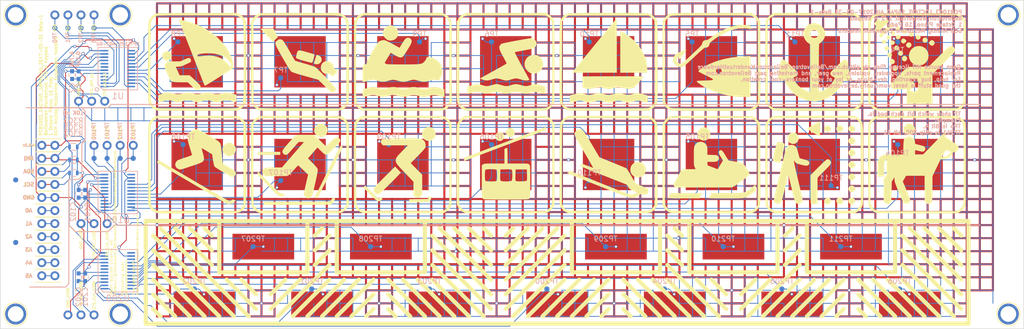
<source format=kicad_pcb>
(kicad_pcb (version 4) (host pcbnew 4.0.4-stable)
  (layers (0 F.Cu signal) (31 B.Cu signal) (34 B.Paste user) (35 F.Paste user) (36 B.SilkS user) (37 F.SilkS user) (38 B.Mask user) (39 F.Mask user) (44 Edge.Cuts user))
  (net 0 "")
  (net 1 GND)
  (net 2 +3V3)
  (net 3 /IRQ)
  (net 4 /SCL)
  (net 5 /SDA)
  (net 6 "Net-(A0-Pad1)")
  (net 7 "Net-(A1-Pad1)")
  (net 8 "Net-(A2-Pad1)")
  (net 9 "Net-(A3-Pad1)")
  (net 10 "Net-(A4-Pad1)")
  (net 11 "Net-(A5-Pad1)")
  (net 12 "Net-(CFG_CLK_U1-Pad1)")
  (net 13 "Net-(CFG_CLK_U100-Pad1)")
  (net 14 "Net-(CFG_CLK_U200-Pad1)")
  (net 15 "Net-(CFG_DAT_U1-Pad1)")
  (net 16 "Net-(CFG_DAT_U100-Pad1)")
  (net 17 "Net-(CFG_DAT_U200-Pad1)")
  (net 18 /CHIP_08)
  (net 19 /CHIP_07)
  (net 20 /CHIP_09)
  (net 21 /CHIP_06)
  (net 22 /CHIP_10)
  (net 23 /CHIP_05)
  (net 24 /CHIP_11)
  (net 25 /CHIP_04)
  (net 26 /CHIP_108)
  (net 27 /CHIP_107)
  (net 28 /CHIP_109)
  (net 29 /CHIP_106)
  (net 30 /CHIP_110)
  (net 31 /CHIP_105)
  (net 32 /CHIP_111)
  (net 33 /CHIP_104)
  (net 34 "Net-(PD0-Pad1)")
  (net 35 "Net-(PD1-Pad1)")
  (net 36 "Net-(PD2-Pad1)")
  (net 37 "Net-(PD3-Pad1)")
  (net 38 "Net-(PD100-Pad1)")
  (net 39 "Net-(PD101-Pad1)")
  (net 40 "Net-(PD102-Pad1)")
  (net 41 "Net-(PD103-Pad1)")
  (net 42 /CHIP_200)
  (net 43 /CHIP_201)
  (net 44 /CHIP_202)
  (net 45 /CHIP_203)
  (net 46 /CHIP_204)
  (net 47 /CHIP_205)
  (net 48 /CHIP_206)
  (net 49 /CHIP_207)
  (net 50 /CHIP_208)
  (net 51 /CHIP_209)
  (net 52 /CHIP_210)
  (net 53 /CHIP_211)
  (module Fiducials:Fiducial_1mm_Dia_2.54mm_Outer_CopperBottom (layer F.Cu) (at 7.62 -43.6875)
    (fp_text reference REF** hide)
    (fp_text value Fiducial_1mm_Dia_2.54mm_Outer_CopperBottom)
    (pad ~ smd circle (at -7.16 26.755) (size 1 1) (layers B.Cu B.Mask) (clearance 0.77))
  )
  (module Liberry:SOIC-24_0.635_1.5x5.2 (layer B.Cu) (at 20.32 -11.43 90)
    (fp_text reference U200 (at -5.3425 0 360) (layer B.SilkS) (effects (font (size 1.2 1.2)) (justify mirror)))
    (fp_text value CPT112S)
    (pad 24 smd rect (at -3.4925 2.6 90) (size 0.3 1.5) (layers B.Cu B.Paste B.Mask) (net 45 /CHIP_203))
    (pad 1 smd rect (at -3.4925 -2.6 90) (size 0.3 1.5) (layers B.Cu B.Paste B.Mask) (net 44 /CHIP_202))
    (pad 23 smd rect (at -2.8575 2.6 90) (size 0.3 1.5) (layers B.Cu B.Paste B.Mask) (net 46 /CHIP_204))
    (pad 2 smd rect (at -2.8575 -2.6 90) (size 0.3 1.5) (layers B.Cu B.Paste B.Mask) (net 43 /CHIP_201))
    (pad 22 smd rect (at -2.2225 2.6 90) (size 0.3 1.5) (layers B.Cu B.Paste B.Mask) (net 47 /CHIP_205))
    (pad 3 smd rect (at -2.2225 -2.6 90) (size 0.3 1.5) (layers B.Cu B.Paste B.Mask) (net 42 /CHIP_200))
    (pad 21 smd rect (at -1.5875 2.6 90) (size 0.3 1.5) (layers B.Cu B.Paste B.Mask) (net 48 /CHIP_206))
    (pad 4 smd rect (at -1.5875 -2.6 90) (size 0.3 1.5) (layers B.Cu B.Paste B.Mask))
    (pad 20 smd rect (at -0.9525 2.6 90) (size 0.3 1.5) (layers B.Cu B.Paste B.Mask) (net 49 /CHIP_207))
    (pad 5 smd rect (at -0.9525 -2.6 90) (size 0.3 1.5) (layers B.Cu B.Paste B.Mask) (net 1 GND))
    (pad 19 smd rect (at -0.3175 2.6 90) (size 0.3 1.5) (layers B.Cu B.Paste B.Mask) (net 50 /CHIP_208))
    (pad 6 smd rect (at -0.3175 -2.6 90) (size 0.3 1.5) (layers B.Cu B.Paste B.Mask) (net 2 +3V3))
    (pad 18 smd rect (at 0.3175 2.6 90) (size 0.3 1.5) (layers B.Cu B.Paste B.Mask) (net 51 /CHIP_209))
    (pad 7 smd rect (at 0.3175 -2.6 90) (size 0.3 1.5) (layers B.Cu B.Paste B.Mask))
    (pad 17 smd rect (at 0.9525 2.6 90) (size 0.3 1.5) (layers B.Cu B.Paste B.Mask) (net 52 /CHIP_210))
    (pad 8 smd rect (at 0.9525 -2.6 90) (size 0.3 1.5) (layers B.Cu B.Paste B.Mask))
    (pad 16 smd rect (at 1.5875 2.6 90) (size 0.3 1.5) (layers B.Cu B.Paste B.Mask) (net 53 /CHIP_211))
    (pad 9 smd rect (at 1.5875 -2.6 90) (size 0.3 1.5) (layers B.Cu B.Paste B.Mask) (net 14 "Net-(CFG_CLK_U200-Pad1)"))
    (pad 15 smd rect (at 2.2225 2.6 90) (size 0.3 1.5) (layers B.Cu B.Paste B.Mask))
    (pad 10 smd rect (at 2.2225 -2.6 90) (size 0.3 1.5) (layers B.Cu B.Paste B.Mask) (net 17 "Net-(CFG_DAT_U200-Pad1)"))
    (pad 14 smd rect (at 2.8575 2.6 90) (size 0.3 1.5) (layers B.Cu B.Paste B.Mask) (net 5 /SDA))
    (pad 11 smd rect (at 2.8575 -2.6 90) (size 0.3 1.5) (layers B.Cu B.Paste B.Mask) (net 3 /IRQ))
    (pad 13 smd rect (at 3.4925 2.6 90) (size 0.3 1.5) (layers B.Cu B.Paste B.Mask))
    (pad 12 smd rect (at 3.4925 -2.6 90) (size 0.3 1.5) (layers B.Cu B.Paste B.Mask) (net 4 /SCL))
  )
  (module Connect:1pin (layer F.Cu) (at 20.78 -3)
    (fp_text reference REF** hide)
    (fp_text value 1pin)
    (pad 1 thru_hole circle (at 0 0) (size 4.064 4.064) (drill 3.048) (layers *.Cu *.Mask))
  )
  (module Connect:1pin (layer F.Cu) (at 20.78 -61.25)
    (fp_text reference REF** hide)
    (fp_text value 1pin)
    (pad 1 thru_hole circle (at 0 0) (size 4.064 4.064) (drill 3.048) (layers *.Cu *.Mask))
  )
  (module Connect:1pin (layer F.Cu) (at 193.5 -3)
    (fp_text reference REF** hide)
    (fp_text value 1pin)
    (pad 1 thru_hole circle (at 0 0) (size 4.064 4.064) (drill 3.048) (layers *.Cu *.Mask))
  )
  (module Connect:1pin (layer F.Cu) (at 193.5 -61.25)
    (fp_text reference REF** hide)
    (fp_text value 1pin)
    (pad 1 thru_hole circle (at 0 0) (size 4.064 4.064) (drill 3.048) (layers *.Cu *.Mask))
  )
  (module Connect:1pin (layer F.Cu) (at 0.46 -61.25)
    (fp_text reference REF** hide)
    (fp_text value 1pin)
    (pad 1 thru_hole circle (at 0 0) (size 4.064 4.064) (drill 3.048) (layers *.Cu *.Mask))
  )
  (module Liberry:TOUCH_PAD_10CM (layer F.Cu) (at 35.76 -52.125)
    (fp_text reference PAD0 hide)
    (fp_text value TOUCHPAD_10CM)
    (pad 1 smd rect (at 0 0) (size 10 10) (layers F.Cu) (net 18 /CHIP_08))
  )
  (module Liberry:TOUCH_PAD_10CM (layer F.Cu) (at 55.76 -52.125)
    (fp_text reference PAD1 hide)
    (fp_text value TOUCHPAD_10CM)
    (pad 1 smd rect (at 0 0) (size 10 10) (layers F.Cu) (net 19 /CHIP_07))
  )
  (module Liberry:TOUCH_PAD_10CM (layer F.Cu) (at 75.76 -52.125)
    (fp_text reference PAD2 hide)
    (fp_text value TOUCHPAD_10CM)
    (pad 1 smd rect (at 0 0) (size 10 10) (layers F.Cu) (net 20 /CHIP_09))
  )
  (module Liberry:TOUCH_PAD_10CM (layer F.Cu) (at 95.76 -52.125)
    (fp_text reference PAD3 hide)
    (fp_text value TOUCHPAD_10CM)
    (pad 1 smd rect (at 0 0) (size 10 10) (layers F.Cu) (net 21 /CHIP_06))
  )
  (module Liberry:TOUCH_PAD_10CM (layer F.Cu) (at 115.76 -52.125)
    (fp_text reference PAD4 hide)
    (fp_text value TOUCHPAD_10CM)
    (pad 1 smd rect (at 0 0) (size 10 10) (layers F.Cu) (net 22 /CHIP_10))
  )
  (module Liberry:TOUCH_PAD_10CM (layer F.Cu) (at 135.76 -52.125)
    (fp_text reference PAD5 hide)
    (fp_text value TOUCHPAD_10CM)
    (pad 1 smd rect (at 0 0) (size 10 10) (layers F.Cu) (net 23 /CHIP_05))
  )
  (module Liberry:TOUCH_PAD_10CM (layer F.Cu) (at 155.76 -52.125)
    (fp_text reference PAD6 hide)
    (fp_text value TOUCHPAD_10CM)
    (pad 1 smd rect (at 0 0) (size 10 10) (layers F.Cu) (net 24 /CHIP_11))
  )
  (module Liberry:TOUCH_PAD_10CM (layer F.Cu) (at 175.76 -52.125)
    (fp_text reference PAD7 hide)
    (fp_text value TOUCHPAD_10CM)
    (pad 1 smd rect (at 0 0) (size 10 10) (layers F.Cu) (net 25 /CHIP_04))
  )
  (module Liberry:TOUCH_PAD_10CM (layer F.Cu) (at 35.76 -32.125)
    (fp_text reference PAD100 hide)
    (fp_text value TOUCHPAD_10CM)
    (pad 1 smd rect (at 0 0) (size 10 10) (layers F.Cu) (net 26 /CHIP_108))
  )
  (module Liberry:TOUCH_PAD_10CM (layer F.Cu) (at 55.76 -32.125)
    (fp_text reference PAD101 hide)
    (fp_text value TOUCHPAD_10CM)
    (pad 1 smd rect (at 0 0) (size 10 10) (layers F.Cu) (net 27 /CHIP_107))
  )
  (module Liberry:TOUCH_PAD_10CM (layer F.Cu) (at 75.76 -32.125)
    (fp_text reference PAD102 hide)
    (fp_text value TOUCHPAD_10CM)
    (pad 1 smd rect (at 0 0) (size 10 10) (layers F.Cu) (net 28 /CHIP_109))
  )
  (module Liberry:TOUCH_PAD_10CM (layer F.Cu) (at 95.76 -32.125)
    (fp_text reference PAD103 hide)
    (fp_text value TOUCHPAD_10CM)
    (pad 1 smd rect (at 0 0) (size 10 10) (layers F.Cu) (net 29 /CHIP_106))
  )
  (module Liberry:TOUCH_PAD_10CM (layer F.Cu) (at 115.76 -32.125)
    (fp_text reference PAD104 hide)
    (fp_text value TOUCHPAD_10CM)
    (pad 1 smd rect (at 0 0) (size 10 10) (layers F.Cu) (net 30 /CHIP_110))
  )
  (module Liberry:TOUCH_PAD_10CM (layer F.Cu) (at 135.76 -32.125)
    (fp_text reference PAD105 hide)
    (fp_text value TOUCHPAD_10CM)
    (pad 1 smd rect (at 0 0) (size 10 10) (layers F.Cu) (net 31 /CHIP_105))
  )
  (module Liberry:TOUCH_PAD_10CM (layer F.Cu) (at 155.76 -32.125)
    (fp_text reference PAD106 hide)
    (fp_text value TOUCHPAD_10CM)
    (pad 1 smd rect (at 0 0) (size 10 10) (layers F.Cu) (net 32 /CHIP_111))
  )
  (module Liberry:TOUCH_PAD_10CM (layer F.Cu) (at 175.76 -32.125)
    (fp_text reference PAD107 hide)
    (fp_text value TOUCHPAD_10CM)
    (pad 1 smd rect (at 0 0) (size 10 10) (layers F.Cu) (net 33 /CHIP_104))
  )
  (module Connect:1pin (layer F.Cu) (at 0.46 -3)
    (fp_text reference REF** hide)
    (fp_text value 1pin)
    (pad 1 thru_hole circle (at 0 0) (size 4.064 4.064) (drill 3.048) (layers *.Cu *.Mask))
  )
  (module Fiducials:Fiducial_1mm_Dia_2.54mm_Outer_CopperBottom (layer F.Cu) (at 7.62 -55.88)
    (fp_text reference REF** hide)
    (fp_text value Fiducial_1mm_Dia_2.54mm_Outer_CopperBottom)
    (pad ~ smd circle (at -7.16 26.755) (size 1 1) (layers B.Cu B.Mask) (clearance 0.77))
  )
  (module Liberry:TH_0.1_1x2_Jumper (layer F.Cu) (at 5.54 -35.85)
    (fp_text reference +3.3V0 (at -2.54 0) (layer F.SilkS) (effects (font (size 0.5 0.5) (thickness 0.125))))
    (fp_text value CONN_01X01)
    (pad 1 thru_hole circle (at 0 0) (size 1.7272 1.7272) (drill 1.016) (layers *.Cu *.Mask) (net 2 +3V3))
    (pad 1 thru_hole circle (at 2.54 0) (size 1.7272 1.7272) (drill 1.016) (layers *.Cu *.Mask) (net 2 +3V3))
  )
  (module Liberry:TH_0.1_1x2_Jumper (layer F.Cu) (at 5.54 -25.69)
    (fp_text reference GND0 (at -2.54 0) (layer F.SilkS) (effects (font (size 0.5 0.5) (thickness 0.125))))
    (fp_text value CONN_01X01)
    (pad 1 thru_hole circle (at 0 0) (size 1.7272 1.7272) (drill 1.016) (layers *.Cu *.Mask) (net 1 GND))
    (pad 1 thru_hole circle (at 2.54 0) (size 1.7272 1.7272) (drill 1.016) (layers *.Cu *.Mask) (net 1 GND))
  )
  (module Liberry:TH_0.1_1x2_Jumper (layer F.Cu) (at 5.54 -33.31)
    (fp_text reference IRQ0 (at -2.54 0) (layer F.SilkS) (effects (font (size 0.5 0.5) (thickness 0.125))))
    (fp_text value CONN_01X01)
    (pad 1 thru_hole circle (at 0 0) (size 1.7272 1.7272) (drill 1.016) (layers *.Cu *.Mask) (net 3 /IRQ))
    (pad 1 thru_hole circle (at 2.54 0) (size 1.7272 1.7272) (drill 1.016) (layers *.Cu *.Mask) (net 3 /IRQ))
  )
  (module Liberry:TESTPAD (layer B.Cu) (at 32 -56)
    (fp_text reference TP8 (at 0 -1.524) (layer B.SilkS) (effects (justify mirror)))
    (fp_text value CONN_01X01)
    (pad 1 smd circle (at 0 0 90) (size 1 1) (layers B.Cu B.Paste B.Mask) (net 18 /CHIP_08))
  )
  (module Liberry:TESTPAD (layer B.Cu) (at 52 -49)
    (fp_text reference TP7 (at 0 -1.524) (layer B.SilkS) (effects (justify mirror)))
    (fp_text value CONN_01X01)
    (pad 1 smd circle (at 0 0 90) (size 1 1) (layers B.Cu B.Paste B.Mask) (net 19 /CHIP_07))
  )
  (module Liberry:TESTPAD (layer B.Cu) (at 79 -56)
    (fp_text reference TP9 (at 0 -1.524) (layer B.SilkS) (effects (justify mirror)))
    (fp_text value CONN_01X01)
    (pad 1 smd circle (at 0 0 90) (size 1 1) (layers B.Cu B.Paste B.Mask) (net 20 /CHIP_09))
  )
  (module Liberry:TESTPAD (layer B.Cu) (at 93 -56)
    (fp_text reference TP6 (at 0 -1.524) (layer B.SilkS) (effects (justify mirror)))
    (fp_text value CONN_01X01)
    (pad 1 smd circle (at 0 0 90) (size 1 1) (layers B.Cu B.Paste B.Mask) (net 21 /CHIP_06))
  )
  (module Liberry:TESTPAD (layer B.Cu) (at 112 -56)
    (fp_text reference TP10 (at 0 -1.524) (layer B.SilkS) (effects (justify mirror)))
    (fp_text value CONN_01X01)
    (pad 1 smd circle (at 0 0 90) (size 1 1) (layers B.Cu B.Paste B.Mask) (net 22 /CHIP_10))
  )
  (module Liberry:TESTPAD (layer B.Cu) (at 132 -56)
    (fp_text reference TP5 (at 0 -1.524) (layer B.SilkS) (effects (justify mirror)))
    (fp_text value CONN_01X01)
    (pad 1 smd circle (at 0 0 90) (size 1 1) (layers B.Cu B.Paste B.Mask) (net 23 /CHIP_05))
  )
  (module Liberry:TESTPAD (layer B.Cu) (at 152 -56)
    (fp_text reference TP11 (at 0 -1.524) (layer B.SilkS) (effects (justify mirror)))
    (fp_text value CONN_01X01)
    (pad 1 smd circle (at 0 0 90) (size 1 1) (layers B.Cu B.Paste B.Mask) (net 24 /CHIP_11))
  )
  (module Liberry:TESTPAD (layer B.Cu) (at 172 -56)
    (fp_text reference TP4 (at -0.09 1.608) (layer B.SilkS) (effects (justify mirror)))
    (fp_text value CONN_01X01)
    (pad 1 smd circle (at 0 0 90) (size 1 1) (layers B.Cu B.Paste B.Mask) (net 25 /CHIP_04))
  )
  (module Liberry:TESTPAD (layer B.Cu) (at 8.08 -58.71 180)
    (fp_text reference TP0 (at 0 -1.905 270) (layer B.SilkS) (effects (font (size 0.75 0.75)) (justify mirror)))
    (fp_text value CONN_01X01)
    (pad 1 smd circle (at 0 0 270) (size 1 1) (layers B.Cu B.Paste B.Mask) (net 34 "Net-(PD0-Pad1)"))
  )
  (module Liberry:TESTPAD (layer B.Cu) (at 10.62 -58.71 180)
    (fp_text reference TP1 (at 0 -1.905 270) (layer B.SilkS) (effects (font (size 0.75 0.75)) (justify mirror)))
    (fp_text value CONN_01X01)
    (pad 1 smd circle (at 0 0 270) (size 1 1) (layers B.Cu B.Paste B.Mask) (net 35 "Net-(PD1-Pad1)"))
  )
  (module Liberry:TESTPAD (layer B.Cu) (at 13.16 -58.71 180)
    (fp_text reference TP2 (at 0 -1.905 270) (layer B.SilkS) (effects (font (size 0.75 0.75)) (justify mirror)))
    (fp_text value CONN_01X01)
    (pad 1 smd circle (at 0 0 270) (size 1 1) (layers B.Cu B.Paste B.Mask) (net 36 "Net-(PD2-Pad1)"))
  )
  (module Liberry:TESTPAD (layer B.Cu) (at 15.7 -58.71 180)
    (fp_text reference TP3 (at 0 -1.905 270) (layer B.SilkS) (effects (font (size 0.75 0.75)) (justify mirror)))
    (fp_text value CONN_01X01)
    (pad 1 smd circle (at 0 0 270) (size 1 1) (layers B.Cu B.Paste B.Mask) (net 37 "Net-(PD3-Pad1)"))
  )
  (module Liberry:TESTPAD (layer B.Cu) (at 33 -36)
    (fp_text reference TP108 (at 0 -1.524) (layer B.SilkS) (effects (justify mirror)))
    (fp_text value CONN_01X01)
    (pad 1 smd circle (at 0 0 90) (size 1 1) (layers B.Cu B.Paste B.Mask) (net 26 /CHIP_108))
  )
  (module Liberry:TESTPAD (layer B.Cu) (at 52 -29)
    (fp_text reference TP107 (at 0 -1.524) (layer B.SilkS) (effects (justify mirror)))
    (fp_text value CONN_01X01)
    (pad 1 smd circle (at 0 0 90) (size 1 1) (layers B.Cu B.Paste B.Mask) (net 27 /CHIP_107))
  )
  (module Liberry:TESTPAD (layer B.Cu) (at 73 -36)
    (fp_text reference TP109 (at 0 -1.524) (layer B.SilkS) (effects (justify mirror)))
    (fp_text value CONN_01X01)
    (pad 1 smd circle (at 0 0 90) (size 1 1) (layers B.Cu B.Paste B.Mask) (net 28 /CHIP_109))
  )
  (module Liberry:TESTPAD (layer B.Cu) (at 93 -36)
    (fp_text reference TP106 (at 0 -1.524) (layer B.SilkS) (effects (justify mirror)))
    (fp_text value CONN_01X01)
    (pad 1 smd circle (at 0 0 90) (size 1 1) (layers B.Cu B.Paste B.Mask) (net 29 /CHIP_106))
  )
  (module Liberry:TESTPAD (layer B.Cu) (at 112 -29)
    (fp_text reference TP110 (at 0 -1.524) (layer B.SilkS) (effects (justify mirror)))
    (fp_text value CONN_01X01)
    (pad 1 smd circle (at 0 0 90) (size 1 1) (layers B.Cu B.Paste B.Mask) (net 30 /CHIP_110))
  )
  (module Liberry:TESTPAD (layer B.Cu) (at 133 -36)
    (fp_text reference TP105 (at 0 -1.524) (layer B.SilkS) (effects (justify mirror)))
    (fp_text value CONN_01X01)
    (pad 1 smd circle (at 0 0 90) (size 1 1) (layers B.Cu B.Paste B.Mask) (net 31 /CHIP_105))
  )
  (module Liberry:TESTPAD (layer B.Cu) (at 159 -28)
    (fp_text reference TP111 (at 0 -1.524) (layer B.SilkS) (effects (justify mirror)))
    (fp_text value CONN_01X01)
    (pad 1 smd circle (at 0 0 90) (size 1 1) (layers B.Cu B.Paste B.Mask) (net 32 /CHIP_111))
  )
  (module Liberry:TESTPAD (layer B.Cu) (at 172 -36)
    (fp_text reference TP104 (at -0.09 1.674) (layer B.SilkS) (effects (justify mirror)))
    (fp_text value CONN_01X01)
    (pad 1 smd circle (at 0 0 90) (size 1 1) (layers B.Cu B.Paste B.Mask) (net 33 /CHIP_104))
  )
  (module Liberry:TESTPAD (layer B.Cu) (at 15.7 -33.31)
    (fp_text reference TP100 (at 0 -5.334 90) (layer B.SilkS) (effects (font (size 0.75 0.75)) (justify mirror)))
    (fp_text value CONN_01X01)
    (pad 1 smd circle (at 0 0 90) (size 1 1) (layers B.Cu B.Paste B.Mask) (net 38 "Net-(PD100-Pad1)"))
  )
  (module Liberry:TESTPAD (layer B.Cu) (at 18.24 -33.31)
    (fp_text reference TP101 (at 0 -5.334 90) (layer B.SilkS) (effects (font (size 0.75 0.75)) (justify mirror)))
    (fp_text value CONN_01X01)
    (pad 1 smd circle (at 0 0 90) (size 1 1) (layers B.Cu B.Paste B.Mask) (net 39 "Net-(PD101-Pad1)"))
  )
  (module Liberry:TESTPAD (layer B.Cu) (at 20.78 -33.31)
    (fp_text reference TP102 (at 0 -5.334 90) (layer B.SilkS) (effects (font (size 0.75 0.75)) (justify mirror)))
    (fp_text value CONN_01X01)
    (pad 1 smd circle (at 0 0 90) (size 1 1) (layers B.Cu B.Paste B.Mask) (net 40 "Net-(PD102-Pad1)"))
  )
  (module Liberry:TESTPAD (layer B.Cu) (at 23.32 -33.31)
    (fp_text reference TP103 (at 0 -5.334 90) (layer B.SilkS) (effects (font (size 0.75 0.75)) (justify mirror)))
    (fp_text value CONN_01X01)
    (pad 1 smd circle (at 0 0 90) (size 1 1) (layers B.Cu B.Paste B.Mask) (net 41 "Net-(PD103-Pad1)"))
  )
  (module Liberry:TESTPAD (layer B.Cu) (at 35.1886 -7.875)
    (fp_text reference TP202 (at 0 -1.524) (layer B.SilkS) (effects (justify mirror)))
    (fp_text value CONN_01X01)
    (pad 1 smd circle (at 0 0 90) (size 1 1) (layers B.Cu B.Paste B.Mask) (net 44 /CHIP_202))
  )
  (module Liberry:TESTPAD (layer B.Cu) (at 46.6171 -16.125)
    (fp_text reference TP207 (at 0 -1.524) (layer B.SilkS) (effects (justify mirror)))
    (fp_text value CONN_01X01)
    (pad 1 smd circle (at 0 0 90) (size 1 1) (layers B.Cu B.Paste B.Mask) (net 49 /CHIP_207))
  )
  (module Liberry:TESTPAD (layer B.Cu) (at 58.0458 -7.875)
    (fp_text reference TP201 (at 0 -1.524) (layer B.SilkS) (effects (justify mirror)))
    (fp_text value CONN_01X01)
    (pad 1 smd circle (at 0 0 90) (size 1 1) (layers B.Cu B.Paste B.Mask) (net 43 /CHIP_201))
  )
  (module Liberry:TESTPAD (layer B.Cu) (at 69.4744 -16.125)
    (fp_text reference TP208 (at 0 -1.524) (layer B.SilkS) (effects (justify mirror)))
    (fp_text value CONN_01X01)
    (pad 1 smd circle (at 0 0 90) (size 1 1) (layers B.Cu B.Paste B.Mask) (net 50 /CHIP_208))
  )
  (module Liberry:TESTPAD (layer B.Cu) (at 80.903 -7.875)
    (fp_text reference TP203 (at 0 -1.524) (layer B.SilkS) (effects (justify mirror)))
    (fp_text value CONN_01X01)
    (pad 1 smd circle (at 0 0 90) (size 1 1) (layers B.Cu B.Paste B.Mask) (net 45 /CHIP_203))
  )
  (module Liberry:TESTPAD (layer B.Cu) (at 103.7602 -7.875)
    (fp_text reference TP200 (at 0 -1.524) (layer B.SilkS) (effects (justify mirror)))
    (fp_text value CONN_01X01)
    (pad 1 smd circle (at 0 0 90) (size 1 1) (layers B.Cu B.Paste B.Mask) (net 42 /CHIP_200))
  )
  (module Liberry:TESTPAD (layer B.Cu) (at 115.1888 -16.125)
    (fp_text reference TP209 (at 0 -1.524) (layer B.SilkS) (effects (justify mirror)))
    (fp_text value CONN_01X01)
    (pad 1 smd circle (at 0 0 90) (size 1 1) (layers B.Cu B.Paste B.Mask) (net 51 /CHIP_209))
  )
  (module Liberry:TESTPAD (layer B.Cu) (at 126.6174 -7.875)
    (fp_text reference TP204 (at 0 -1.524) (layer B.SilkS) (effects (justify mirror)))
    (fp_text value CONN_01X01)
    (pad 1 smd circle (at 0 0 90) (size 1 1) (layers B.Cu B.Paste B.Mask) (net 46 /CHIP_204))
  )
  (module Liberry:TESTPAD (layer B.Cu) (at 138.046 -16.125)
    (fp_text reference TP210 (at 0 -1.524) (layer B.SilkS) (effects (justify mirror)))
    (fp_text value CONN_01X01)
    (pad 1 smd circle (at 0 0 90) (size 1 1) (layers B.Cu B.Paste B.Mask) (net 52 /CHIP_210))
  )
  (module Liberry:TESTPAD (layer B.Cu) (at 149.4746 -7.875)
    (fp_text reference TP205 (at 0 -1.524) (layer B.SilkS) (effects (justify mirror)))
    (fp_text value CONN_01X01)
    (pad 1 smd circle (at 0 0 90) (size 1 1) (layers B.Cu B.Paste B.Mask) (net 47 /CHIP_205))
  )
  (module Liberry:TESTPAD (layer B.Cu) (at 160.9032 -16.125)
    (fp_text reference TP211 (at 0 -1.524) (layer B.SilkS) (effects (justify mirror)))
    (fp_text value CONN_01X01)
    (pad 1 smd circle (at 0 0 90) (size 1 1) (layers B.Cu B.Paste B.Mask) (net 53 /CHIP_211))
  )
  (module Liberry:TESTPAD (layer B.Cu) (at 172.3318 -7.875)
    (fp_text reference TP206 (at 0 -1.524) (layer B.SilkS) (effects (justify mirror)))
    (fp_text value CONN_01X01)
    (pad 1 smd circle (at 0 0 90) (size 1 1) (layers B.Cu B.Paste B.Mask) (net 48 /CHIP_206))
  )
  (module Liberry:TH_0.1_1x2_Jumper (layer F.Cu) (at 5.54 -28.23)
    (fp_text reference SCL0 (at -2.54 0) (layer F.SilkS) (effects (font (size 0.5 0.5) (thickness 0.125))))
    (fp_text value CONN_01X01)
    (pad 1 thru_hole circle (at 0 0) (size 1.7272 1.7272) (drill 1.016) (layers *.Cu *.Mask) (net 4 /SCL))
    (pad 1 thru_hole circle (at 2.54 0) (size 1.7272 1.7272) (drill 1.016) (layers *.Cu *.Mask) (net 4 /SCL))
  )
  (module Liberry:TH_0.1_1x2_Jumper (layer F.Cu) (at 5.54 -30.77)
    (fp_text reference SDA0 (at -2.54 0) (layer F.SilkS) (effects (font (size 0.5 0.5) (thickness 0.125))))
    (fp_text value CONN_01X01)
    (pad 1 thru_hole circle (at 0 0) (size 1.7272 1.7272) (drill 1.016) (layers *.Cu *.Mask) (net 5 /SDA))
    (pad 1 thru_hole circle (at 2.54 0) (size 1.7272 1.7272) (drill 1.016) (layers *.Cu *.Mask) (net 5 /SDA))
  )
  (module Liberry:TH_0.1_1x2_Jumper (layer F.Cu) (at 5.54 -23.15)
    (fp_text reference A0 (at -2.54 0) (layer F.SilkS) (effects (font (size 0.5 0.5) (thickness 0.125))))
    (fp_text value CONN_01X01)
    (pad 1 thru_hole circle (at 0 0) (size 1.7272 1.7272) (drill 1.016) (layers *.Cu *.Mask) (net 6 "Net-(A0-Pad1)"))
    (pad 1 thru_hole circle (at 2.54 0) (size 1.7272 1.7272) (drill 1.016) (layers *.Cu *.Mask) (net 6 "Net-(A0-Pad1)"))
  )
  (module Liberry:TH_0.1_1x2_Jumper (layer F.Cu) (at 5.54 -20.61)
    (fp_text reference A1 (at -2.54 0) (layer F.SilkS) (effects (font (size 0.5 0.5) (thickness 0.125))))
    (fp_text value CONN_01X01)
    (pad 1 thru_hole circle (at 0 0) (size 1.7272 1.7272) (drill 1.016) (layers *.Cu *.Mask) (net 7 "Net-(A1-Pad1)"))
    (pad 1 thru_hole circle (at 2.54 0) (size 1.7272 1.7272) (drill 1.016) (layers *.Cu *.Mask) (net 7 "Net-(A1-Pad1)"))
  )
  (module Liberry:TH_0.1_1x2_Jumper (layer F.Cu) (at 5.54 -18.07)
    (fp_text reference A2 (at -2.54 0) (layer F.SilkS) (effects (font (size 0.5 0.5) (thickness 0.125))))
    (fp_text value CONN_01X01)
    (pad 1 thru_hole circle (at 0 0) (size 1.7272 1.7272) (drill 1.016) (layers *.Cu *.Mask) (net 8 "Net-(A2-Pad1)"))
    (pad 1 thru_hole circle (at 2.54 0) (size 1.7272 1.7272) (drill 1.016) (layers *.Cu *.Mask) (net 8 "Net-(A2-Pad1)"))
  )
  (module Liberry:TH_0.1_1x2_Jumper (layer F.Cu) (at 5.54 -15.53)
    (fp_text reference A3 (at -2.54 0) (layer F.SilkS) (effects (font (size 0.5 0.5) (thickness 0.125))))
    (fp_text value CONN_01X01)
    (pad 1 thru_hole circle (at 0 0) (size 1.7272 1.7272) (drill 1.016) (layers *.Cu *.Mask) (net 9 "Net-(A3-Pad1)"))
    (pad 1 thru_hole circle (at 2.54 0) (size 1.7272 1.7272) (drill 1.016) (layers *.Cu *.Mask) (net 9 "Net-(A3-Pad1)"))
  )
  (module Liberry:TH_0.1_1x2_Jumper (layer F.Cu) (at 5.54 -12.99)
    (fp_text reference A4 (at -2.54 0) (layer F.SilkS) (effects (font (size 0.5 0.5) (thickness 0.125))))
    (fp_text value CONN_01X01)
    (pad 1 thru_hole circle (at 0 0) (size 1.7272 1.7272) (drill 1.016) (layers *.Cu *.Mask) (net 10 "Net-(A4-Pad1)"))
    (pad 1 thru_hole circle (at 2.54 0) (size 1.7272 1.7272) (drill 1.016) (layers *.Cu *.Mask) (net 10 "Net-(A4-Pad1)"))
  )
  (module Liberry:TH_0.1_1x2_Jumper (layer F.Cu) (at 5.54 -10.45)
    (fp_text reference A5 (at -2.54 0) (layer F.SilkS) (effects (font (size 0.5 0.5) (thickness 0.125))))
    (fp_text value CONN_01X01)
    (pad 1 thru_hole circle (at 0 0) (size 1.7272 1.7272) (drill 1.016) (layers *.Cu *.Mask) (net 11 "Net-(A5-Pad1)"))
    (pad 1 thru_hole circle (at 2.54 0) (size 1.7272 1.7272) (drill 1.016) (layers *.Cu *.Mask) (net 11 "Net-(A5-Pad1)"))
  )
  (module Liberry:single_0.1 (layer F.Cu) (at 8.08 -61.25 90)
    (fp_text reference PD0 (at -2.54 0 90) (layer F.SilkS) (effects (font (size 0.5 0.5) (thickness 0.125))))
    (fp_text value CONN_01X01)
    (pad 1 thru_hole circle (at 0 0 90) (size 1.7272 1.7272) (drill 1.016) (layers *.Cu *.Mask) (net 34 "Net-(PD0-Pad1)"))
  )
  (module Liberry:single_0.1 (layer F.Cu) (at 10.62 -61.25 90)
    (fp_text reference PD1 (at -2.54 0 90) (layer F.SilkS) (effects (font (size 0.5 0.5) (thickness 0.125))))
    (fp_text value CONN_01X01)
    (pad 1 thru_hole circle (at 0 0 90) (size 1.7272 1.7272) (drill 1.016) (layers *.Cu *.Mask) (net 35 "Net-(PD1-Pad1)"))
  )
  (module Liberry:single_0.1 (layer F.Cu) (at 13.16 -61.25 90)
    (fp_text reference PD2 (at -2.54 0 90) (layer F.SilkS) (effects (font (size 0.5 0.5) (thickness 0.125))))
    (fp_text value CONN_01X01)
    (pad 1 thru_hole circle (at 0 0 90) (size 1.7272 1.7272) (drill 1.016) (layers *.Cu *.Mask) (net 36 "Net-(PD2-Pad1)"))
  )
  (module Liberry:single_0.1 (layer F.Cu) (at 15.7 -61.25 90)
    (fp_text reference PD3 (at -2.54 0 90) (layer F.SilkS) (effects (font (size 0.5 0.5) (thickness 0.125))))
    (fp_text value CONN_01X01)
    (pad 1 thru_hole circle (at 0 0 90) (size 1.7272 1.7272) (drill 1.016) (layers *.Cu *.Mask) (net 37 "Net-(PD3-Pad1)"))
  )
  (module Liberry:single_0.1 (layer F.Cu) (at 15.7 -35.85 90)
    (fp_text reference PD100 (at 2.54 0 90) (layer F.SilkS) (effects (font (size 0.5 0.5) (thickness 0.125))))
    (fp_text value CONN_01X01)
    (pad 1 thru_hole circle (at 0 0 90) (size 1.7272 1.7272) (drill 1.016) (layers *.Cu *.Mask) (net 38 "Net-(PD100-Pad1)"))
  )
  (module Liberry:single_0.1 (layer F.Cu) (at 18.24 -35.85 90)
    (fp_text reference PD101 (at 2.54 0 90) (layer F.SilkS) (effects (font (size 0.5 0.5) (thickness 0.125))))
    (fp_text value CONN_01X01)
    (pad 1 thru_hole circle (at 0 0 90) (size 1.7272 1.7272) (drill 1.016) (layers *.Cu *.Mask) (net 39 "Net-(PD101-Pad1)"))
  )
  (module Liberry:single_0.1 (layer F.Cu) (at 20.78 -35.85 90)
    (fp_text reference PD102 (at 2.54 0 90) (layer F.SilkS) (effects (font (size 0.5 0.5) (thickness 0.125))))
    (fp_text value CONN_01X01)
    (pad 1 thru_hole circle (at 0 0 90) (size 1.7272 1.7272) (drill 1.016) (layers *.Cu *.Mask) (net 40 "Net-(PD102-Pad1)"))
  )
  (module Liberry:single_0.1 (layer F.Cu) (at 23.32 -35.85 90)
    (fp_text reference PD103 (at 2.54 0 90) (layer F.SilkS) (effects (font (size 0.5 0.5) (thickness 0.125))))
    (fp_text value CONN_01X01)
    (pad 1 thru_hole circle (at 0 0 90) (size 1.7272 1.7272) (drill 1.016) (layers *.Cu *.Mask) (net 41 "Net-(PD103-Pad1)"))
  )
  (module Capacitors_SMD:C_0603 (layer B.Cu) (at 12.7 -49.53 270)
    (fp_text reference C1 (at 2.504 0 270) (layer B.SilkS) (effects (justify mirror)))
    (fp_text value 0.1uf)
    (pad 1 smd rect (at -0.75 0 270) (size 0.8 0.75) (layers B.Cu B.Paste B.Mask) (net 2 +3V3))
    (pad 2 smd rect (at 0.75 0 270) (size 0.8 0.75) (layers B.Cu B.Paste B.Mask) (net 1 GND))
  )
  (module Capacitors_SMD:C_0603 (layer B.Cu) (at 11.43 -49.53 270)
    (fp_text reference C2 (at 2.504 0 270) (layer B.SilkS) (effects (justify mirror)))
    (fp_text value "4.7 uF")
    (pad 1 smd rect (at -0.75 0 270) (size 0.8 0.75) (layers B.Cu B.Paste B.Mask) (net 2 +3V3))
    (pad 2 smd rect (at 0.75 0 270) (size 0.8 0.75) (layers B.Cu B.Paste B.Mask) (net 1 GND))
  )
  (module Capacitors_SMD:C_0603 (layer B.Cu) (at 13.97 -26.416 270)
    (fp_text reference C101 (at 3.556 -0.46 270) (layer B.SilkS) (effects (justify mirror)))
    (fp_text value 0.1uf)
    (pad 1 smd rect (at -0.75 0 270) (size 0.8 0.75) (layers B.Cu B.Paste B.Mask) (net 2 +3V3))
    (pad 2 smd rect (at 0.75 0 270) (size 0.8 0.75) (layers B.Cu B.Paste B.Mask) (net 1 GND))
  )
  (module Capacitors_SMD:C_0603 (layer B.Cu) (at 12.7 -26.416 270)
    (fp_text reference C102 (at 3.52 1.064 270) (layer B.SilkS) (effects (justify mirror)))
    (fp_text value "4.7 uF")
    (pad 1 smd rect (at -0.75 0 270) (size 0.8 0.75) (layers B.Cu B.Paste B.Mask) (net 2 +3V3))
    (pad 2 smd rect (at 0.75 0 270) (size 0.8 0.75) (layers B.Cu B.Paste B.Mask) (net 1 GND))
  )
  (module Capacitors_SMD:C_0603 (layer B.Cu) (at 13.97 -10.16 270)
    (fp_text reference C201 (at 3.81 0 450) (layer B.SilkS) (effects (justify mirror)))
    (fp_text value 0.1uf)
    (pad 1 smd rect (at -0.75 0 270) (size 0.8 0.75) (layers B.Cu B.Paste B.Mask) (net 2 +3V3))
    (pad 2 smd rect (at 0.75 0 270) (size 0.8 0.75) (layers B.Cu B.Paste B.Mask) (net 1 GND))
  )
  (module Capacitors_SMD:C_0603 (layer B.Cu) (at 12.7 -10.16 270)
    (fp_text reference C202 (at 3.81 0 270) (layer B.SilkS) (effects (justify mirror)))
    (fp_text value "4.7 uF")
    (pad 1 smd rect (at -0.75 0 270) (size 0.8 0.75) (layers B.Cu B.Paste B.Mask) (net 2 +3V3))
    (pad 2 smd rect (at 0.75 0 270) (size 0.8 0.75) (layers B.Cu B.Paste B.Mask) (net 1 GND))
  )
  (module Liberry:single_0.1 (layer F.Cu) (at 17.78 -44.45 270)
    (fp_text reference CFG_CLK_U1 (at -3.302 0 270) (layer F.SilkS) (effects (font (size 0.5 0.5) (thickness 0.125))))
    (fp_text value CONN_01X01)
    (pad 1 thru_hole circle (at 0 0 270) (size 1.7272 1.7272) (drill 1.016) (layers *.Cu *.Mask) (net 12 "Net-(CFG_CLK_U1-Pad1)"))
  )
  (module Liberry:single_0.1 (layer F.Cu) (at 18.24 -20.61 90)
    (fp_text reference CFG_CLK_U100 (at -4.064 0 90) (layer F.SilkS) (effects (font (size 0.5 0.5) (thickness 0.125))))
    (fp_text value CONN_01X01)
    (pad 1 thru_hole circle (at 0 0 90) (size 1.7272 1.7272) (drill 1.016) (layers *.Cu *.Mask) (net 13 "Net-(CFG_CLK_U100-Pad1)"))
  )
  (module Liberry:single_0.1 (layer F.Cu) (at 15.7 -2.83 270)
    (fp_text reference CFG_CLK_U200 (at -3.81 0 270) (layer F.SilkS) (effects (font (size 0.5 0.5) (thickness 0.125))))
    (fp_text value CONN_01X01)
    (pad 1 thru_hole circle (at 0 0 270) (size 1.7272 1.7272) (drill 1.016) (layers *.Cu *.Mask) (net 14 "Net-(CFG_CLK_U200-Pad1)"))
  )
  (module Liberry:single_0.1 (layer F.Cu) (at 15.24 -44.45 270)
    (fp_text reference CFG_DAT_U1 (at -3.302 0 270) (layer F.SilkS) (effects (font (size 0.5 0.5) (thickness 0.125))))
    (fp_text value CONN_01X01)
    (pad 1 thru_hole circle (at 0 0 270) (size 1.7272 1.7272) (drill 1.016) (layers *.Cu *.Mask) (net 15 "Net-(CFG_DAT_U1-Pad1)"))
  )
  (module Liberry:single_0.1 (layer F.Cu) (at 15.7 -20.61 90)
    (fp_text reference CFG_DAT_U100 (at -4.064 0 90) (layer F.SilkS) (effects (font (size 0.5 0.5) (thickness 0.125))))
    (fp_text value CONN_01X01)
    (pad 1 thru_hole circle (at 0 0 90) (size 1.7272 1.7272) (drill 1.016) (layers *.Cu *.Mask) (net 16 "Net-(CFG_DAT_U100-Pad1)"))
  )
  (module Liberry:single_0.1 (layer F.Cu) (at 13.16 -2.83 270)
    (fp_text reference CFG_DAT_U200 (at -3.81 0 270) (layer F.SilkS) (effects (font (size 0.5 0.5) (thickness 0.125))))
    (fp_text value CONN_01X01)
    (pad 1 thru_hole circle (at 0 0 270) (size 1.7272 1.7272) (drill 1.016) (layers *.Cu *.Mask) (net 17 "Net-(CFG_DAT_U200-Pad1)"))
  )
  (module Liberry:single_0.1 (layer F.Cu) (at 12.7 -44.45 270)
    (fp_text reference GND_U1 (at -2.54 0 270) (layer F.SilkS) (effects (font (size 0.5 0.5) (thickness 0.125))))
    (fp_text value CONN_01X01)
    (pad 1 thru_hole circle (at 0 0 270) (size 1.7272 1.7272) (drill 1.016) (layers *.Cu *.Mask) (net 1 GND))
  )
  (module Liberry:single_0.1 (layer F.Cu) (at 13.16 -20.61 90)
    (fp_text reference GND_U100 (at -3.048 0 90) (layer F.SilkS) (effects (font (size 0.5 0.5) (thickness 0.125))))
    (fp_text value CONN_01X01)
    (pad 1 thru_hole circle (at 0 0 90) (size 1.7272 1.7272) (drill 1.016) (layers *.Cu *.Mask) (net 1 GND))
  )
  (module Liberry:single_0.1 (layer F.Cu) (at 10.62 -2.83 270)
    (fp_text reference GND_U200 (at -3.302 0 270) (layer F.SilkS) (effects (font (size 0.5 0.5) (thickness 0.125))))
    (fp_text value CONN_01X01)
    (pad 1 thru_hole circle (at 0 0 270) (size 1.7272 1.7272) (drill 1.016) (layers *.Cu *.Mask) (net 1 GND))
  )
  (module Resistors_SMD:R_0603 (layer B.Cu) (at 11.696 -33.02 180)
    (fp_text reference R301 (at 0 6.35 180) (layer B.SilkS) (effects (justify mirror)))
    (fp_text value 10K)
    (pad 1 smd rect (at -0.75 0 180) (size 0.5 0.9) (layers B.Cu B.Paste B.Mask) (net 2 +3V3))
    (pad 2 smd rect (at 0.75 0 180) (size 0.5 0.9) (layers B.Cu B.Paste B.Mask) (net 5 /SDA))
  )
  (module Resistors_SMD:R_0603 (layer B.Cu) (at 11.684 -30.48 180)
    (fp_text reference R302 (at 0 7.62 180) (layer B.SilkS) (effects (justify mirror)))
    (fp_text value 10K)
    (pad 1 smd rect (at -0.75 0 180) (size 0.5 0.9) (layers B.Cu B.Paste B.Mask) (net 2 +3V3))
    (pad 2 smd rect (at 0.75 0 180) (size 0.5 0.9) (layers B.Cu B.Paste B.Mask) (net 4 /SCL))
  )
  (module Resistors_SMD:R_0603 (layer B.Cu) (at 11.684 -35.56 180)
    (fp_text reference R303 (at 0 5.08 180) (layer B.SilkS) (effects (justify mirror)))
    (fp_text value 10K)
    (pad 1 smd rect (at -0.75 0 180) (size 0.5 0.9) (layers B.Cu B.Paste B.Mask) (net 2 +3V3))
    (pad 2 smd rect (at 0.75 0 180) (size 0.5 0.9) (layers B.Cu B.Paste B.Mask) (net 3 /IRQ))
  )
  (module Liberry:SOIC-24_0.635_1.5x5.2 (layer B.Cu) (at 20.32 -50.8 90)
    (fp_text reference U1 (at -5.3425 0 360) (layer B.SilkS) (effects (font (size 1.2 1.2)) (justify mirror)))
    (fp_text value CPT112S)
    (pad 24 smd rect (at -3.4925 2.6 90) (size 0.3 1.5) (layers B.Cu B.Paste B.Mask) (net 37 "Net-(PD3-Pad1)"))
    (pad 1 smd rect (at -3.4925 -2.6 90) (size 0.3 1.5) (layers B.Cu B.Paste B.Mask) (net 36 "Net-(PD2-Pad1)"))
    (pad 23 smd rect (at -2.8575 2.6 90) (size 0.3 1.5) (layers B.Cu B.Paste B.Mask) (net 25 /CHIP_04))
    (pad 2 smd rect (at -2.8575 -2.6 90) (size 0.3 1.5) (layers B.Cu B.Paste B.Mask) (net 35 "Net-(PD1-Pad1)"))
    (pad 22 smd rect (at -2.2225 2.6 90) (size 0.3 1.5) (layers B.Cu B.Paste B.Mask) (net 23 /CHIP_05))
    (pad 3 smd rect (at -2.2225 -2.6 90) (size 0.3 1.5) (layers B.Cu B.Paste B.Mask) (net 34 "Net-(PD0-Pad1)"))
    (pad 21 smd rect (at -1.5875 2.6 90) (size 0.3 1.5) (layers B.Cu B.Paste B.Mask) (net 21 /CHIP_06))
    (pad 4 smd rect (at -1.5875 -2.6 90) (size 0.3 1.5) (layers B.Cu B.Paste B.Mask))
    (pad 20 smd rect (at -0.9525 2.6 90) (size 0.3 1.5) (layers B.Cu B.Paste B.Mask) (net 19 /CHIP_07))
    (pad 5 smd rect (at -0.9525 -2.6 90) (size 0.3 1.5) (layers B.Cu B.Paste B.Mask) (net 1 GND))
    (pad 19 smd rect (at -0.3175 2.6 90) (size 0.3 1.5) (layers B.Cu B.Paste B.Mask) (net 18 /CHIP_08))
    (pad 6 smd rect (at -0.3175 -2.6 90) (size 0.3 1.5) (layers B.Cu B.Paste B.Mask) (net 2 +3V3))
    (pad 18 smd rect (at 0.3175 2.6 90) (size 0.3 1.5) (layers B.Cu B.Paste B.Mask) (net 20 /CHIP_09))
    (pad 7 smd rect (at 0.3175 -2.6 90) (size 0.3 1.5) (layers B.Cu B.Paste B.Mask))
    (pad 17 smd rect (at 0.9525 2.6 90) (size 0.3 1.5) (layers B.Cu B.Paste B.Mask) (net 22 /CHIP_10))
    (pad 8 smd rect (at 0.9525 -2.6 90) (size 0.3 1.5) (layers B.Cu B.Paste B.Mask))
    (pad 16 smd rect (at 1.5875 2.6 90) (size 0.3 1.5) (layers B.Cu B.Paste B.Mask) (net 24 /CHIP_11))
    (pad 9 smd rect (at 1.5875 -2.6 90) (size 0.3 1.5) (layers B.Cu B.Paste B.Mask) (net 12 "Net-(CFG_CLK_U1-Pad1)"))
    (pad 15 smd rect (at 2.2225 2.6 90) (size 0.3 1.5) (layers B.Cu B.Paste B.Mask))
    (pad 10 smd rect (at 2.2225 -2.6 90) (size 0.3 1.5) (layers B.Cu B.Paste B.Mask) (net 15 "Net-(CFG_DAT_U1-Pad1)"))
    (pad 14 smd rect (at 2.8575 2.6 90) (size 0.3 1.5) (layers B.Cu B.Paste B.Mask) (net 5 /SDA))
    (pad 11 smd rect (at 2.8575 -2.6 90) (size 0.3 1.5) (layers B.Cu B.Paste B.Mask) (net 3 /IRQ))
    (pad 13 smd rect (at 3.4925 2.6 90) (size 0.3 1.5) (layers B.Cu B.Paste B.Mask))
    (pad 12 smd rect (at 3.4925 -2.6 90) (size 0.3 1.5) (layers B.Cu B.Paste B.Mask) (net 4 /SCL))
  )
  (module Liberry:SOIC-24_0.635_1.5x5.2 (layer B.Cu) (at 20.32 -26.67 90)
    (fp_text reference U100 (at -5.3425 0 360) (layer B.SilkS) (effects (font (size 1.2 1.2)) (justify mirror)))
    (fp_text value CPT112S)
    (pad 24 smd rect (at -3.4925 2.6 90) (size 0.3 1.5) (layers B.Cu B.Paste B.Mask) (net 41 "Net-(PD103-Pad1)"))
    (pad 1 smd rect (at -3.4925 -2.6 90) (size 0.3 1.5) (layers B.Cu B.Paste B.Mask) (net 40 "Net-(PD102-Pad1)"))
    (pad 23 smd rect (at -2.8575 2.6 90) (size 0.3 1.5) (layers B.Cu B.Paste B.Mask) (net 33 /CHIP_104))
    (pad 2 smd rect (at -2.8575 -2.6 90) (size 0.3 1.5) (layers B.Cu B.Paste B.Mask) (net 39 "Net-(PD101-Pad1)"))
    (pad 22 smd rect (at -2.2225 2.6 90) (size 0.3 1.5) (layers B.Cu B.Paste B.Mask) (net 31 /CHIP_105))
    (pad 3 smd rect (at -2.2225 -2.6 90) (size 0.3 1.5) (layers B.Cu B.Paste B.Mask) (net 38 "Net-(PD100-Pad1)"))
    (pad 21 smd rect (at -1.5875 2.6 90) (size 0.3 1.5) (layers B.Cu B.Paste B.Mask) (net 29 /CHIP_106))
    (pad 4 smd rect (at -1.5875 -2.6 90) (size 0.3 1.5) (layers B.Cu B.Paste B.Mask))
    (pad 20 smd rect (at -0.9525 2.6 90) (size 0.3 1.5) (layers B.Cu B.Paste B.Mask) (net 27 /CHIP_107))
    (pad 5 smd rect (at -0.9525 -2.6 90) (size 0.3 1.5) (layers B.Cu B.Paste B.Mask) (net 1 GND))
    (pad 19 smd rect (at -0.3175 2.6 90) (size 0.3 1.5) (layers B.Cu B.Paste B.Mask) (net 26 /CHIP_108))
    (pad 6 smd rect (at -0.3175 -2.6 90) (size 0.3 1.5) (layers B.Cu B.Paste B.Mask) (net 2 +3V3))
    (pad 18 smd rect (at 0.3175 2.6 90) (size 0.3 1.5) (layers B.Cu B.Paste B.Mask) (net 28 /CHIP_109))
    (pad 7 smd rect (at 0.3175 -2.6 90) (size 0.3 1.5) (layers B.Cu B.Paste B.Mask))
    (pad 17 smd rect (at 0.9525 2.6 90) (size 0.3 1.5) (layers B.Cu B.Paste B.Mask) (net 30 /CHIP_110))
    (pad 8 smd rect (at 0.9525 -2.6 90) (size 0.3 1.5) (layers B.Cu B.Paste B.Mask))
    (pad 16 smd rect (at 1.5875 2.6 90) (size 0.3 1.5) (layers B.Cu B.Paste B.Mask) (net 32 /CHIP_111))
    (pad 9 smd rect (at 1.5875 -2.6 90) (size 0.3 1.5) (layers B.Cu B.Paste B.Mask) (net 13 "Net-(CFG_CLK_U100-Pad1)"))
    (pad 15 smd rect (at 2.2225 2.6 90) (size 0.3 1.5) (layers B.Cu B.Paste B.Mask))
    (pad 10 smd rect (at 2.2225 -2.6 90) (size 0.3 1.5) (layers B.Cu B.Paste B.Mask) (net 16 "Net-(CFG_DAT_U100-Pad1)"))
    (pad 14 smd rect (at 2.8575 2.6 90) (size 0.3 1.5) (layers B.Cu B.Paste B.Mask) (net 5 /SDA))
    (pad 11 smd rect (at 2.8575 -2.6 90) (size 0.3 1.5) (layers B.Cu B.Paste B.Mask) (net 3 /IRQ))
    (pad 13 smd rect (at 3.4925 2.6 90) (size 0.3 1.5) (layers B.Cu B.Paste B.Mask))
    (pad 12 smd rect (at 3.4925 -2.6 90) (size 0.3 1.5) (layers B.Cu B.Paste B.Mask) (net 4 /SCL))
  )
  (module Liberry:Keyboard_1_Octave_20CM_V2 (layer F.Cu) (at 25.76 -1.125)
    (fp_text reference UKEY0 hide)
    (fp_text value KEYBOARD_1OCT)
    (pad 1 smd rect (at 11.4286 -3.75) (size 12 5) (layers F.Cu) (net 44 /CHIP_202))
    (pad 2 smd rect (at 22.8571 -15) (size 12 5) (layers F.Cu) (net 49 /CHIP_207))
    (pad 5 smd rect (at 57.143 -3.75) (size 12 5) (layers F.Cu) (net 45 /CHIP_203))
    (pad 3 smd rect (at 34.2858 -3.75) (size 12 5) (layers F.Cu) (net 43 /CHIP_201))
    (pad 4 smd rect (at 45.7144 -15) (size 12 5) (layers F.Cu) (net 50 /CHIP_208))
    (pad 8 smd rect (at 102.8574 -3.75) (size 12 5) (layers F.Cu) (net 46 /CHIP_204))
    (pad 6 smd rect (at 80.0002 -3.75) (size 12 5) (layers F.Cu) (net 42 /CHIP_200))
    (pad 7 smd rect (at 91.4288 -15) (size 12 5) (layers F.Cu) (net 51 /CHIP_209))
    (pad 9 smd rect (at 114.286 -15) (size 12 5) (layers F.Cu) (net 52 /CHIP_210))
    (pad 11 smd rect (at 137.1432 -15) (size 12 5) (layers F.Cu) (net 53 /CHIP_211))
    (pad 10 smd rect (at 125.7146 -3.75) (size 12 5) (layers F.Cu) (net 47 /CHIP_205))
    (pad 12 smd rect (at 148.5718 -3.75) (size 12 5) (layers F.Cu) (net 48 /CHIP_206))
  )
  (module Liberry:Adventure_Icons_8x2_160x40 (layer F.Cu) (at 105.76 -42.125)
    (fp_text reference G*** hide)
    (fp_text value LOGO hide)
  )
  (gr_text "PCB1003_1OCTAVE_16PAD_Alt_2017-03-31 Beta-1\nBelievotron Wanderlust 1/2 H Keypad\n1 Octave Piano, 16 Pads\n6CH Analog Mezzanine Expansion headers" (at 184.61 -59.98) (layer B.SilkS) (effects (font (size 0.75 0.75) (thickness 0.1875)) (justify left mirror)))
  (gr_text "Open source MIT license files at: github.com/Believotron/BelievotronWanderlustHardware\nReplacement parts, upgrades, updates, new gear, and marketing pap: Believotron.com\nFor help, bug reporting, dev-blogs, or joy at your bonkers-cool creation, \nthe good stuff is here: community.believotron.com\n" (at 184.356 -49.312) (layer B.SilkS) (effects (font (size 0.75 0.75) (thickness 0.1875)) (justify left mirror)))
  (gr_text "TP show which bit each pad is.\nExample:\nTP4 is Bit 4. \nTP211 is chip 200, bit 11" (at 184.356 -40.168) (layer B.SilkS) (effects (font (size 0.75 0.75) (thickness 0.1875)) (justify left mirror)))
  (gr_line (start 10.16 -8.255) (end 3.175 -8.255) (layer B.SilkS) (width 0.2))
  (gr_line (start 10.795 -8.89) (end 10.16 -8.255) (layer B.SilkS) (width 0.2))
  (gr_line (start 10.795 -20.32) (end 10.795 -8.89) (layer B.SilkS) (width 0.2))
  (gr_line (start 9.525 -43.18) (end 2.54 -43.18) (layer B.SilkS) (width 0.2))
  (gr_line (start 13.335 -43.18) (end 9.525 -43.18) (layer B.SilkS) (width 0.2))
  (gr_line (start 18.415 -43.18) (end 13.335 -43.18) (layer B.SilkS) (width 0.2))
  (gr_line (start 19.05 -43.815) (end 18.415 -43.18) (layer B.SilkS) (width 0.2))
  (gr_line (start 25.4 -43.815) (end 19.05 -43.815) (layer B.SilkS) (width 0.2))
  (gr_line (start 13.335 -43.18) (end 9.525 -43.18) (layer B.SilkS) (width 0.2))
  (gr_line (start 13.97 -42.545) (end 13.335 -43.18) (layer B.SilkS) (width 0.2))
  (gr_line (start 13.97 -36.83) (end 13.97 -42.545) (layer B.SilkS) (width 0.2))
  (gr_line (start 13.335 -36.195) (end 13.97 -36.83) (layer B.SilkS) (width 0.2))
  (gr_line (start 13.335 -29.845) (end 13.335 -36.195) (layer B.SilkS) (width 0.2))
  (gr_line (start 12.7 -29.21) (end 13.335 -29.845) (layer B.SilkS) (width 0.2))
  (gr_line (start 10.795 -29.21) (end 12.7 -29.21) (layer B.SilkS) (width 0.2))
  (gr_line (start 10.795 -20.32) (end 10.795 -29.21) (layer B.SilkS) (width 0.2))
  (gr_line (start 12.065 -19.05) (end 10.795 -20.32) (layer B.SilkS) (width 0.2))
  (gr_line (start 18.415 -19.05) (end 12.065 -19.05) (layer B.SilkS) (width 0.2))
  (gr_line (start 19.685 -20.32) (end 18.415 -19.05) (layer B.SilkS) (width 0.2))
  (gr_line (start 25.4 -20.32) (end 19.685 -20.32) (layer B.SilkS) (width 0.2))
  (gr_text "Open Source License at:\nhttps://github.com/Believotron/BelievotronWanderlustHardware\n\nMarketing pap: \nbelievotron.com\n\nThe good stuff:\nhttp://community.believotron.com/" (at 21.59 -6.604 90) (layer F.SilkS) (effects (font (size 0.45 0.58) (thickness 0.1125)) (justify left)))
  (gr_text "10K x3" (at 11.684 -42.164) (layer B.SilkS) (effects (font (size 0.75 0.75) (thickness 0.1875)) (justify mirror)))
  (gr_text CPT112S-A02-GU (at 20.32 -55.626) (layer B.SilkS) (effects (font (size 0.6 0.6)) (justify mirror)))
  (gr_text 4.7uF (at 11.4046 -52.614 90) (layer B.SilkS) (effects (font (size 0.75 0.75) (thickness 0.1875)) (justify mirror)))
  (gr_text +3.3V (at 3 -35.85) (layer B.SilkS) (effects (font (size 0.5 0.5) (thickness 0.125)) (justify mirror)))
  (gr_text IRQ (at 3 -33.31) (layer B.SilkS) (effects (font (size 0.75 0.75) (thickness 0.1875)) (justify mirror)))
  (gr_text SDA (at 3 -30.77) (layer B.SilkS) (effects (font (size 0.75 0.75) (thickness 0.1875)) (justify mirror)))
  (gr_text SCL (at 3 -28.23) (layer B.SilkS) (effects (font (size 0.75 0.75) (thickness 0.1875)) (justify mirror)))
  (gr_text GND (at 3 -25.69) (layer B.SilkS) (effects (font (size 0.75 0.75) (thickness 0.1875)) (justify mirror)))
  (gr_text A0 (at 3 -23.15) (layer B.SilkS) (effects (font (size 0.75 0.75) (thickness 0.1875)) (justify mirror)))
  (gr_text A1 (at 3 -20.61) (layer B.SilkS) (effects (font (size 0.75 0.75) (thickness 0.1875)) (justify mirror)))
  (gr_text A2 (at 3 -18.07) (layer B.SilkS) (effects (font (size 0.75 0.75) (thickness 0.1875)) (justify mirror)))
  (gr_text A3 (at 3 -15.53) (layer B.SilkS) (effects (font (size 0.75 0.75) (thickness 0.1875)) (justify mirror)))
  (gr_text A4 (at 3 -12.99) (layer B.SilkS) (effects (font (size 0.75 0.75) (thickness 0.1875)) (justify mirror)))
  (gr_text A5 (at 3 -10.45) (layer B.SilkS) (effects (font (size 0.75 0.75) (thickness 0.1875)) (justify mirror)))
  (gr_line (start 25.4 -43.815) (end 187.96 -43.815) (layer B.SilkS) (width 0.2))
  (gr_line (start 25.4 -20.32) (end 187.96 -20.32) (layer B.SilkS) (width 0.2))
  (gr_text 0.1uF (at 12.6238 -52.614 90) (layer B.SilkS) (effects (font (size 0.75 0.75) (thickness 0.1875)) (justify mirror)))
  (gr_text "PCB1003_1OCTAVE_16PAD_Alt_2017-03-31 Beta-1\nBelievotron Wanderlust 1/2 H Keypad\n1 Octave Piano, 16 Pads\n6CH Analog Mezzanine Expansion headers" (at 6.81 -37.628 90) (layer F.SilkS) (effects (font (size 0.6 0.6)) (justify left)))
  (gr_line (start 196.5 -64.11) (end 196.5 -0.14) (layer Edge.Cuts) (width 0.1))
  (gr_line (start -2.54 -64.11) (end 196.5 -64.11) (layer Edge.Cuts) (width 0.1))
  (gr_line (start -2.54 -0.14) (end 196.5 -0.14) (layer Edge.Cuts) (width 0.1))
  (gr_line (start -2.54 -64.11) (end -2.54 -0.14) (layer Edge.Cuts) (width 0.1))
  (segment (start 129.54 -63.5) (end 129.54 -60.96) (width 0.1524) (layer B.Cu) (net 0))
  (segment (start 127 -63.5) (end 127 -60.96) (width 0.1524) (layer B.Cu) (net 0))
  (segment (start 124.46 -63.5) (end 124.46 -60.96) (width 0.1524) (layer B.Cu) (net 0))
  (segment (start 121.92 -63.5) (end 121.92 -60.96) (width 0.1524) (layer B.Cu) (net 0))
  (segment (start 116.84 -63.5) (end 116.84 -60.96) (width 0.1524) (layer B.Cu) (net 0))
  (segment (start 106.68 -63.5) (end 106.68 -60.96) (width 0.1524) (layer B.Cu) (net 0))
  (segment (start 86.36 -63.5) (end 86.36 -60.96) (width 0.1524) (layer B.Cu) (net 0))
  (segment (start 68.58 -63.5) (end 68.58 -60.96) (width 0.1524) (layer B.Cu) (net 0))
  (segment (start 66.04 -63.5) (end 66.04 -60.96) (width 0.1524) (layer B.Cu) (net 0))
  (segment (start 63.5 -63.5) (end 63.5 -60.96) (width 0.1524) (layer B.Cu) (net 0))
  (segment (start 48.26 -63.5) (end 48.26 -60.96) (width 0.1524) (layer B.Cu) (net 0))
  (segment (start 45.72 -63.5) (end 45.72 -60.96) (width 0.1524) (layer B.Cu) (net 0))
  (segment (start 43.18 -63.5) (end 43.18 -60.96) (width 0.1524) (layer B.Cu) (net 0))
  (segment (start 30.48 -63.5) (end 30.48 -60.96) (width 0.1524) (layer B.Cu) (net 0))
  (segment (start 27.94 -43.18) (end 27.94 -40.64) (width 0.1524) (layer B.Cu) (net 0))
  (segment (start 165.1 -2.54) (end 165.1 -10.16) (width 0.1524) (layer B.Cu) (net 0))
  (segment (start 162.56 -2.54) (end 162.56 -10.16) (width 0.1524) (layer B.Cu) (net 0))
  (segment (start 160.02 -2.54) (end 160.02 -10.16) (width 0.1524) (layer B.Cu) (net 0))
  (segment (start 142.24 -2.54) (end 142.24 -10.16) (width 0.1524) (layer B.Cu) (net 0))
  (segment (start 139.7 -2.54) (end 139.7 -10.16) (width 0.1524) (layer B.Cu) (net 0))
  (segment (start 137.16 -2.54) (end 137.16 -10.16) (width 0.1524) (layer B.Cu) (net 0))
  (segment (start 114.3 -7.62) (end 114.3 -2.54) (width 0.1524) (layer B.Cu) (net 0))
  (segment (start 119.38 -7.62) (end 119.38 -2.54) (width 0.1524) (layer B.Cu) (net 0))
  (segment (start 68.58 -7.62) (end 68.58 -2.54) (width 0.1524) (layer B.Cu) (net 0))
  (segment (start 73.66 -7.62) (end 73.66 -2.54) (width 0.1524) (layer B.Cu) (net 0))
  (segment (start 91.44 -7.62) (end 91.44 -2.54) (width 0.1524) (layer B.Cu) (net 0))
  (segment (start 63.5 -17.78) (end 63.5 -15.24) (width 0.1524) (layer B.Cu) (net 0))
  (segment (start 55.88 -17.78) (end 55.88 -15.24) (width 0.1524) (layer B.Cu) (net 0))
  (segment (start 78.74 -17.78) (end 78.74 -15.24) (width 0.1524) (layer B.Cu) (net 0))
  (segment (start 109.22 -17.78) (end 109.22 -15.24) (width 0.1524) (layer B.Cu) (net 0))
  (segment (start 121.92 -20.32) (end 121.92 -15.24) (width 0.1524) (layer B.Cu) (net 0))
  (segment (start 116.84 -20.32) (end 116.84 -17.78) (width 0.1524) (layer B.Cu) (net 0))
  (segment (start 142.24 -17.78) (end 142.24 -15.24) (width 0.1524) (layer B.Cu) (net 0))
  (segment (start 144.78 -17.78) (end 144.78 -15.24) (width 0.1524) (layer B.Cu) (net 0))
  (segment (start 139.7 -20.32) (end 139.7 -17.78) (width 0.1524) (layer B.Cu) (net 0))
  (segment (start 142.24 -20.32) (end 142.24 -17.78) (width 0.1524) (layer B.Cu) (net 0))
  (segment (start 144.78 -20.32) (end 144.78 -17.78) (width 0.1524) (layer B.Cu) (net 0))
  (segment (start 137.16 -38.1) (end 137.16 -25.4) (width 0.1524) (layer B.Cu) (net 0))
  (segment (start 139.7 -38.1) (end 139.7 -25.4) (width 0.1524) (layer B.Cu) (net 0))
  (segment (start 190.5 -30.48) (end 172.72 -30.48) (width 0.1524) (layer B.Cu) (net 0))
  (segment (start 187.96 -58.42) (end 187.96 -7.62) (width 0.1524) (layer B.Cu) (net 0))
  (segment (start 152.4 -45.72) (end 152.4 -53.34) (width 0.1524) (layer B.Cu) (net 0))
  (segment (start 139.7 -58.42) (end 139.7 -45.72) (width 0.1524) (layer B.Cu) (net 0))
  (segment (start 137.16 -58.42) (end 137.16 -45.72) (width 0.1524) (layer B.Cu) (net 0))
  (segment (start 129.54 -55.88) (end 114.3 -55.88) (width 0.1524) (layer B.Cu) (net 0))
  (segment (start 119.38 -45.72) (end 119.38 -58.42) (width 0.1524) (layer B.Cu) (net 0))
  (segment (start 114.3 -45.72) (end 114.3 -58.42) (width 0.1524) (layer B.Cu) (net 0))
  (segment (start 96.52 -38.1) (end 96.52 -25.4) (width 0.1524) (layer B.Cu) (net 0))
  (segment (start 99.06 -38.1) (end 99.06 -25.4) (width 0.1524) (layer B.Cu) (net 0))
  (segment (start 121.92 -35.56) (end 114.3 -35.56) (width 0.1524) (layer B.Cu) (net 0))
  (segment (start 121.92 -33.02) (end 114.3 -33.02) (width 0.1524) (layer B.Cu) (net 0))
  (segment (start 121.92 -30.48) (end 114.3 -30.48) (width 0.1524) (layer B.Cu) (net 0))
  (segment (start 119.38 -38.1) (end 119.38 -25.4) (width 0.1524) (layer B.Cu) (net 0))
  (segment (start 116.84 -38.1) (end 116.84 -25.4) (width 0.1524) (layer B.Cu) (net 0))
  (segment (start 121.92 -30.48) (end 129.54 -30.48) (width 0.1524) (layer B.Cu) (net 0))
  (segment (start 121.92 -33.02) (end 129.54 -33.02) (width 0.1524) (layer B.Cu) (net 0))
  (segment (start 121.92 -35.56) (end 129.54 -35.56) (width 0.1524) (layer B.Cu) (net 0))
  (segment (start 63.5 -50.8) (end 68.58 -50.8) (width 0.1524) (layer B.Cu) (net 0))
  (segment (start 83.82 -50.8) (end 88.9 -50.8) (width 0.1524) (layer B.Cu) (net 0))
  (segment (start 93.98 -45.72) (end 93.98 -38.1) (width 0.4064) (layer F.Cu) (net 0))
  (segment (start 132.08 -45.72) (end 132.08 -38.1) (width 0.4064) (layer F.Cu) (net 0))
  (segment (start 172.72 -45.72) (end 172.72 -38.1) (width 0.4064) (layer F.Cu) (net 0))
  (segment (start 185.42 -5.08) (end 182.88 -5.08) (width 0.4064) (layer F.Cu) (net 0))
  (segment (start 182.88 -48.26) (end 190.5 -48.26) (width 0.4064) (layer F.Cu) (net 0))
  (segment (start 182.88 -50.8) (end 190.5 -50.8) (width 0.4064) (layer F.Cu) (net 0))
  (segment (start 101.6 -48.26) (end 109.22 -48.26) (width 0.4064) (layer F.Cu) (net 0))
  (segment (start 101.6 -50.8) (end 109.22 -50.8) (width 0.4064) (layer F.Cu) (net 0))
  (segment (start 104.14 -55.88) (end 106.68 -55.88) (width 0.4064) (layer F.Cu) (net 0))
  (segment (start 139.7 -60.96) (end 139.7 -58.42) (width 0.4064) (layer F.Cu) (net 0))
  (segment (start 132.08 -60.96) (end 132.08 -58.42) (width 0.4064) (layer F.Cu) (net 0))
  (segment (start 119.38 -60.96) (end 119.38 -58.42) (width 0.4064) (layer F.Cu) (net 0))
  (segment (start 111.76 -60.96) (end 111.76 -58.42) (width 0.4064) (layer F.Cu) (net 0))
  (segment (start 96.52 -60.96) (end 96.52 -58.42) (width 0.4064) (layer F.Cu) (net 0))
  (segment (start 91.44 -60.96) (end 91.44 -58.42) (width 0.4064) (layer F.Cu) (net 0))
  (segment (start 78.74 -60.96) (end 78.74 -58.42) (width 0.4064) (layer F.Cu) (net 0))
  (segment (start 73.66 -60.96) (end 73.66 -58.42) (width 0.4064) (layer F.Cu) (net 0))
  (segment (start 71.12 -60.96) (end 71.12 -58.42) (width 0.4064) (layer F.Cu) (net 0))
  (segment (start 60.96 -60.96) (end 60.96 -58.42) (width 0.4064) (layer F.Cu) (net 0))
  (segment (start 55.88 -60.96) (end 55.88 -58.42) (width 0.4064) (layer F.Cu) (net 0))
  (segment (start 53.34 -60.96) (end 53.34 -58.42) (width 0.4064) (layer F.Cu) (net 0))
  (segment (start 50.8 -60.96) (end 50.8 -58.42) (width 0.4064) (layer F.Cu) (net 0))
  (segment (start 40.64 -60.96) (end 40.64 -58.42) (width 0.4064) (layer F.Cu) (net 0))
  (segment (start 38.1 -60.96) (end 38.1 -58.42) (width 0.4064) (layer F.Cu) (net 0))
  (segment (start 180.34 -63.5) (end 180.34 -58.42) (width 0.4064) (layer F.Cu) (net 0))
  (segment (start 177.8 -63.5) (end 177.8 -58.42) (width 0.4064) (layer F.Cu) (net 0))
  (segment (start 172.72 -63.5) (end 172.72 -58.42) (width 0.4064) (layer F.Cu) (net 0))
  (segment (start 170.18 -63.5) (end 170.18 -58.42) (width 0.4064) (layer F.Cu) (net 0))
  (segment (start 160.02 -63.5) (end 160.02 -58.42) (width 0.4064) (layer F.Cu) (net 0))
  (segment (start 157.48 -63.5) (end 157.48 -58.42) (width 0.4064) (layer F.Cu) (net 0))
  (segment (start 154.94 -63.5) (end 154.94 -58.42) (width 0.4064) (layer F.Cu) (net 0))
  (segment (start 152.4 -63.5) (end 152.4 -58.42) (width 0.4064) (layer F.Cu) (net 0))
  (segment (start 139.7 -63.5) (end 139.7 -60.96) (width 0.4064) (layer F.Cu) (net 0))
  (segment (start 132.08 -63.5) (end 132.08 -60.96) (width 0.4064) (layer F.Cu) (net 0))
  (segment (start 119.38 -63.5) (end 119.38 -60.96) (width 0.4064) (layer F.Cu) (net 0))
  (segment (start 111.76 -63.5) (end 111.76 -60.96) (width 0.4064) (layer F.Cu) (net 0))
  (segment (start 96.52 -63.5) (end 96.52 -60.96) (width 0.4064) (layer F.Cu) (net 0))
  (segment (start 91.44 -63.5) (end 91.44 -60.96) (width 0.4064) (layer F.Cu) (net 0))
  (segment (start 78.74 -63.5) (end 78.74 -60.96) (width 0.4064) (layer F.Cu) (net 0))
  (segment (start 73.66 -63.5) (end 73.66 -60.96) (width 0.4064) (layer F.Cu) (net 0))
  (segment (start 71.12 -63.5) (end 71.12 -60.96) (width 0.4064) (layer F.Cu) (net 0))
  (segment (start 60.96 -63.5) (end 60.96 -60.96) (width 0.4064) (layer F.Cu) (net 0))
  (segment (start 55.88 -63.5) (end 55.88 -60.96) (width 0.4064) (layer F.Cu) (net 0))
  (segment (start 53.34 -63.5) (end 53.34 -60.96) (width 0.4064) (layer F.Cu) (net 0))
  (segment (start 50.8 -63.5) (end 50.8 -60.96) (width 0.4064) (layer F.Cu) (net 0))
  (segment (start 40.64 -63.5) (end 40.64 -60.96) (width 0.4064) (layer F.Cu) (net 0))
  (segment (start 38.1 -63.5) (end 38.1 -60.96) (width 0.4064) (layer F.Cu) (net 0))
  (segment (start 85.598 -33.02) (end 86.36 -33.02) (width 0.4064) (layer F.Cu) (net 0))
  (segment (start 83.82 -33.02) (end 85.598 -33.02) (width 0.4064) (layer F.Cu) (net 0))
  (via (at 85.598 -33.02) (size 0.6) (drill 0.4) (layers F.Cu B.Cu) (net 0))
  (segment (start 165.862 -33.02) (end 167.64 -33.02) (width 0.4064) (layer F.Cu) (net 0))
  (via (at 165.862 -33.02) (size 0.6) (drill 0.4) (layers F.Cu B.Cu) (net 0))
  (segment (start 162.56 -33.02) (end 165.862 -33.02) (width 0.4064) (layer F.Cu) (net 0))
  (segment (start 162.56 -55.88) (end 167.64 -55.88) (width 0.4064) (layer F.Cu) (net 0))
  (segment (start 162.56 -53.34) (end 167.64 -53.34) (width 0.4064) (layer F.Cu) (net 0))
  (segment (start 162.56 -50.8) (end 167.64 -50.8) (width 0.4064) (layer F.Cu) (net 0))
  (segment (start 162.56 -48.26) (end 167.64 -48.26) (width 0.4064) (layer F.Cu) (net 0))
  (segment (start 162.56 -35.56) (end 167.64 -35.56) (width 0.4064) (layer F.Cu) (net 0))
  (segment (start 167.64 -63.5) (end 167.64 -33.02) (width 0.4064) (layer F.Cu) (net 0))
  (segment (start 167.64 -33.02) (end 167.64 -20.32) (width 0.4064) (layer F.Cu) (net 0))
  (segment (start 162.56 -30.48) (end 167.64 -30.48) (width 0.4064) (layer F.Cu) (net 0))
  (segment (start 162.56 -27.94) (end 167.64 -27.94) (width 0.4064) (layer F.Cu) (net 0))
  (segment (start 81.28 -17.78) (end 109.22 -17.78) (width 0.4064) (layer F.Cu) (net 0))
  (segment (start 180.34 -10.16) (end 180.34 -25.4) (width 0.4064) (layer F.Cu) (net 0))
  (segment (start 190.5 -15.24) (end 172.72 -15.24) (width 0.4064) (layer F.Cu) (net 0))
  (segment (start 190.5 -17.78) (end 172.72 -17.78) (width 0.4064) (layer F.Cu) (net 0))
  (segment (start 147.32 -63.5) (end 147.32 -33.02) (width 0.4064) (layer F.Cu) (net 0))
  (segment (start 144.78 -63.5) (end 144.78 -52.729328) (width 0.4064) (layer F.Cu) (net 0))
  (segment (start 144.78 -52.729328) (end 144.78 -20.32) (width 0.4064) (layer F.Cu) (net 0))
  (segment (start 127 -15.24) (end 132.08 -15.24) (width 0.4064) (layer F.Cu) (net 0))
  (segment (start 165.1 -33.02) (end 165.1 -20.32) (width 0.4064) (layer F.Cu) (net 0))
  (segment (start 165.1 -63.5) (end 165.1 -33.02) (width 0.4064) (layer F.Cu) (net 0))
  (segment (start 147.32 -33.02) (end 147.32 -20.32) (width 0.4064) (layer F.Cu) (net 0))
  (via (at 147.32 -33.02) (size 0.6) (drill 0.4) (layers F.Cu B.Cu) (net 0))
  (segment (start 86.36 -33.02) (end 88.9 -33.02) (width 0.4064) (layer F.Cu) (net 0))
  (segment (start 86.36 -53.34) (end 88.9 -53.34) (width 0.4064) (layer F.Cu) (net 0))
  (segment (start 83.82 -53.34) (end 86.36 -53.34) (width 0.4064) (layer F.Cu) (net 0))
  (segment (start 83.82 -27.94) (end 83.82 -10.16) (width 0.4064) (layer F.Cu) (net 0))
  (segment (start 83.82 -30.48) (end 83.82 -27.94) (width 0.4064) (layer F.Cu) (net 0))
  (segment (start 83.82 -27.94) (end 88.9 -27.94) (width 0.4064) (layer F.Cu) (net 0))
  (segment (start 83.82 -33.02) (end 83.82 -30.48) (width 0.4064) (layer F.Cu) (net 0))
  (segment (start 83.82 -30.48) (end 88.9 -30.48) (width 0.4064) (layer F.Cu) (net 0))
  (segment (start 83.82 -35.56) (end 83.82 -33.02) (width 0.4064) (layer F.Cu) (net 0))
  (segment (start 88.9 -35.56) (end 88.9 -33.02) (width 0.4064) (layer F.Cu) (net 0))
  (segment (start 88.9 -33.02) (end 88.9 -10.16) (width 0.4064) (layer F.Cu) (net 0))
  (segment (start 83.82 -48.26) (end 83.82 -35.56) (width 0.4064) (layer F.Cu) (net 0))
  (segment (start 88.9 -55.88) (end 88.9 -35.56) (width 0.4064) (layer F.Cu) (net 0))
  (segment (start 83.82 -35.56) (end 88.9 -35.56) (width 0.4064) (layer F.Cu) (net 0))
  (segment (start 83.82 -50.8) (end 83.82 -48.26) (width 0.4064) (layer F.Cu) (net 0))
  (segment (start 83.82 -48.26) (end 88.9 -48.26) (width 0.4064) (layer F.Cu) (net 0))
  (segment (start 83.82 -53.34) (end 83.82 -50.8) (width 0.4064) (layer F.Cu) (net 0))
  (segment (start 83.82 -50.8) (end 88.9 -50.8) (width 0.4064) (layer F.Cu) (net 0))
  (segment (start 83.82 -55.88) (end 83.82 -53.34) (width 0.4064) (layer F.Cu) (net 0))
  (segment (start 83.82 -63.5) (end 83.82 -55.88) (width 0.4064) (layer F.Cu) (net 0))
  (segment (start 88.9 -63.5) (end 88.9 -55.88) (width 0.4064) (layer F.Cu) (net 0))
  (segment (start 83.82 -55.88) (end 88.9 -55.88) (width 0.4064) (layer F.Cu) (net 0))
  (segment (start 12.7 -47.244) (end 13.97 -48.514) (width 0.1524) (layer F.Cu) (net 1))
  (segment (start 13.97 -48.514) (end 13.97 -49.022) (width 0.1524) (layer F.Cu) (net 1))
  (segment (start 13.97 -49.022) (end 11.176 -51.816) (width 0.1524) (layer F.Cu) (net 1))
  (segment (start 11.176 -51.816) (end 7.366 -51.816) (width 0.1524) (layer F.Cu) (net 1))
  (segment (start 7.366 -51.816) (end 4.447799 -48.897799) (width 0.1524) (layer F.Cu) (net 1))
  (segment (start 4.447799 -48.897799) (end 4.447799 -26.782201) (width 0.1524) (layer F.Cu) (net 1))
  (segment (start 4.447799 -26.782201) (end 4.676401 -26.553599) (width 0.1524) (layer F.Cu) (net 1))
  (segment (start 4.676401 -26.553599) (end 5.54 -25.69) (width 0.1524) (layer F.Cu) (net 1))
  (segment (start 8.08 -25.69) (end 11.394 -25.69) (width 0.1524) (layer F.Cu) (net 1))
  (segment (start 11.394 -25.69) (end 13.208 -23.876) (width 0.1524) (layer F.Cu) (net 1))
  (segment (start 5.54 -25.69) (end 6.761314 -25.69) (width 0.1524) (layer B.Cu) (net 1))
  (segment (start 6.761314 -25.69) (end 8.08 -25.69) (width 0.1524) (layer B.Cu) (net 1))
  (segment (start 13.716 -8.128) (end 11.128 -5.54) (width 0.1524) (layer F.Cu) (net 1))
  (segment (start 11.128 -5.54) (end 11.128 -3.338) (width 0.1524) (layer F.Cu) (net 1))
  (segment (start 11.128 -3.338) (end 10.62 -2.83) (width 0.1524) (layer F.Cu) (net 1))
  (segment (start 124.46 -20.32) (end 124.46 -63.5) (width 0.4064) (layer F.Cu) (net 1))
  (segment (start 134.62 -12.7) (end 124.46 -12.7) (width 0.4064) (layer F.Cu) (net 1))
  (segment (start 124.46 -12.7) (end 121.92 -12.7) (width 0.4064) (layer F.Cu) (net 1))
  (segment (start 124.46 -10.16) (end 124.46 -12.7) (width 0.4064) (layer F.Cu) (net 1))
  (segment (start 182.88 -55.88) (end 182.88 -33.02) (width 0.4064) (layer F.Cu) (net 1))
  (segment (start 182.88 -33.02) (end 182.88 -30.48) (width 0.4064) (layer F.Cu) (net 1))
  (segment (start 190.5 -33.02) (end 182.88 -33.02) (width 0.4064) (layer F.Cu) (net 1))
  (segment (start 186.944 -33.02) (end 190.5 -33.02) (width 0.1524) (layer B.Cu) (net 1))
  (segment (start 182.88 -33.02) (end 186.944 -33.02) (width 0.1524) (layer B.Cu) (net 1))
  (via (at 186.944 -33.02) (size 0.6) (drill 0.4) (layers F.Cu B.Cu) (net 1))
  (segment (start 67.056 -53.34) (end 78.74 -53.34) (width 0.1524) (layer B.Cu) (net 1))
  (segment (start 48.26 -53.34) (end 67.056 -53.34) (width 0.1524) (layer B.Cu) (net 1))
  (via (at 67.056 -53.34) (size 0.6) (drill 0.4) (layers F.Cu B.Cu) (net 1))
  (segment (start 85.852 -53.34) (end 83.82 -53.34) (width 0.1524) (layer B.Cu) (net 1))
  (segment (start 86.36 -53.34) (end 85.852 -53.34) (width 0.1524) (layer B.Cu) (net 1))
  (segment (start 85.852 -53.34) (end 85.598 -53.34) (width 0.1524) (layer B.Cu) (net 1))
  (segment (start 78.74 -53.34) (end 85.598 -53.34) (width 0.1524) (layer B.Cu) (net 1))
  (segment (start 85.598 -53.34) (end 91.44 -53.34) (width 0.1524) (layer B.Cu) (net 1))
  (via (at 85.598 -53.34) (size 0.6) (drill 0.4) (layers F.Cu B.Cu) (net 1))
  (segment (start 109.22 -55.88) (end 109.22 -53.34) (width 0.4064) (layer F.Cu) (net 1))
  (segment (start 109.22 -53.34) (end 109.22 -35.56) (width 0.4064) (layer F.Cu) (net 1))
  (segment (start 106.68 -53.34) (end 109.22 -53.34) (width 0.4064) (layer F.Cu) (net 1))
  (segment (start 101.6 -58.42) (end 101.6 -53.594) (width 0.4064) (layer F.Cu) (net 1))
  (segment (start 101.854 -53.34) (end 101.6 -53.594) (width 0.4064) (layer F.Cu) (net 1))
  (segment (start 101.6 -53.594) (end 101.6 -35.56) (width 0.4064) (layer F.Cu) (net 1))
  (segment (start 104.14 -53.34) (end 101.854 -53.34) (width 0.4064) (layer F.Cu) (net 1))
  (segment (start 105.664 -53.34) (end 106.68 -53.34) (width 0.4064) (layer F.Cu) (net 1))
  (segment (start 104.14 -53.34) (end 105.664 -53.34) (width 0.4064) (layer F.Cu) (net 1))
  (via (at 105.664 -53.34) (size 0.6) (drill 0.4) (layers F.Cu B.Cu) (net 1))
  (segment (start 183.896 -58.42) (end 152.4 -58.42) (width 0.1524) (layer B.Cu) (net 1))
  (segment (start 185.42 -58.42) (end 183.896 -58.42) (width 0.1524) (layer B.Cu) (net 1))
  (via (at 183.896 -58.42) (size 0.6) (drill 0.4) (layers F.Cu B.Cu) (net 1))
  (segment (start 107.95 -33.02) (end 109.22 -33.02) (width 0.4064) (layer F.Cu) (net 1))
  (segment (start 106.68 -33.02) (end 107.95 -33.02) (width 0.4064) (layer F.Cu) (net 1))
  (via (at 107.95 -33.02) (size 0.6) (drill 0.4) (layers F.Cu B.Cu) (net 1))
  (segment (start 114.3 -20.32) (end 162.56 -20.32) (width 0.4064) (layer F.Cu) (net 1))
  (segment (start 162.56 -20.32) (end 190.5 -20.32) (width 0.4064) (layer F.Cu) (net 1))
  (segment (start 162.56 -63.5) (end 162.56 -20.32) (width 0.4064) (layer F.Cu) (net 1))
  (segment (start 162.56 -55.88) (end 162.56 -53.34) (width 0.1524) (layer B.Cu) (net 1))
  (segment (start 142.24 -63.5) (end 142.24 -53.34) (width 0.4064) (layer F.Cu) (net 1))
  (segment (start 142.24 -53.34) (end 142.24 -50.189328) (width 0.4064) (layer F.Cu) (net 1))
  (segment (start 149.86 -53.34) (end 142.24 -53.34) (width 0.4064) (layer F.Cu) (net 1))
  (segment (start 149.86 -55.88) (end 142.24 -55.88) (width 0.4064) (layer F.Cu) (net 1))
  (segment (start 124.46 -10.16) (end 121.92 -10.16) (width 0.4064) (layer F.Cu) (net 1))
  (segment (start 137.16 -10.16) (end 124.46 -10.16) (width 0.4064) (layer F.Cu) (net 1))
  (segment (start 85.647921 -15.209131) (end 81.310869 -15.209131) (width 0.4064) (layer F.Cu) (net 1))
  (segment (start 78.74 -10.16) (end 66.04 -10.16) (width 0.4064) (layer F.Cu) (net 1))
  (segment (start 121.92 -10.16) (end 78.74 -10.16) (width 0.4064) (layer F.Cu) (net 1))
  (segment (start 78.74 -12.7) (end 76.2 -12.7) (width 0.4064) (layer F.Cu) (net 1))
  (segment (start 111.76 -12.7) (end 78.74 -12.7) (width 0.4064) (layer F.Cu) (net 1))
  (segment (start 78.74 -10.16) (end 78.74 -12.7) (width 0.4064) (layer F.Cu) (net 1))
  (segment (start 27.94 -20.32) (end 27.94 -22.86) (width 0.4064) (layer F.Cu) (net 1))
  (segment (start 27.94 -22.86) (end 27.94 -25.4) (width 0.4064) (layer F.Cu) (net 1))
  (segment (start 30.48 -22.86) (end 27.94 -22.86) (width 0.4064) (layer F.Cu) (net 1))
  (segment (start 190.5 -22.86) (end 30.48 -22.86) (width 0.4064) (layer F.Cu) (net 1))
  (segment (start 175.26 -12.7) (end 172.72 -12.7) (width 0.4064) (layer F.Cu) (net 1))
  (segment (start 190.5 -12.7) (end 175.26 -12.7) (width 0.4064) (layer F.Cu) (net 1))
  (segment (start 175.26 -12.7) (end 175.26 -25.4) (width 0.4064) (layer F.Cu) (net 1))
  (segment (start 172.72 -22.30119) (end 172.72 -25.4) (width 0.4064) (layer F.Cu) (net 1))
  (segment (start 172.72 -12.7) (end 170.18 -12.7) (width 0.4064) (layer F.Cu) (net 1))
  (segment (start 172.72 -12.7) (end 172.72 -22.30119) (width 0.4064) (layer F.Cu) (net 1))
  (segment (start 81.28 -17.78) (end 76.2 -17.78) (width 0.1524) (layer B.Cu) (net 1))
  (segment (start 63.5 -15.24) (end 58.42 -15.24) (width 0.4064) (layer F.Cu) (net 1))
  (segment (start 58.42 -20.32) (end 58.42 -17.78) (width 0.4064) (layer F.Cu) (net 1))
  (segment (start 58.42 -17.78) (end 58.42 -12.7) (width 0.4064) (layer F.Cu) (net 1))
  (segment (start 63.5 -17.78) (end 58.42 -17.78) (width 0.4064) (layer F.Cu) (net 1))
  (segment (start 55.88 -10.16) (end 53.34 -10.16) (width 0.4064) (layer F.Cu) (net 1))
  (segment (start 58.42 -10.16) (end 55.88 -10.16) (width 0.4064) (layer F.Cu) (net 1))
  (segment (start 55.88 -10.16) (end 55.88 -12.7) (width 0.4064) (layer F.Cu) (net 1))
  (segment (start 142.24 -50.189328) (end 142.24 -35.56) (width 0.4064) (layer F.Cu) (net 1))
  (via (at 149.86 -20.32) (size 0.6) (drill 0.4) (layers F.Cu B.Cu) (net 1))
  (segment (start 132.08 -17.78) (end 129.54 -17.78) (width 0.1524) (layer B.Cu) (net 1))
  (segment (start 129.286 -17.78) (end 119.38 -17.78) (width 0.1524) (layer B.Cu) (net 1))
  (segment (start 129.54 -17.78) (end 129.286 -17.78) (width 0.1524) (layer B.Cu) (net 1))
  (via (at 129.286 -17.78) (size 0.6) (drill 0.4) (layers F.Cu B.Cu) (net 1))
  (segment (start 85.647921 -15.209131) (end 86.072185 -15.209131) (width 0.4064) (layer F.Cu) (net 1))
  (segment (start 86.496449 -15.209131) (end 86.072185 -15.209131) (width 0.4064) (layer F.Cu) (net 1))
  (segment (start 109.22 -15.24) (end 109.189131 -15.209131) (width 0.4064) (layer F.Cu) (net 1))
  (segment (start 86.072185 -15.633395) (end 86.072185 -15.209131) (width 0.1524) (layer B.Cu) (net 1))
  (segment (start 86.072185 -17.492185) (end 86.072185 -15.633395) (width 0.1524) (layer B.Cu) (net 1))
  (segment (start 86.36 -17.78) (end 86.072185 -17.492185) (width 0.1524) (layer B.Cu) (net 1))
  (segment (start 109.189131 -15.209131) (end 86.496449 -15.209131) (width 0.4064) (layer F.Cu) (net 1))
  (via (at 86.072185 -15.209131) (size 0.6) (drill 0.4) (layers F.Cu B.Cu) (net 1))
  (segment (start 66.04 -10.16) (end 58.42 -10.16) (width 0.4064) (layer F.Cu) (net 1))
  (segment (start 15.24 -43.18) (end 17.78 -43.18) (width 0.1524) (layer B.Cu) (net 1))
  (segment (start 15.24 -43.18) (end 15.24 -40.64) (width 0.1524) (layer B.Cu) (net 1))
  (segment (start 12.7 -43.18) (end 15.24 -43.18) (width 0.1524) (layer B.Cu) (net 1))
  (segment (start 17.78 -43.18) (end 20.32 -43.18) (width 0.1524) (layer B.Cu) (net 1))
  (segment (start 17.78 -43.18) (end 17.78 -40.64) (width 0.1524) (layer B.Cu) (net 1))
  (segment (start 20.32 -43.18) (end 22.86 -43.18) (width 0.1524) (layer B.Cu) (net 1))
  (segment (start 15.24 -40.64) (end 20.32 -40.64) (width 0.1524) (layer B.Cu) (net 1))
  (segment (start 20.32 -40.64) (end 22.86 -40.64) (width 0.1524) (layer B.Cu) (net 1))
  (segment (start 20.32 -43.18) (end 20.32 -40.64) (width 0.1524) (layer B.Cu) (net 1))
  (segment (start 22.86 -43.18) (end 25.4 -43.18) (width 0.1524) (layer B.Cu) (net 1))
  (segment (start 22.86 -40.64) (end 25.4 -40.64) (width 0.1524) (layer B.Cu) (net 1))
  (segment (start 22.86 -43.18) (end 22.86 -40.64) (width 0.1524) (layer B.Cu) (net 1))
  (segment (start 25.4 -43.18) (end 30.48 -43.18) (width 0.1524) (layer B.Cu) (net 1))
  (segment (start 25.4 -43.18) (end 25.4 -40.64) (width 0.1524) (layer B.Cu) (net 1))
  (segment (start 30.48 -43.18) (end 33.02 -43.18) (width 0.1524) (layer B.Cu) (net 1))
  (segment (start 25.4 -40.64) (end 30.48 -40.64) (width 0.1524) (layer B.Cu) (net 1))
  (segment (start 30.48 -40.64) (end 40.64 -40.64) (width 0.1524) (layer B.Cu) (net 1))
  (segment (start 30.48 -43.18) (end 30.48 -40.64) (width 0.1524) (layer B.Cu) (net 1))
  (segment (start 33.02 -43.18) (end 35.56 -43.18) (width 0.1524) (layer B.Cu) (net 1))
  (segment (start 33.02 -43.18) (end 33.02 -40.64) (width 0.1524) (layer B.Cu) (net 1))
  (segment (start 35.56 -43.18) (end 38.1 -43.18) (width 0.1524) (layer B.Cu) (net 1))
  (segment (start 35.56 -43.18) (end 35.56 -40.64) (width 0.1524) (layer B.Cu) (net 1))
  (segment (start 38.1 -43.18) (end 40.64 -43.18) (width 0.1524) (layer B.Cu) (net 1))
  (segment (start 38.1 -43.18) (end 38.1 -40.64) (width 0.1524) (layer B.Cu) (net 1))
  (segment (start 40.64 -43.18) (end 43.18 -43.18) (width 0.1524) (layer B.Cu) (net 1))
  (segment (start 40.64 -40.64) (end 53.34 -40.64) (width 0.1524) (layer B.Cu) (net 1))
  (segment (start 40.64 -43.18) (end 40.64 -40.64) (width 0.1524) (layer B.Cu) (net 1))
  (segment (start 43.18 -43.18) (end 45.72 -43.18) (width 0.1524) (layer B.Cu) (net 1))
  (segment (start 43.18 -43.18) (end 43.18 -40.64) (width 0.1524) (layer B.Cu) (net 1))
  (segment (start 45.72 -43.18) (end 48.26 -43.18) (width 0.1524) (layer B.Cu) (net 1))
  (segment (start 45.72 -43.18) (end 45.72 -40.64) (width 0.1524) (layer B.Cu) (net 1))
  (segment (start 48.26 -43.18) (end 50.8 -43.18) (width 0.1524) (layer B.Cu) (net 1))
  (segment (start 48.26 -43.18) (end 48.26 -40.64) (width 0.1524) (layer B.Cu) (net 1))
  (segment (start 50.8 -43.18) (end 53.34 -43.18) (width 0.1524) (layer B.Cu) (net 1))
  (segment (start 50.8 -43.18) (end 50.8 -40.64) (width 0.1524) (layer B.Cu) (net 1))
  (segment (start 53.34 -43.18) (end 55.88 -43.18) (width 0.1524) (layer B.Cu) (net 1))
  (segment (start 53.34 -40.64) (end 66.04 -40.64) (width 0.1524) (layer B.Cu) (net 1))
  (segment (start 53.34 -43.18) (end 53.34 -40.64) (width 0.1524) (layer B.Cu) (net 1))
  (segment (start 55.88 -43.18) (end 58.42 -43.18) (width 0.1524) (layer B.Cu) (net 1))
  (segment (start 55.88 -43.18) (end 55.88 -40.64) (width 0.1524) (layer B.Cu) (net 1))
  (segment (start 58.42 -43.18) (end 60.96 -43.18) (width 0.1524) (layer B.Cu) (net 1))
  (segment (start 58.42 -43.18) (end 58.42 -40.64) (width 0.1524) (layer B.Cu) (net 1))
  (segment (start 60.96 -43.18) (end 63.5 -43.18) (width 0.1524) (layer B.Cu) (net 1))
  (segment (start 60.96 -43.18) (end 60.96 -40.64) (width 0.1524) (layer B.Cu) (net 1))
  (segment (start 63.5 -43.18) (end 68.58 -43.18) (width 0.1524) (layer B.Cu) (net 1))
  (segment (start 63.5 -43.18) (end 63.5 -40.64) (width 0.1524) (layer B.Cu) (net 1))
  (segment (start 66.04 -40.64) (end 81.28 -40.64) (width 0.1524) (layer B.Cu) (net 1))
  (segment (start 66.04 -40.64) (end 66.04 -43.18) (width 0.1524) (layer B.Cu) (net 1))
  (segment (start 68.58 -43.18) (end 71.12 -43.18) (width 0.1524) (layer B.Cu) (net 1))
  (segment (start 68.58 -43.18) (end 68.58 -40.64) (width 0.1524) (layer B.Cu) (net 1))
  (segment (start 71.12 -43.18) (end 73.66 -43.18) (width 0.1524) (layer B.Cu) (net 1))
  (segment (start 71.12 -43.18) (end 71.12 -40.64) (width 0.1524) (layer B.Cu) (net 1))
  (segment (start 73.66 -43.18) (end 76.2 -43.18) (width 0.1524) (layer B.Cu) (net 1))
  (segment (start 73.66 -43.18) (end 73.66 -40.64) (width 0.1524) (layer B.Cu) (net 1))
  (segment (start 76.2 -43.18) (end 78.74 -43.18) (width 0.1524) (layer B.Cu) (net 1))
  (segment (start 76.2 -43.18) (end 76.2 -40.64) (width 0.1524) (layer B.Cu) (net 1))
  (segment (start 78.74 -43.18) (end 83.82 -43.18) (width 0.1524) (layer B.Cu) (net 1))
  (segment (start 78.74 -43.18) (end 78.74 -40.64) (width 0.1524) (layer B.Cu) (net 1))
  (segment (start 81.28 -40.64) (end 93.98 -40.64) (width 0.1524) (layer B.Cu) (net 1))
  (segment (start 81.28 -40.64) (end 81.28 -43.18) (width 0.1524) (layer B.Cu) (net 1))
  (segment (start 83.82 -43.18) (end 86.36 -43.18) (width 0.1524) (layer B.Cu) (net 1))
  (segment (start 83.82 -43.18) (end 83.82 -40.64) (width 0.1524) (layer B.Cu) (net 1))
  (segment (start 86.36 -43.18) (end 88.9 -43.18) (width 0.1524) (layer B.Cu) (net 1))
  (segment (start 86.36 -43.18) (end 86.36 -40.64) (width 0.1524) (layer B.Cu) (net 1))
  (segment (start 88.9 -43.18) (end 91.44 -43.18) (width 0.1524) (layer B.Cu) (net 1))
  (segment (start 88.9 -43.18) (end 88.9 -40.64) (width 0.1524) (layer B.Cu) (net 1))
  (segment (start 91.44 -43.18) (end 96.52 -43.18) (width 0.1524) (layer B.Cu) (net 1))
  (segment (start 91.44 -43.18) (end 91.44 -40.64) (width 0.1524) (layer B.Cu) (net 1))
  (segment (start 93.98 -40.64) (end 101.6 -40.64) (width 0.1524) (layer B.Cu) (net 1))
  (segment (start 93.98 -40.64) (end 93.98 -43.18) (width 0.1524) (layer B.Cu) (net 1))
  (segment (start 96.52 -43.18) (end 99.06 -43.18) (width 0.1524) (layer B.Cu) (net 1))
  (segment (start 96.52 -43.18) (end 96.52 -40.64) (width 0.1524) (layer B.Cu) (net 1))
  (segment (start 99.06 -43.18) (end 101.6 -43.18) (width 0.1524) (layer B.Cu) (net 1))
  (segment (start 99.06 -43.18) (end 99.06 -40.64) (width 0.1524) (layer B.Cu) (net 1))
  (segment (start 101.6 -43.18) (end 104.14 -43.18) (width 0.1524) (layer B.Cu) (net 1))
  (segment (start 101.6 -40.64) (end 116.84 -40.64) (width 0.1524) (layer B.Cu) (net 1))
  (segment (start 101.6 -43.18) (end 101.6 -40.64) (width 0.1524) (layer B.Cu) (net 1))
  (segment (start 104.14 -43.18) (end 106.68 -43.18) (width 0.1524) (layer B.Cu) (net 1))
  (segment (start 104.14 -43.18) (end 104.14 -40.64) (width 0.1524) (layer B.Cu) (net 1))
  (segment (start 106.68 -43.18) (end 109.22 -43.18) (width 0.1524) (layer B.Cu) (net 1))
  (segment (start 106.68 -43.18) (end 106.68 -40.64) (width 0.1524) (layer B.Cu) (net 1))
  (segment (start 109.22 -43.18) (end 111.76 -43.18) (width 0.1524) (layer B.Cu) (net 1))
  (segment (start 109.22 -43.18) (end 109.22 -40.64) (width 0.1524) (layer B.Cu) (net 1))
  (segment (start 111.76 -43.18) (end 114.3 -43.18) (width 0.1524) (layer B.Cu) (net 1))
  (segment (start 111.76 -43.18) (end 111.76 -40.64) (width 0.1524) (layer B.Cu) (net 1))
  (segment (start 114.3 -43.18) (end 116.84 -43.18) (width 0.1524) (layer B.Cu) (net 1))
  (segment (start 114.3 -43.18) (end 114.3 -40.64) (width 0.1524) (layer B.Cu) (net 1))
  (segment (start 116.84 -43.18) (end 119.38 -43.18) (width 0.1524) (layer B.Cu) (net 1))
  (segment (start 116.84 -40.64) (end 129.54 -40.64) (width 0.1524) (layer B.Cu) (net 1))
  (segment (start 116.84 -43.18) (end 116.84 -40.64) (width 0.1524) (layer B.Cu) (net 1))
  (segment (start 119.38 -43.18) (end 121.92 -43.18) (width 0.1524) (layer B.Cu) (net 1))
  (segment (start 119.38 -43.18) (end 119.38 -40.64) (width 0.1524) (layer B.Cu) (net 1))
  (segment (start 121.92 -43.18) (end 124.46 -43.18) (width 0.1524) (layer B.Cu) (net 1))
  (segment (start 121.92 -43.18) (end 121.92 -40.64) (width 0.1524) (layer B.Cu) (net 1))
  (segment (start 124.46 -43.18) (end 127 -43.18) (width 0.1524) (layer B.Cu) (net 1))
  (segment (start 124.46 -43.18) (end 124.46 -40.64) (width 0.1524) (layer B.Cu) (net 1))
  (segment (start 127 -43.18) (end 129.54 -43.18) (width 0.1524) (layer B.Cu) (net 1))
  (segment (start 127 -43.18) (end 127 -40.64) (width 0.1524) (layer B.Cu) (net 1))
  (segment (start 129.54 -43.18) (end 132.08 -43.18) (width 0.1524) (layer B.Cu) (net 1))
  (segment (start 129.54 -40.64) (end 149.86 -40.64) (width 0.1524) (layer B.Cu) (net 1))
  (segment (start 129.54 -43.18) (end 129.54 -40.64) (width 0.1524) (layer B.Cu) (net 1))
  (segment (start 132.08 -43.18) (end 134.62 -43.18) (width 0.1524) (layer B.Cu) (net 1))
  (segment (start 132.08 -43.18) (end 132.08 -40.64) (width 0.1524) (layer B.Cu) (net 1))
  (segment (start 134.62 -43.18) (end 137.16 -43.18) (width 0.1524) (layer B.Cu) (net 1))
  (segment (start 134.62 -43.18) (end 134.62 -40.64) (width 0.1524) (layer B.Cu) (net 1))
  (segment (start 137.16 -43.18) (end 139.7 -43.18) (width 0.1524) (layer B.Cu) (net 1))
  (segment (start 137.16 -43.18) (end 137.16 -40.64) (width 0.1524) (layer B.Cu) (net 1))
  (segment (start 139.7 -43.18) (end 142.24 -43.18) (width 0.1524) (layer B.Cu) (net 1))
  (segment (start 139.7 -43.18) (end 139.7 -40.64) (width 0.1524) (layer B.Cu) (net 1))
  (segment (start 142.24 -43.18) (end 144.78 -43.18) (width 0.1524) (layer B.Cu) (net 1))
  (segment (start 142.24 -43.18) (end 142.24 -40.64) (width 0.1524) (layer B.Cu) (net 1))
  (segment (start 144.78 -43.18) (end 147.32 -43.18) (width 0.1524) (layer B.Cu) (net 1))
  (segment (start 144.78 -43.18) (end 144.78 -40.64) (width 0.1524) (layer B.Cu) (net 1))
  (segment (start 147.32 -43.18) (end 149.86 -43.18) (width 0.1524) (layer B.Cu) (net 1))
  (segment (start 147.32 -43.18) (end 147.32 -40.64) (width 0.1524) (layer B.Cu) (net 1))
  (segment (start 149.86 -43.18) (end 152.4 -43.18) (width 0.1524) (layer B.Cu) (net 1))
  (segment (start 149.86 -40.64) (end 190.5 -40.64) (width 0.1524) (layer B.Cu) (net 1))
  (segment (start 149.86 -43.18) (end 149.86 -40.64) (width 0.1524) (layer B.Cu) (net 1))
  (segment (start 152.4 -43.18) (end 154.94 -43.18) (width 0.1524) (layer B.Cu) (net 1))
  (segment (start 152.4 -43.18) (end 152.4 -40.64) (width 0.1524) (layer B.Cu) (net 1))
  (segment (start 154.94 -43.18) (end 160.02 -43.18) (width 0.1524) (layer B.Cu) (net 1))
  (segment (start 154.94 -43.18) (end 154.94 -40.64) (width 0.1524) (layer B.Cu) (net 1))
  (segment (start 157.48 -38.1) (end 157.48 -43.18) (width 0.1524) (layer B.Cu) (net 1))
  (segment (start 162.56 -38.1) (end 160.02 -38.1) (width 0.1524) (layer B.Cu) (net 1))
  (segment (start 165.1 -38.1) (end 162.56 -38.1) (width 0.1524) (layer B.Cu) (net 1))
  (segment (start 162.56 -38.1) (end 157.48 -38.1) (width 0.1524) (layer B.Cu) (net 1))
  (segment (start 182.88 -5.08) (end 175.26 -5.08) (width 0.1524) (layer B.Cu) (net 1))
  (segment (start 182.88 -7.62) (end 175.26 -7.62) (width 0.1524) (layer B.Cu) (net 1))
  (segment (start 180.34 -2.54) (end 182.88 -2.54) (width 0.1524) (layer B.Cu) (net 1))
  (segment (start 177.8 -2.54) (end 180.34 -2.54) (width 0.1524) (layer B.Cu) (net 1))
  (segment (start 180.34 -2.54) (end 180.34 -10.16) (width 0.1524) (layer B.Cu) (net 1))
  (segment (start 175.26 -2.54) (end 177.8 -2.54) (width 0.1524) (layer B.Cu) (net 1))
  (segment (start 177.8 -2.54) (end 177.8 -25.4) (width 0.1524) (layer B.Cu) (net 1))
  (segment (start 170.18 -2.54) (end 175.26 -2.54) (width 0.1524) (layer B.Cu) (net 1))
  (segment (start 175.26 -2.54) (end 175.26 -10.16) (width 0.1524) (layer B.Cu) (net 1))
  (segment (start 172.72 -5.08) (end 172.72 -2.54) (width 0.1524) (layer B.Cu) (net 1))
  (segment (start 152.4 -5.08) (end 152.4 -7.62) (width 0.1524) (layer B.Cu) (net 1))
  (segment (start 152.4 -2.54) (end 152.4 -5.08) (width 0.1524) (layer B.Cu) (net 1))
  (segment (start 152.4 -5.08) (end 172.72 -5.08) (width 0.1524) (layer B.Cu) (net 1))
  (segment (start 152.4 -7.62) (end 152.4 -10.16) (width 0.1524) (layer B.Cu) (net 1))
  (segment (start 152.4 -7.62) (end 170.18 -7.62) (width 0.1524) (layer B.Cu) (net 1))
  (segment (start 152.4 -10.16) (end 167.64 -10.16) (width 0.1524) (layer B.Cu) (net 1))
  (segment (start 167.64 -2.54) (end 170.18 -2.54) (width 0.1524) (layer B.Cu) (net 1))
  (segment (start 170.18 -2.54) (end 170.18 -7.62) (width 0.1524) (layer B.Cu) (net 1))
  (segment (start 167.64 -2.54) (end 167.64 -10.16) (width 0.1524) (layer B.Cu) (net 1))
  (segment (start 157.48 -2.54) (end 167.64 -2.54) (width 0.1524) (layer B.Cu) (net 1))
  (segment (start 154.94 -2.54) (end 157.48 -2.54) (width 0.1524) (layer B.Cu) (net 1))
  (segment (start 157.48 -2.54) (end 157.48 -10.16) (width 0.1524) (layer B.Cu) (net 1))
  (segment (start 152.4 -2.54) (end 154.94 -2.54) (width 0.1524) (layer B.Cu) (net 1))
  (segment (start 154.94 -2.54) (end 154.94 -10.16) (width 0.1524) (layer B.Cu) (net 1))
  (segment (start 147.32 -2.54) (end 152.4 -2.54) (width 0.1524) (layer B.Cu) (net 1))
  (segment (start 149.86 -5.08) (end 149.86 -2.54) (width 0.1524) (layer B.Cu) (net 1))
  (segment (start 147.32 -5.08) (end 149.86 -5.08) (width 0.1524) (layer B.Cu) (net 1))
  (segment (start 129.54 -5.08) (end 129.54 -7.62) (width 0.1524) (layer B.Cu) (net 1))
  (segment (start 129.54 -2.54) (end 129.54 -5.08) (width 0.1524) (layer B.Cu) (net 1))
  (segment (start 129.54 -5.08) (end 147.32 -5.08) (width 0.1524) (layer B.Cu) (net 1))
  (segment (start 129.54 -7.62) (end 129.54 -10.16) (width 0.1524) (layer B.Cu) (net 1))
  (segment (start 129.54 -7.62) (end 147.32 -7.62) (width 0.1524) (layer B.Cu) (net 1))
  (segment (start 129.54 -10.16) (end 144.78 -10.16) (width 0.1524) (layer B.Cu) (net 1))
  (segment (start 144.78 -2.54) (end 147.32 -2.54) (width 0.1524) (layer B.Cu) (net 1))
  (segment (start 147.32 -2.54) (end 147.32 -7.62) (width 0.1524) (layer B.Cu) (net 1))
  (segment (start 134.62 -2.54) (end 144.78 -2.54) (width 0.1524) (layer B.Cu) (net 1))
  (segment (start 144.78 -2.54) (end 144.78 -10.16) (width 0.1524) (layer B.Cu) (net 1))
  (segment (start 132.08 -2.54) (end 134.62 -2.54) (width 0.1524) (layer B.Cu) (net 1))
  (segment (start 134.62 -2.54) (end 134.62 -10.16) (width 0.1524) (layer B.Cu) (net 1))
  (segment (start 129.54 -2.54) (end 132.08 -2.54) (width 0.1524) (layer B.Cu) (net 1))
  (segment (start 132.08 -2.54) (end 132.08 -10.16) (width 0.1524) (layer B.Cu) (net 1))
  (segment (start 124.46 -2.54) (end 129.54 -2.54) (width 0.1524) (layer B.Cu) (net 1))
  (segment (start 106.68 -5.08) (end 106.68 -7.62) (width 0.1524) (layer B.Cu) (net 1))
  (segment (start 106.68 -5.08) (end 106.68 -2.54) (width 0.1524) (layer B.Cu) (net 1))
  (segment (start 109.22 -5.08) (end 106.68 -5.08) (width 0.1524) (layer B.Cu) (net 1))
  (segment (start 111.76 -7.62) (end 116.84 -7.62) (width 0.1524) (layer B.Cu) (net 1))
  (segment (start 109.22 -7.62) (end 111.76 -7.62) (width 0.1524) (layer B.Cu) (net 1))
  (segment (start 111.76 -7.62) (end 111.76 -2.54) (width 0.1524) (layer B.Cu) (net 1))
  (segment (start 116.84 -7.62) (end 121.92 -7.62) (width 0.1524) (layer B.Cu) (net 1))
  (segment (start 116.84 -7.62) (end 116.84 -2.54) (width 0.1524) (layer B.Cu) (net 1))
  (segment (start 121.92 -7.62) (end 124.46 -7.62) (width 0.1524) (layer B.Cu) (net 1))
  (segment (start 121.92 -7.62) (end 121.92 -2.54) (width 0.1524) (layer B.Cu) (net 1))
  (segment (start 116.84 -5.08) (end 124.46 -5.08) (width 0.1524) (layer B.Cu) (net 1))
  (segment (start 124.46 -2.54) (end 109.22 -2.54) (width 0.1524) (layer B.Cu) (net 1))
  (segment (start 124.46 -7.62) (end 124.46 -2.54) (width 0.1524) (layer B.Cu) (net 1))
  (segment (start 109.22 -7.62) (end 106.68 -7.62) (width 0.1524) (layer B.Cu) (net 1))
  (segment (start 109.22 -5.08) (end 109.22 -7.62) (width 0.1524) (layer B.Cu) (net 1))
  (segment (start 104.14 -2.54) (end 101.6 -2.54) (width 0.1524) (layer B.Cu) (net 1))
  (segment (start 109.22 -2.54) (end 104.14 -2.54) (width 0.1524) (layer B.Cu) (net 1))
  (segment (start 104.14 -2.54) (end 104.14 -5.08) (width 0.1524) (layer B.Cu) (net 1))
  (segment (start 109.22 -5.08) (end 109.22 -2.54) (width 0.1524) (layer B.Cu) (net 1))
  (segment (start 116.84 -5.08) (end 109.22 -5.08) (width 0.1524) (layer B.Cu) (net 1))
  (segment (start 58.42 -2.54) (end 55.88 -2.54) (width 0.1524) (layer B.Cu) (net 1))
  (segment (start 60.96 -2.54) (end 58.42 -2.54) (width 0.1524) (layer B.Cu) (net 1))
  (segment (start 58.42 -2.54) (end 58.42 -5.08) (width 0.1524) (layer B.Cu) (net 1))
  (segment (start 63.5 -7.62) (end 66.04 -7.62) (width 0.1524) (layer B.Cu) (net 1))
  (segment (start 60.96 -7.62) (end 63.5 -7.62) (width 0.1524) (layer B.Cu) (net 1))
  (segment (start 63.5 -7.62) (end 63.5 -2.54) (width 0.1524) (layer B.Cu) (net 1))
  (segment (start 66.04 -7.62) (end 71.12 -7.62) (width 0.1524) (layer B.Cu) (net 1))
  (segment (start 66.04 -7.62) (end 66.04 -2.54) (width 0.1524) (layer B.Cu) (net 1))
  (segment (start 71.12 -7.62) (end 76.2 -7.62) (width 0.1524) (layer B.Cu) (net 1))
  (segment (start 71.12 -7.62) (end 71.12 -2.54) (width 0.1524) (layer B.Cu) (net 1))
  (segment (start 76.2 -7.62) (end 78.74 -7.62) (width 0.1524) (layer B.Cu) (net 1))
  (segment (start 76.2 -7.62) (end 76.2 -2.54) (width 0.1524) (layer B.Cu) (net 1))
  (segment (start 78.74 -5.08) (end 78.74 -2.54) (width 0.1524) (layer B.Cu) (net 1))
  (segment (start 81.28 -5.08) (end 81.28 -2.54) (width 0.1524) (layer B.Cu) (net 1))
  (segment (start 83.82 -5.08) (end 83.82 -2.54) (width 0.1524) (layer B.Cu) (net 1))
  (segment (start 86.36 -7.62) (end 83.82 -7.62) (width 0.1524) (layer B.Cu) (net 1))
  (segment (start 88.9 -7.62) (end 86.36 -7.62) (width 0.1524) (layer B.Cu) (net 1))
  (segment (start 86.36 -7.62) (end 86.36 -2.54) (width 0.1524) (layer B.Cu) (net 1))
  (segment (start 93.98 -7.62) (end 88.9 -7.62) (width 0.1524) (layer B.Cu) (net 1))
  (segment (start 88.9 -7.62) (end 88.9 -2.54) (width 0.1524) (layer B.Cu) (net 1))
  (segment (start 96.52 -5.08) (end 93.98 -5.08) (width 0.1524) (layer B.Cu) (net 1))
  (segment (start 99.06 -7.62) (end 93.98 -7.62) (width 0.1524) (layer B.Cu) (net 1))
  (segment (start 93.98 -7.62) (end 93.98 -2.54) (width 0.1524) (layer B.Cu) (net 1))
  (segment (start 96.52 -7.62) (end 96.52 -5.08) (width 0.1524) (layer B.Cu) (net 1))
  (segment (start 83.82 -5.08) (end 93.98 -5.08) (width 0.1524) (layer B.Cu) (net 1))
  (segment (start 83.82 -7.62) (end 83.82 -5.08) (width 0.1524) (layer B.Cu) (net 1))
  (segment (start 99.06 -5.08) (end 99.06 -7.62) (width 0.1524) (layer B.Cu) (net 1))
  (segment (start 96.52 -5.08) (end 99.06 -5.08) (width 0.1524) (layer B.Cu) (net 1))
  (segment (start 96.52 -2.54) (end 96.52 -5.08) (width 0.1524) (layer B.Cu) (net 1))
  (segment (start 60.96 -2.54) (end 96.52 -2.54) (width 0.1524) (layer B.Cu) (net 1))
  (segment (start 81.28 -5.08) (end 71.12 -5.08) (width 0.1524) (layer B.Cu) (net 1))
  (segment (start 78.74 -5.08) (end 81.28 -5.08) (width 0.1524) (layer B.Cu) (net 1))
  (segment (start 78.74 -7.62) (end 78.74 -5.08) (width 0.1524) (layer B.Cu) (net 1))
  (segment (start 60.96 -5.08) (end 60.96 -7.62) (width 0.1524) (layer B.Cu) (net 1))
  (segment (start 60.96 -5.08) (end 60.96 -2.54) (width 0.1524) (layer B.Cu) (net 1))
  (segment (start 71.12 -5.08) (end 60.96 -5.08) (width 0.1524) (layer B.Cu) (net 1))
  (segment (start 50.8 -5.08) (end 48.26 -5.08) (width 0.1524) (layer B.Cu) (net 1))
  (segment (start 50.8 -7.62) (end 50.8 -5.08) (width 0.1524) (layer B.Cu) (net 1))
  (segment (start 48.26 -7.62) (end 43.18 -7.62) (width 0.1524) (layer B.Cu) (net 1))
  (segment (start 48.26 -7.62) (end 48.26 -2.54) (width 0.1524) (layer B.Cu) (net 1))
  (segment (start 55.88 -7.62) (end 48.26 -7.62) (width 0.1524) (layer B.Cu) (net 1))
  (segment (start 38.1 -2.54) (end 45.72 -2.54) (width 0.1524) (layer B.Cu) (net 1))
  (segment (start 45.72 -2.54) (end 50.8 -2.54) (width 0.1524) (layer B.Cu) (net 1))
  (segment (start 45.72 -7.62) (end 45.72 -2.54) (width 0.1524) (layer B.Cu) (net 1))
  (segment (start 43.18 -7.62) (end 40.64 -7.62) (width 0.1524) (layer B.Cu) (net 1))
  (segment (start 43.18 -7.62) (end 43.18 -2.54) (width 0.1524) (layer B.Cu) (net 1))
  (segment (start 40.64 -7.62) (end 38.1 -7.62) (width 0.1524) (layer B.Cu) (net 1))
  (segment (start 40.64 -7.62) (end 40.64 -2.54) (width 0.1524) (layer B.Cu) (net 1))
  (segment (start 38.1 -7.62) (end 38.1 -5.08) (width 0.1524) (layer B.Cu) (net 1))
  (segment (start 53.34 -7.62) (end 55.88 -7.62) (width 0.1524) (layer B.Cu) (net 1))
  (segment (start 53.34 -5.08) (end 53.34 -7.62) (width 0.1524) (layer B.Cu) (net 1))
  (segment (start 50.8 -5.08) (end 53.34 -5.08) (width 0.1524) (layer B.Cu) (net 1))
  (segment (start 50.8 -2.54) (end 50.8 -5.08) (width 0.1524) (layer B.Cu) (net 1))
  (segment (start 33.02 -5.08) (end 33.02 -2.54) (width 0.1524) (layer B.Cu) (net 1))
  (segment (start 35.56 -5.08) (end 35.56 -2.54) (width 0.1524) (layer B.Cu) (net 1))
  (segment (start 33.02 -5.08) (end 35.56 -5.08) (width 0.1524) (layer B.Cu) (net 1))
  (segment (start 30.48 -5.08) (end 33.02 -5.08) (width 0.1524) (layer B.Cu) (net 1))
  (segment (start 30.48 -5.08) (end 27.94 -5.08) (width 0.1524) (layer B.Cu) (net 1))
  (segment (start 30.48 -2.54) (end 30.48 -5.08) (width 0.1524) (layer B.Cu) (net 1))
  (segment (start 38.1 -2.54) (end 30.48 -2.54) (width 0.1524) (layer B.Cu) (net 1))
  (segment (start 38.1 -5.08) (end 38.1 -2.54) (width 0.1524) (layer B.Cu) (net 1))
  (segment (start 48.26 -5.08) (end 38.1 -5.08) (width 0.1524) (layer B.Cu) (net 1))
  (segment (start 60.96 -17.78) (end 66.04 -17.78) (width 0.1524) (layer B.Cu) (net 1))
  (segment (start 58.42 -17.78) (end 60.96 -17.78) (width 0.1524) (layer B.Cu) (net 1))
  (segment (start 60.96 -17.78) (end 60.96 -15.24) (width 0.1524) (layer B.Cu) (net 1))
  (segment (start 53.34 -17.78) (end 58.42 -17.78) (width 0.1524) (layer B.Cu) (net 1))
  (segment (start 58.42 -17.78) (end 58.42 -15.24) (width 0.1524) (layer B.Cu) (net 1))
  (segment (start 50.8 -17.78) (end 53.34 -17.78) (width 0.1524) (layer B.Cu) (net 1))
  (segment (start 53.34 -17.78) (end 53.34 -15.24) (width 0.1524) (layer B.Cu) (net 1))
  (segment (start 43.18 -17.78) (end 50.8 -17.78) (width 0.1524) (layer B.Cu) (net 1))
  (segment (start 50.8 -17.78) (end 50.8 -15.24) (width 0.1524) (layer B.Cu) (net 1))
  (segment (start 66.04 -15.24) (end 48.26 -15.24) (width 0.1524) (layer B.Cu) (net 1))
  (segment (start 73.66 -17.78) (end 71.12 -17.78) (width 0.1524) (layer B.Cu) (net 1))
  (segment (start 76.2 -17.78) (end 73.66 -17.78) (width 0.1524) (layer B.Cu) (net 1))
  (segment (start 73.66 -17.78) (end 73.66 -15.24) (width 0.1524) (layer B.Cu) (net 1))
  (segment (start 76.2 -17.78) (end 76.2 -15.24) (width 0.1524) (layer B.Cu) (net 1))
  (segment (start 83.82 -17.78) (end 81.28 -17.78) (width 0.1524) (layer B.Cu) (net 1))
  (segment (start 81.28 -17.78) (end 81.28 -15.24) (width 0.1524) (layer B.Cu) (net 1))
  (segment (start 86.36 -17.78) (end 83.82 -17.78) (width 0.1524) (layer B.Cu) (net 1))
  (segment (start 83.82 -17.78) (end 83.82 -15.24) (width 0.1524) (layer B.Cu) (net 1))
  (segment (start 88.9 -17.78) (end 86.36 -17.78) (width 0.1524) (layer B.Cu) (net 1))
  (segment (start 91.44 -17.78) (end 88.9 -17.78) (width 0.1524) (layer B.Cu) (net 1))
  (segment (start 88.9 -17.78) (end 88.9 -15.24) (width 0.1524) (layer B.Cu) (net 1))
  (segment (start 93.98 -17.78) (end 91.44 -17.78) (width 0.1524) (layer B.Cu) (net 1))
  (segment (start 91.44 -17.78) (end 91.44 -15.24) (width 0.1524) (layer B.Cu) (net 1))
  (segment (start 96.52 -17.78) (end 93.98 -17.78) (width 0.1524) (layer B.Cu) (net 1))
  (segment (start 93.98 -17.78) (end 93.98 -15.24) (width 0.1524) (layer B.Cu) (net 1))
  (segment (start 99.06 -17.78) (end 96.52 -17.78) (width 0.1524) (layer B.Cu) (net 1))
  (segment (start 96.52 -17.78) (end 96.52 -15.24) (width 0.1524) (layer B.Cu) (net 1))
  (segment (start 101.6 -17.78) (end 99.06 -17.78) (width 0.1524) (layer B.Cu) (net 1))
  (segment (start 99.06 -17.78) (end 99.06 -15.24) (width 0.1524) (layer B.Cu) (net 1))
  (segment (start 101.6 -17.78) (end 101.6 -15.24) (width 0.1524) (layer B.Cu) (net 1))
  (segment (start 104.14 -17.78) (end 101.6 -17.78) (width 0.1524) (layer B.Cu) (net 1))
  (segment (start 106.68 -17.78) (end 104.14 -17.78) (width 0.1524) (layer B.Cu) (net 1))
  (segment (start 104.14 -17.78) (end 104.14 -15.24) (width 0.1524) (layer B.Cu) (net 1))
  (segment (start 111.76 -17.78) (end 106.68 -17.78) (width 0.1524) (layer B.Cu) (net 1))
  (segment (start 106.68 -17.78) (end 106.68 -15.24) (width 0.1524) (layer B.Cu) (net 1))
  (segment (start 111.76 -15.24) (end 129.54 -15.24) (width 0.1524) (layer B.Cu) (net 1))
  (segment (start 66.04 -15.24) (end 111.76 -15.24) (width 0.1524) (layer B.Cu) (net 1))
  (segment (start 111.76 -15.24) (end 111.76 -17.78) (width 0.1524) (layer B.Cu) (net 1))
  (segment (start 132.08 -17.78) (end 132.08 -15.24) (width 0.1524) (layer B.Cu) (net 1))
  (segment (start 129.54 -20.32) (end 132.08 -20.32) (width 0.1524) (layer B.Cu) (net 1))
  (segment (start 127 -20.32) (end 129.54 -20.32) (width 0.1524) (layer B.Cu) (net 1))
  (segment (start 129.54 -15.24) (end 134.62 -15.24) (width 0.1524) (layer B.Cu) (net 1))
  (segment (start 129.54 -20.32) (end 129.54 -15.24) (width 0.1524) (layer B.Cu) (net 1))
  (segment (start 124.46 -20.32) (end 127 -20.32) (width 0.1524) (layer B.Cu) (net 1))
  (segment (start 127 -20.32) (end 127 -15.24) (width 0.1524) (layer B.Cu) (net 1))
  (segment (start 114.3 -20.32) (end 124.46 -20.32) (width 0.1524) (layer B.Cu) (net 1))
  (segment (start 124.46 -20.32) (end 124.46 -15.24) (width 0.1524) (layer B.Cu) (net 1))
  (segment (start 119.38 -20.32) (end 119.38 -17.78) (width 0.1524) (layer B.Cu) (net 1))
  (segment (start 119.38 -17.78) (end 119.38 -15.24) (width 0.1524) (layer B.Cu) (net 1))
  (segment (start 114.3 -17.78) (end 119.38 -17.78) (width 0.1524) (layer B.Cu) (net 1))
  (segment (start 111.76 -20.32) (end 114.3 -20.32) (width 0.1524) (layer B.Cu) (net 1))
  (segment (start 114.3 -20.32) (end 114.3 -17.78) (width 0.1524) (layer B.Cu) (net 1))
  (segment (start 132.08 -20.32) (end 132.08 -17.78) (width 0.1524) (layer B.Cu) (net 1))
  (segment (start 132.08 -17.78) (end 134.62 -17.78) (width 0.1524) (layer B.Cu) (net 1))
  (segment (start 134.62 -17.78) (end 134.62 -15.24) (width 0.1524) (layer B.Cu) (net 1))
  (segment (start 134.62 -15.24) (end 157.48 -15.24) (width 0.1524) (layer B.Cu) (net 1))
  (segment (start 147.32 -17.78) (end 147.32 -15.24) (width 0.1524) (layer B.Cu) (net 1))
  (segment (start 149.86 -17.78) (end 149.86 -15.24) (width 0.1524) (layer B.Cu) (net 1))
  (segment (start 152.4 -17.78) (end 152.4 -15.24) (width 0.1524) (layer B.Cu) (net 1))
  (segment (start 154.94 -17.78) (end 154.94 -15.24) (width 0.1524) (layer B.Cu) (net 1))
  (segment (start 137.16 -17.78) (end 147.32 -17.78) (width 0.1524) (layer B.Cu) (net 1))
  (segment (start 147.32 -17.78) (end 149.86 -17.78) (width 0.1524) (layer B.Cu) (net 1))
  (segment (start 147.32 -20.32) (end 147.32 -17.78) (width 0.1524) (layer B.Cu) (net 1))
  (segment (start 149.86 -20.32) (end 149.86 -17.78) (width 0.1524) (layer B.Cu) (net 1))
  (segment (start 152.4 -20.32) (end 134.62 -20.32) (width 0.1524) (layer B.Cu) (net 1))
  (segment (start 154.94 -20.32) (end 152.4 -20.32) (width 0.1524) (layer B.Cu) (net 1))
  (segment (start 154.94 -17.78) (end 152.4 -17.78) (width 0.1524) (layer B.Cu) (net 1))
  (segment (start 152.4 -17.78) (end 149.86 -17.78) (width 0.1524) (layer B.Cu) (net 1))
  (segment (start 152.4 -20.32) (end 152.4 -17.78) (width 0.1524) (layer B.Cu) (net 1))
  (segment (start 137.16 -20.32) (end 137.16 -17.78) (width 0.1524) (layer B.Cu) (net 1))
  (segment (start 154.94 -17.78) (end 154.94 -20.32) (width 0.1524) (layer B.Cu) (net 1))
  (segment (start 157.48 -17.78) (end 154.94 -17.78) (width 0.1524) (layer B.Cu) (net 1))
  (segment (start 157.48 -15.24) (end 170.18 -15.24) (width 0.1524) (layer B.Cu) (net 1))
  (segment (start 157.48 -15.24) (end 157.48 -17.78) (width 0.1524) (layer B.Cu) (net 1))
  (segment (start 165.1 -17.78) (end 165.1 -15.24) (width 0.1524) (layer B.Cu) (net 1))
  (segment (start 167.64 -17.78) (end 167.64 -15.24) (width 0.1524) (layer B.Cu) (net 1))
  (segment (start 167.64 -20.32) (end 167.64 -17.78) (width 0.1524) (layer B.Cu) (net 1))
  (segment (start 165.1 -20.32) (end 165.1 -17.78) (width 0.1524) (layer B.Cu) (net 1))
  (segment (start 162.56 -20.32) (end 162.56 -17.78) (width 0.1524) (layer B.Cu) (net 1))
  (segment (start 160.02 -17.78) (end 160.02 -20.32) (width 0.1524) (layer B.Cu) (net 1))
  (segment (start 170.18 -17.78) (end 160.02 -17.78) (width 0.1524) (layer B.Cu) (net 1))
  (segment (start 66.04 -17.78) (end 66.04 -15.24) (width 0.1524) (layer B.Cu) (net 1))
  (segment (start 38.1 -17.78) (end 38.1 -15.24) (width 0.1524) (layer B.Cu) (net 1))
  (segment (start 40.64 -17.78) (end 38.1 -17.78) (width 0.1524) (layer B.Cu) (net 1))
  (segment (start 40.64 -17.78) (end 40.64 -15.24) (width 0.1524) (layer B.Cu) (net 1))
  (segment (start 43.18 -17.78) (end 40.64 -17.78) (width 0.1524) (layer B.Cu) (net 1))
  (segment (start 43.18 -15.24) (end 43.18 -17.78) (width 0.1524) (layer B.Cu) (net 1))
  (segment (start 38.1 -15.24) (end 43.18 -15.24) (width 0.1524) (layer B.Cu) (net 1))
  (segment (start 38.1 -15.24) (end 38.1 -10.16) (width 0.4064) (layer F.Cu) (net 1))
  (segment (start 38.1 -25.4) (end 38.1 -15.24) (width 0.4064) (layer F.Cu) (net 1))
  (segment (start 48.26 -5.08) (end 48.26 -2.54) (width 0.4064) (layer F.Cu) (net 1))
  (segment (start 48.26 -12.7) (end 48.26 -5.08) (width 0.4064) (layer F.Cu) (net 1))
  (via (at 48.26 -5.08) (size 0.6) (drill 0.4) (layers F.Cu B.Cu) (net 1))
  (segment (start 60.96 -15.24) (end 60.96 -10.16) (width 0.4064) (layer F.Cu) (net 1))
  (segment (start 60.96 -20.32) (end 60.96 -15.24) (width 0.4064) (layer F.Cu) (net 1))
  (segment (start 71.12 -5.08) (end 71.12 -2.54) (width 0.4064) (layer F.Cu) (net 1))
  (segment (start 71.12 -12.7) (end 71.12 -5.08) (width 0.4064) (layer F.Cu) (net 1))
  (via (at 71.12 -5.08) (size 0.6) (drill 0.4) (layers F.Cu B.Cu) (net 1))
  (segment (start 93.98 -5.08) (end 93.98 -2.54) (width 0.4064) (layer F.Cu) (net 1))
  (segment (start 93.98 -25.4) (end 93.98 -5.08) (width 0.4064) (layer F.Cu) (net 1))
  (via (at 93.98 -5.08) (size 0.6) (drill 0.4) (layers F.Cu B.Cu) (net 1))
  (segment (start 116.84 -5.08) (end 119.38 -5.08) (width 0.4064) (layer F.Cu) (net 1))
  (segment (start 114.3 -5.08) (end 116.84 -5.08) (width 0.4064) (layer F.Cu) (net 1))
  (via (at 116.84 -5.08) (size 0.6) (drill 0.4) (layers F.Cu B.Cu) (net 1))
  (segment (start 162.56 -7.62) (end 162.56 -2.54) (width 0.4064) (layer F.Cu) (net 1))
  (segment (start 162.56 -10.16) (end 162.56 -7.62) (width 0.4064) (layer F.Cu) (net 1))
  (via (at 162.56 -7.62) (size 0.6) (drill 0.4) (layers F.Cu B.Cu) (net 1))
  (segment (start 139.7 -7.62) (end 139.7 -2.54) (width 0.4064) (layer F.Cu) (net 1))
  (segment (start 139.7 -10.16) (end 139.7 -7.62) (width 0.4064) (layer F.Cu) (net 1))
  (via (at 139.7 -7.62) (size 0.6) (drill 0.4) (layers F.Cu B.Cu) (net 1))
  (segment (start 149.86 -17.78) (end 149.86 -10.16) (width 0.4064) (layer F.Cu) (net 1))
  (segment (start 149.86 -20.32) (end 149.86 -17.78) (width 0.4064) (layer F.Cu) (net 1))
  (segment (start 134.62 -30.48) (end 134.62 -33.02) (width 0.1524) (layer B.Cu) (net 1))
  (segment (start 134.62 -27.94) (end 134.62 -30.48) (width 0.1524) (layer B.Cu) (net 1))
  (segment (start 134.62 -30.48) (end 157.48 -30.48) (width 0.1524) (layer B.Cu) (net 1))
  (segment (start 134.62 -33.02) (end 134.62 -35.56) (width 0.1524) (layer B.Cu) (net 1))
  (segment (start 134.62 -33.02) (end 154.94 -33.02) (width 0.1524) (layer B.Cu) (net 1))
  (segment (start 134.62 -35.56) (end 134.62 -38.1) (width 0.1524) (layer B.Cu) (net 1))
  (segment (start 134.62 -35.56) (end 152.4 -35.56) (width 0.1524) (layer B.Cu) (net 1))
  (segment (start 134.62 -25.4) (end 134.62 -27.94) (width 0.1524) (layer B.Cu) (net 1))
  (segment (start 134.62 -27.94) (end 157.48 -27.94) (width 0.1524) (layer B.Cu) (net 1))
  (segment (start 142.24 -38.1) (end 144.78 -38.1) (width 0.1524) (layer B.Cu) (net 1))
  (segment (start 134.62 -38.1) (end 142.24 -38.1) (width 0.1524) (layer B.Cu) (net 1))
  (segment (start 142.24 -38.1) (end 142.24 -25.4) (width 0.1524) (layer B.Cu) (net 1))
  (segment (start 144.78 -38.1) (end 147.32 -38.1) (width 0.1524) (layer B.Cu) (net 1))
  (segment (start 144.78 -38.1) (end 144.78 -25.4) (width 0.1524) (layer B.Cu) (net 1))
  (segment (start 147.32 -38.1) (end 149.86 -38.1) (width 0.1524) (layer B.Cu) (net 1))
  (segment (start 147.32 -38.1) (end 147.32 -25.4) (width 0.1524) (layer B.Cu) (net 1))
  (segment (start 149.86 -38.1) (end 152.4 -38.1) (width 0.1524) (layer B.Cu) (net 1))
  (segment (start 149.86 -38.1) (end 149.86 -25.4) (width 0.1524) (layer B.Cu) (net 1))
  (segment (start 152.4 -35.56) (end 152.4 -25.4) (width 0.1524) (layer B.Cu) (net 1))
  (segment (start 154.94 -33.02) (end 154.94 -25.4) (width 0.1524) (layer B.Cu) (net 1))
  (segment (start 157.48 -33.02) (end 157.48 -25.4) (width 0.1524) (layer B.Cu) (net 1))
  (segment (start 154.94 -33.02) (end 157.48 -33.02) (width 0.1524) (layer B.Cu) (net 1))
  (segment (start 154.94 -35.56) (end 154.94 -33.02) (width 0.1524) (layer B.Cu) (net 1))
  (segment (start 152.4 -35.56) (end 154.94 -35.56) (width 0.1524) (layer B.Cu) (net 1))
  (segment (start 152.4 -38.1) (end 152.4 -35.56) (width 0.1524) (layer B.Cu) (net 1))
  (segment (start 134.62 -38.1) (end 129.54 -38.1) (width 0.1524) (layer B.Cu) (net 1))
  (segment (start 162.56 -25.4) (end 134.62 -25.4) (width 0.1524) (layer B.Cu) (net 1))
  (segment (start 160.02 -33.02) (end 160.02 -30.48) (width 0.1524) (layer B.Cu) (net 1))
  (segment (start 160.02 -35.56) (end 160.02 -33.02) (width 0.1524) (layer B.Cu) (net 1))
  (segment (start 160.02 -33.02) (end 162.56 -33.02) (width 0.1524) (layer B.Cu) (net 1))
  (segment (start 160.02 -38.1) (end 160.02 -35.56) (width 0.1524) (layer B.Cu) (net 1))
  (segment (start 160.02 -35.56) (end 162.56 -35.56) (width 0.1524) (layer B.Cu) (net 1))
  (segment (start 160.02 -30.48) (end 162.56 -30.48) (width 0.1524) (layer B.Cu) (net 1))
  (segment (start 160.02 -43.18) (end 162.56 -43.18) (width 0.1524) (layer B.Cu) (net 1))
  (segment (start 160.02 -43.18) (end 160.02 -38.1) (width 0.1524) (layer B.Cu) (net 1))
  (segment (start 165.1 -43.18) (end 167.64 -43.18) (width 0.1524) (layer B.Cu) (net 1))
  (segment (start 162.56 -43.18) (end 165.1 -43.18) (width 0.1524) (layer B.Cu) (net 1))
  (segment (start 165.1 -43.18) (end 165.1 -38.1) (width 0.1524) (layer B.Cu) (net 1))
  (segment (start 170.18 -27.94) (end 170.18 -25.4) (width 0.1524) (layer B.Cu) (net 1))
  (segment (start 170.18 -30.48) (end 170.18 -27.94) (width 0.1524) (layer B.Cu) (net 1))
  (segment (start 170.18 -27.94) (end 162.56 -27.94) (width 0.1524) (layer B.Cu) (net 1))
  (segment (start 170.18 -33.02) (end 170.18 -30.48) (width 0.1524) (layer B.Cu) (net 1))
  (segment (start 170.18 -30.48) (end 162.56 -30.48) (width 0.1524) (layer B.Cu) (net 1))
  (segment (start 170.18 -35.56) (end 170.18 -33.02) (width 0.1524) (layer B.Cu) (net 1))
  (segment (start 170.18 -33.02) (end 162.56 -33.02) (width 0.1524) (layer B.Cu) (net 1))
  (segment (start 170.18 -38.1) (end 170.18 -35.56) (width 0.1524) (layer B.Cu) (net 1))
  (segment (start 170.18 -35.56) (end 162.56 -35.56) (width 0.1524) (layer B.Cu) (net 1))
  (segment (start 170.18 -25.4) (end 165.1 -25.4) (width 0.1524) (layer B.Cu) (net 1))
  (segment (start 167.64 -43.18) (end 170.18 -43.18) (width 0.1524) (layer B.Cu) (net 1))
  (segment (start 167.64 -43.18) (end 167.64 -25.4) (width 0.1524) (layer B.Cu) (net 1))
  (segment (start 165.1 -25.4) (end 165.1 -33.02) (width 0.1524) (layer B.Cu) (net 1))
  (segment (start 162.56 -25.4) (end 165.1 -25.4) (width 0.1524) (layer B.Cu) (net 1))
  (segment (start 162.56 -43.18) (end 162.56 -25.4) (width 0.1524) (layer B.Cu) (net 1))
  (segment (start 170.18 -43.18) (end 190.5 -43.18) (width 0.1524) (layer B.Cu) (net 1))
  (segment (start 170.18 -38.1) (end 170.18 -43.18) (width 0.1524) (layer B.Cu) (net 1))
  (segment (start 165.1 -38.1) (end 170.18 -38.1) (width 0.1524) (layer B.Cu) (net 1))
  (segment (start 165.1 -33.02) (end 165.1 -38.1) (width 0.1524) (layer B.Cu) (net 1))
  (segment (start 175.26 -38.1) (end 190.5 -38.1) (width 0.1524) (layer B.Cu) (net 1))
  (segment (start 175.26 -35.56) (end 175.26 -33.02) (width 0.1524) (layer B.Cu) (net 1))
  (segment (start 175.26 -45.72) (end 175.26 -35.56) (width 0.1524) (layer B.Cu) (net 1))
  (segment (start 175.26 -35.56) (end 182.88 -35.56) (width 0.1524) (layer B.Cu) (net 1))
  (segment (start 175.26 -33.02) (end 182.88 -33.02) (width 0.1524) (layer B.Cu) (net 1))
  (segment (start 172.72 -25.4) (end 172.72 -27.94) (width 0.1524) (layer B.Cu) (net 1))
  (segment (start 172.72 -27.94) (end 172.72 -33.02) (width 0.1524) (layer B.Cu) (net 1))
  (segment (start 190.5 -27.94) (end 172.72 -27.94) (width 0.1524) (layer B.Cu) (net 1))
  (segment (start 175.26 -33.02) (end 175.26 -25.4) (width 0.1524) (layer B.Cu) (net 1))
  (segment (start 172.72 -33.02) (end 175.26 -33.02) (width 0.1524) (layer B.Cu) (net 1))
  (segment (start 172.72 -38.1) (end 175.26 -38.1) (width 0.1524) (layer B.Cu) (net 1))
  (segment (start 172.72 -45.72) (end 172.72 -38.1) (width 0.1524) (layer B.Cu) (net 1))
  (segment (start 177.8 -45.72) (end 177.8 -25.4) (width 0.1524) (layer B.Cu) (net 1))
  (segment (start 180.34 -45.72) (end 180.34 -25.4) (width 0.1524) (layer B.Cu) (net 1))
  (segment (start 180.34 -55.88) (end 190.5 -55.88) (width 0.1524) (layer B.Cu) (net 1))
  (segment (start 175.26 -55.88) (end 175.26 -58.42) (width 0.1524) (layer B.Cu) (net 1))
  (segment (start 175.26 -53.34) (end 175.26 -55.88) (width 0.1524) (layer B.Cu) (net 1))
  (segment (start 175.26 -55.88) (end 180.34 -55.88) (width 0.1524) (layer B.Cu) (net 1))
  (segment (start 190.627 -55.88) (end 190.627 -56.04834) (width 0.1524) (layer F.Cu) (net 1))
  (segment (start 187.96 -55.88) (end 190.5 -55.88) (width 0.4064) (layer F.Cu) (net 1))
  (segment (start 182.88 -55.88) (end 187.96 -55.88) (width 0.4064) (layer F.Cu) (net 1))
  (segment (start 187.96 -55.88) (end 190.627 -55.88) (width 0.1524) (layer F.Cu) (net 1))
  (segment (start 182.88 -55.88) (end 185.42 -55.88) (width 0.1524) (layer F.Cu) (net 1))
  (segment (start 175.26 -53.34) (end 182.88 -53.34) (width 0.1524) (layer B.Cu) (net 1))
  (segment (start 172.72 -50.8) (end 172.72 -53.34) (width 0.1524) (layer B.Cu) (net 1))
  (segment (start 172.72 -48.26) (end 172.72 -50.8) (width 0.1524) (layer B.Cu) (net 1))
  (segment (start 172.72 -50.8) (end 182.88 -50.8) (width 0.1524) (layer B.Cu) (net 1))
  (segment (start 172.72 -45.72) (end 172.72 -48.26) (width 0.1524) (layer B.Cu) (net 1))
  (segment (start 172.72 -48.26) (end 182.88 -48.26) (width 0.1524) (layer B.Cu) (net 1))
  (segment (start 180.34 -58.42) (end 180.34 -45.72) (width 0.1524) (layer B.Cu) (net 1))
  (segment (start 177.8 -58.42) (end 177.8 -45.72) (width 0.1524) (layer B.Cu) (net 1))
  (segment (start 175.26 -45.72) (end 175.26 -53.34) (width 0.1524) (layer B.Cu) (net 1))
  (segment (start 172.72 -53.34) (end 175.26 -53.34) (width 0.1524) (layer B.Cu) (net 1))
  (segment (start 175.26 -63.5) (end 175.26 -58.42) (width 0.1524) (layer B.Cu) (net 1))
  (segment (start 167.64 -48.26) (end 170.18 -48.26) (width 0.1524) (layer B.Cu) (net 1))
  (segment (start 167.64 -50.8) (end 170.18 -50.8) (width 0.1524) (layer B.Cu) (net 1))
  (segment (start 167.64 -53.34) (end 170.18 -53.34) (width 0.1524) (layer B.Cu) (net 1))
  (segment (start 170.18 -45.72) (end 170.18 -55.88) (width 0.1524) (layer B.Cu) (net 1))
  (segment (start 170.18 -55.88) (end 170.18 -58.42) (width 0.1524) (layer B.Cu) (net 1))
  (segment (start 167.64 -55.88) (end 170.18 -55.88) (width 0.1524) (layer B.Cu) (net 1))
  (segment (start 167.64 -45.72) (end 170.18 -45.72) (width 0.1524) (layer B.Cu) (net 1))
  (segment (start 162.56 -55.88) (end 154.94 -55.88) (width 0.1524) (layer B.Cu) (net 1))
  (segment (start 154.94 -58.42) (end 154.94 -45.72) (width 0.1524) (layer B.Cu) (net 1))
  (segment (start 157.48 -58.42) (end 157.48 -45.72) (width 0.1524) (layer B.Cu) (net 1))
  (segment (start 160.02 -58.42) (end 160.02 -45.72) (width 0.1524) (layer B.Cu) (net 1))
  (segment (start 149.86 -48.26) (end 162.56 -48.26) (width 0.1524) (layer B.Cu) (net 1))
  (segment (start 149.86 -50.8) (end 162.56 -50.8) (width 0.1524) (layer B.Cu) (net 1))
  (segment (start 149.86 -53.34) (end 162.56 -53.34) (width 0.1524) (layer B.Cu) (net 1))
  (segment (start 142.24 -48.26) (end 134.62 -48.26) (width 0.1524) (layer B.Cu) (net 1))
  (segment (start 142.24 -50.8) (end 134.62 -50.8) (width 0.1524) (layer B.Cu) (net 1))
  (segment (start 142.24 -53.34) (end 134.62 -53.34) (width 0.1524) (layer B.Cu) (net 1))
  (segment (start 162.56 -45.72) (end 149.86 -45.72) (width 0.1524) (layer B.Cu) (net 1))
  (segment (start 149.86 -45.72) (end 147.32 -45.72) (width 0.1524) (layer B.Cu) (net 1))
  (segment (start 149.86 -55.88) (end 149.86 -45.72) (width 0.1524) (layer B.Cu) (net 1))
  (segment (start 134.62 -55.88) (end 134.62 -58.42) (width 0.1524) (layer B.Cu) (net 1))
  (segment (start 134.62 -45.72) (end 134.62 -55.88) (width 0.1524) (layer B.Cu) (net 1))
  (segment (start 134.62 -55.88) (end 149.86 -55.88) (width 0.1524) (layer B.Cu) (net 1))
  (segment (start 149.86 -53.950672) (end 149.86 -53.34) (width 0.4064) (layer F.Cu) (net 1))
  (segment (start 142.24 -58.42) (end 134.62 -58.42) (width 0.1524) (layer B.Cu) (net 1))
  (segment (start 134.62 -58.42) (end 129.54 -58.42) (width 0.1524) (layer B.Cu) (net 1))
  (segment (start 121.92 -58.42) (end 116.84 -58.42) (width 0.1524) (layer B.Cu) (net 1))
  (segment (start 116.84 -58.42) (end 111.76 -58.42) (width 0.1524) (layer B.Cu) (net 1))
  (segment (start 116.84 -45.72) (end 116.84 -58.42) (width 0.1524) (layer B.Cu) (net 1))
  (segment (start 109.22 -53.34) (end 111.76 -53.34) (width 0.1524) (layer B.Cu) (net 1))
  (segment (start 111.76 -53.34) (end 129.54 -53.34) (width 0.1524) (layer B.Cu) (net 1))
  (segment (start 111.76 -45.72) (end 111.76 -53.34) (width 0.1524) (layer B.Cu) (net 1))
  (segment (start 109.22 -48.26) (end 121.92 -48.26) (width 0.1524) (layer B.Cu) (net 1))
  (segment (start 109.22 -50.8) (end 129.54 -50.8) (width 0.1524) (layer B.Cu) (net 1))
  (segment (start 101.6 -53.34) (end 96.52 -53.34) (width 0.1524) (layer B.Cu) (net 1))
  (segment (start 101.6 -50.8) (end 93.98 -50.8) (width 0.1524) (layer B.Cu) (net 1))
  (segment (start 101.6 -48.26) (end 93.98 -48.26) (width 0.1524) (layer B.Cu) (net 1))
  (segment (start 99.06 -55.88) (end 96.52 -55.88) (width 0.1524) (layer B.Cu) (net 1))
  (segment (start 101.6 -55.88) (end 99.06 -55.88) (width 0.1524) (layer B.Cu) (net 1))
  (segment (start 99.06 -55.88) (end 99.06 -45.72) (width 0.1524) (layer B.Cu) (net 1))
  (segment (start 96.52 -53.34) (end 96.52 -45.72) (width 0.1524) (layer B.Cu) (net 1))
  (segment (start 93.98 -50.8) (end 93.98 -45.72) (width 0.1524) (layer B.Cu) (net 1))
  (segment (start 93.98 -53.34) (end 93.98 -50.8) (width 0.1524) (layer B.Cu) (net 1))
  (segment (start 96.52 -53.34) (end 93.98 -53.34) (width 0.1524) (layer B.Cu) (net 1))
  (segment (start 96.52 -55.88) (end 96.52 -53.34) (width 0.1524) (layer B.Cu) (net 1))
  (segment (start 55.88 -55.88) (end 55.88 -48.26) (width 0.1524) (layer B.Cu) (net 1))
  (segment (start 33.02 -53.34) (end 33.02 -48.26) (width 0.1524) (layer B.Cu) (net 1))
  (segment (start 35.56 -53.34) (end 35.56 -48.26) (width 0.1524) (layer B.Cu) (net 1))
  (segment (start 38.1 -55.88) (end 35.56 -55.88) (width 0.1524) (layer B.Cu) (net 1))
  (segment (start 40.64 -55.88) (end 38.1 -55.88) (width 0.1524) (layer B.Cu) (net 1))
  (segment (start 38.1 -55.88) (end 38.1 -48.26) (width 0.1524) (layer B.Cu) (net 1))
  (segment (start 43.18 -55.88) (end 40.64 -55.88) (width 0.1524) (layer B.Cu) (net 1))
  (segment (start 40.64 -55.88) (end 40.64 -48.26) (width 0.1524) (layer B.Cu) (net 1))
  (segment (start 30.48 -48.26) (end 43.18 -48.26) (width 0.1524) (layer B.Cu) (net 1))
  (segment (start 30.48 -50.8) (end 30.48 -48.26) (width 0.1524) (layer B.Cu) (net 1))
  (segment (start 43.18 -53.34) (end 35.56 -53.34) (width 0.1524) (layer B.Cu) (net 1))
  (segment (start 27.94 -50.8) (end 43.18 -50.8) (width 0.1524) (layer B.Cu) (net 1))
  (segment (start 30.48 -50.8) (end 27.94 -50.8) (width 0.1524) (layer B.Cu) (net 1))
  (segment (start 30.48 -53.34) (end 30.48 -50.8) (width 0.1524) (layer B.Cu) (net 1))
  (segment (start 33.02 -53.34) (end 30.48 -53.34) (width 0.1524) (layer B.Cu) (net 1))
  (segment (start 35.56 -53.34) (end 33.02 -53.34) (width 0.1524) (layer B.Cu) (net 1))
  (segment (start 35.56 -55.88) (end 35.56 -53.34) (width 0.1524) (layer B.Cu) (net 1))
  (segment (start 48.26 -50.8) (end 50.8 -50.8) (width 0.1524) (layer B.Cu) (net 1))
  (segment (start 50.8 -50.8) (end 91.44 -50.8) (width 0.1524) (layer B.Cu) (net 1))
  (segment (start 50.8 -55.88) (end 50.8 -50.8) (width 0.1524) (layer B.Cu) (net 1))
  (segment (start 55.88 -55.88) (end 58.42 -55.88) (width 0.1524) (layer B.Cu) (net 1))
  (segment (start 48.26 -55.88) (end 55.88 -55.88) (width 0.1524) (layer B.Cu) (net 1))
  (segment (start 55.88 -55.88) (end 50.8 -55.88) (width 0.1524) (layer B.Cu) (net 1))
  (segment (start 53.34 -48.26) (end 53.34 -55.88) (width 0.1524) (layer B.Cu) (net 1))
  (segment (start 55.88 -48.26) (end 53.34 -48.26) (width 0.1524) (layer B.Cu) (net 1))
  (segment (start 58.42 -48.26) (end 55.88 -48.26) (width 0.1524) (layer B.Cu) (net 1))
  (segment (start 58.42 -48.26) (end 60.96 -48.26) (width 0.1524) (layer B.Cu) (net 1))
  (segment (start 58.42 -50.8) (end 58.42 -48.26) (width 0.1524) (layer B.Cu) (net 1))
  (segment (start 58.42 -55.88) (end 60.96 -55.88) (width 0.1524) (layer B.Cu) (net 1))
  (segment (start 58.42 -55.88) (end 58.42 -50.8) (width 0.1524) (layer B.Cu) (net 1))
  (segment (start 60.96 -48.26) (end 63.5 -48.26) (width 0.1524) (layer B.Cu) (net 1))
  (segment (start 60.96 -55.88) (end 71.12 -55.88) (width 0.1524) (layer B.Cu) (net 1))
  (segment (start 60.96 -55.88) (end 60.96 -48.26) (width 0.1524) (layer B.Cu) (net 1))
  (segment (start 71.12 -55.88) (end 73.66 -55.88) (width 0.1524) (layer B.Cu) (net 1))
  (segment (start 71.12 -55.88) (end 71.12 -48.26) (width 0.1524) (layer B.Cu) (net 1))
  (segment (start 73.66 -55.88) (end 76.2 -55.88) (width 0.1524) (layer B.Cu) (net 1))
  (segment (start 73.66 -55.88) (end 73.66 -48.26) (width 0.1524) (layer B.Cu) (net 1))
  (segment (start 78.74 -53.34) (end 78.74 -48.26) (width 0.1524) (layer B.Cu) (net 1))
  (segment (start 76.2 -55.88) (end 76.2 -48.26) (width 0.1524) (layer B.Cu) (net 1))
  (segment (start 81.28 -48.26) (end 68.58 -48.26) (width 0.1524) (layer B.Cu) (net 1))
  (segment (start 91.44 -48.26) (end 91.44 -53.34) (width 0.1524) (layer B.Cu) (net 1))
  (segment (start 88.9 -48.26) (end 91.44 -48.26) (width 0.1524) (layer B.Cu) (net 1))
  (segment (start 81.28 -48.26) (end 83.82 -48.26) (width 0.1524) (layer B.Cu) (net 1))
  (segment (start 81.28 -55.88) (end 81.28 -48.26) (width 0.1524) (layer B.Cu) (net 1))
  (segment (start 83.82 -55.88) (end 81.28 -55.88) (width 0.1524) (layer B.Cu) (net 1))
  (segment (start 40.64 -35.56) (end 38.1 -35.56) (width 0.1524) (layer B.Cu) (net 1))
  (segment (start 43.18 -35.56) (end 40.64 -35.56) (width 0.1524) (layer B.Cu) (net 1))
  (segment (start 40.64 -35.56) (end 40.64 -27.94) (width 0.1524) (layer B.Cu) (net 1))
  (segment (start 38.1 -35.56) (end 35.56 -35.56) (width 0.1524) (layer B.Cu) (net 1))
  (segment (start 38.1 -35.56) (end 38.1 -27.94) (width 0.1524) (layer B.Cu) (net 1))
  (segment (start 43.18 -33.02) (end 35.56 -33.02) (width 0.1524) (layer B.Cu) (net 1))
  (segment (start 43.18 -30.48) (end 35.56 -30.48) (width 0.1524) (layer B.Cu) (net 1))
  (segment (start 35.56 -27.94) (end 43.18 -27.94) (width 0.1524) (layer B.Cu) (net 1))
  (segment (start 35.56 -35.56) (end 35.56 -27.94) (width 0.1524) (layer B.Cu) (net 1))
  (segment (start 60.96 -35.56) (end 63.5 -35.56) (width 0.1524) (layer B.Cu) (net 1))
  (segment (start 58.42 -35.56) (end 60.96 -35.56) (width 0.1524) (layer B.Cu) (net 1))
  (segment (start 60.96 -35.56) (end 60.96 -30.48) (width 0.1524) (layer B.Cu) (net 1))
  (segment (start 55.88 -35.56) (end 58.42 -35.56) (width 0.1524) (layer B.Cu) (net 1))
  (segment (start 58.42 -35.56) (end 58.42 -30.48) (width 0.1524) (layer B.Cu) (net 1))
  (segment (start 53.34 -35.56) (end 55.88 -35.56) (width 0.1524) (layer B.Cu) (net 1))
  (segment (start 55.88 -35.56) (end 55.88 -30.48) (width 0.1524) (layer B.Cu) (net 1))
  (segment (start 50.8 -35.56) (end 53.34 -35.56) (width 0.1524) (layer B.Cu) (net 1))
  (segment (start 53.34 -35.56) (end 53.34 -30.48) (width 0.1524) (layer B.Cu) (net 1))
  (segment (start 48.26 -35.56) (end 50.8 -35.56) (width 0.1524) (layer B.Cu) (net 1))
  (segment (start 50.8 -35.56) (end 50.8 -30.48) (width 0.1524) (layer B.Cu) (net 1))
  (segment (start 63.5 -30.48) (end 48.26 -30.48) (width 0.1524) (layer B.Cu) (net 1))
  (segment (start 63.5 -33.02) (end 48.26 -33.02) (width 0.1524) (layer B.Cu) (net 1))
  (segment (start 73.66 -33.02) (end 71.12 -33.02) (width 0.1524) (layer B.Cu) (net 1))
  (segment (start 76.2 -33.02) (end 73.66 -33.02) (width 0.1524) (layer B.Cu) (net 1))
  (segment (start 73.66 -33.02) (end 73.66 -27.94) (width 0.1524) (layer B.Cu) (net 1))
  (segment (start 71.12 -33.02) (end 68.58 -33.02) (width 0.1524) (layer B.Cu) (net 1))
  (segment (start 71.12 -33.02) (end 71.12 -27.94) (width 0.1524) (layer B.Cu) (net 1))
  (segment (start 76.2 -27.94) (end 68.58 -27.94) (width 0.1524) (layer B.Cu) (net 1))
  (segment (start 76.2 -30.48) (end 68.58 -30.48) (width 0.1524) (layer B.Cu) (net 1))
  (segment (start 76.2 -35.56) (end 76.2 -33.02) (width 0.1524) (layer B.Cu) (net 1))
  (segment (start 76.2 -38.1) (end 76.2 -35.56) (width 0.1524) (layer B.Cu) (net 1))
  (segment (start 76.2 -35.56) (end 83.82 -35.56) (width 0.1524) (layer B.Cu) (net 1))
  (segment (start 76.2 -33.02) (end 76.2 -30.48) (width 0.1524) (layer B.Cu) (net 1))
  (segment (start 76.2 -33.02) (end 83.82 -33.02) (width 0.1524) (layer B.Cu) (net 1))
  (segment (start 76.2 -30.48) (end 76.2 -27.94) (width 0.1524) (layer B.Cu) (net 1))
  (segment (start 76.2 -30.48) (end 83.82 -30.48) (width 0.1524) (layer B.Cu) (net 1))
  (segment (start 76.2 -27.94) (end 78.74 -27.94) (width 0.1524) (layer B.Cu) (net 1))
  (segment (start 78.74 -27.94) (end 81.28 -27.94) (width 0.1524) (layer B.Cu) (net 1))
  (segment (start 78.74 -38.1) (end 78.74 -27.94) (width 0.1524) (layer B.Cu) (net 1))
  (segment (start 81.28 -38.1) (end 81.28 -27.94) (width 0.1524) (layer B.Cu) (net 1))
  (segment (start 81.28 -27.94) (end 83.82 -27.94) (width 0.1524) (layer B.Cu) (net 1))
  (segment (start 83.82 -38.1) (end 76.2 -38.1) (width 0.1524) (layer B.Cu) (net 1))
  (segment (start 88.9 -38.1) (end 83.82 -38.1) (width 0.1524) (layer B.Cu) (net 1))
  (segment (start 83.82 -38.1) (end 83.82 -27.94) (width 0.1524) (layer B.Cu) (net 1))
  (segment (start 86.36 -27.94) (end 88.9 -27.94) (width 0.1524) (layer B.Cu) (net 1))
  (segment (start 88.9 -27.94) (end 88.9 -38.1) (width 0.1524) (layer B.Cu) (net 1))
  (segment (start 83.82 -27.94) (end 86.36 -27.94) (width 0.1524) (layer B.Cu) (net 1))
  (segment (start 104.14 -33.02) (end 93.98 -33.02) (width 0.1524) (layer B.Cu) (net 1))
  (segment (start 104.14 -30.48) (end 93.98 -30.48) (width 0.1524) (layer B.Cu) (net 1))
  (segment (start 104.14 -27.94) (end 93.98 -27.94) (width 0.1524) (layer B.Cu) (net 1))
  (segment (start 101.6 -38.1) (end 93.98 -38.1) (width 0.1524) (layer B.Cu) (net 1))
  (segment (start 104.14 -38.1) (end 101.6 -38.1) (width 0.1524) (layer B.Cu) (net 1))
  (segment (start 101.6 -38.1) (end 101.6 -25.4) (width 0.1524) (layer B.Cu) (net 1))
  (segment (start 93.98 -25.4) (end 104.14 -25.4) (width 0.1524) (layer B.Cu) (net 1))
  (segment (start 93.98 -38.1) (end 93.98 -25.4) (width 0.1524) (layer B.Cu) (net 1))
  (segment (start 114.3 -27.94) (end 114.3 -25.4) (width 0.1524) (layer B.Cu) (net 1))
  (segment (start 114.3 -38.1) (end 114.3 -27.94) (width 0.1524) (layer B.Cu) (net 1))
  (segment (start 114.3 -27.94) (end 121.92 -27.94) (width 0.1524) (layer B.Cu) (net 1))
  (segment (start 121.92 -38.1) (end 114.3 -38.1) (width 0.1524) (layer B.Cu) (net 1))
  (segment (start 121.92 -38.1) (end 114.3 -38.1) (width 0.1524) (layer F.Cu) (net 1))
  (segment (start 109.22 -25.4) (end 121.92 -25.4) (width 0.1524) (layer B.Cu) (net 1))
  (segment (start 109.22 -25.4) (end 109.22 -27.94) (width 0.1524) (layer B.Cu) (net 1))
  (segment (start 106.68 -25.4) (end 109.22 -25.4) (width 0.1524) (layer B.Cu) (net 1))
  (segment (start 106.68 -25.4) (end 106.68 -27.94) (width 0.1524) (layer B.Cu) (net 1))
  (segment (start 104.14 -25.4) (end 106.68 -25.4) (width 0.1524) (layer B.Cu) (net 1))
  (segment (start 104.14 -27.94) (end 104.14 -25.4) (width 0.1524) (layer B.Cu) (net 1))
  (segment (start 127 -33.02) (end 127 -25.4) (width 0.1524) (layer B.Cu) (net 1))
  (segment (start 129.54 -38.1) (end 129.54 -27.94) (width 0.1524) (layer B.Cu) (net 1))
  (segment (start 129.54 -27.94) (end 129.54 -25.4) (width 0.1524) (layer B.Cu) (net 1))
  (segment (start 121.92 -27.94) (end 129.54 -27.94) (width 0.1524) (layer B.Cu) (net 1))
  (segment (start 124.46 -38.1) (end 124.46 -25.4) (width 0.1524) (layer B.Cu) (net 1))
  (segment (start 129.54 -25.4) (end 121.92 -25.4) (width 0.1524) (layer B.Cu) (net 1))
  (segment (start 127 -38.1) (end 129.54 -38.1) (width 0.1524) (layer B.Cu) (net 1))
  (segment (start 121.92 -38.1) (end 121.92 -25.4) (width 0.1524) (layer B.Cu) (net 1))
  (segment (start 124.46 -38.1) (end 121.92 -38.1) (width 0.1524) (layer B.Cu) (net 1))
  (segment (start 127 -38.1) (end 124.46 -38.1) (width 0.1524) (layer B.Cu) (net 1))
  (segment (start 127 -33.02) (end 127 -38.1) (width 0.1524) (layer B.Cu) (net 1))
  (segment (start 104.14 -35.56) (end 104.14 -33.02) (width 0.1524) (layer B.Cu) (net 1))
  (segment (start 104.14 -38.1) (end 104.14 -35.56) (width 0.1524) (layer B.Cu) (net 1))
  (segment (start 104.14 -35.56) (end 109.22 -35.56) (width 0.1524) (layer B.Cu) (net 1))
  (segment (start 104.14 -33.02) (end 104.14 -30.48) (width 0.1524) (layer B.Cu) (net 1))
  (segment (start 104.14 -33.02) (end 109.22 -33.02) (width 0.1524) (layer B.Cu) (net 1))
  (segment (start 104.14 -27.94) (end 109.22 -27.94) (width 0.1524) (layer B.Cu) (net 1))
  (segment (start 106.68 -33.02) (end 106.68 -30.48) (width 0.1524) (layer B.Cu) (net 1))
  (segment (start 109.22 -30.48) (end 109.22 -27.94) (width 0.1524) (layer B.Cu) (net 1))
  (segment (start 106.68 -30.48) (end 109.22 -30.48) (width 0.1524) (layer B.Cu) (net 1))
  (segment (start 104.14 -30.48) (end 106.68 -30.48) (width 0.1524) (layer B.Cu) (net 1))
  (segment (start 106.68 -30.48) (end 106.68 -27.94) (width 0.1524) (layer B.Cu) (net 1))
  (segment (start 104.14 -30.48) (end 104.14 -27.94) (width 0.1524) (layer B.Cu) (net 1))
  (segment (start 109.22 -30.48) (end 109.22 -38.1) (width 0.1524) (layer B.Cu) (net 1))
  (segment (start 109.22 -38.1) (end 106.68 -38.1) (width 0.1524) (layer B.Cu) (net 1))
  (segment (start 106.68 -38.1) (end 104.14 -38.1) (width 0.1524) (layer B.Cu) (net 1))
  (segment (start 106.68 -33.02) (end 106.68 -38.1) (width 0.1524) (layer B.Cu) (net 1))
  (segment (start 83.82 -30.48) (end 88.9 -30.48) (width 0.1524) (layer B.Cu) (net 1))
  (segment (start 83.82 -33.02) (end 88.9 -33.02) (width 0.1524) (layer B.Cu) (net 1))
  (segment (start 88.9 -35.56) (end 83.82 -35.56) (width 0.1524) (layer B.Cu) (net 1))
  (segment (start 86.36 -33.02) (end 86.36 -38.1) (width 0.1524) (layer B.Cu) (net 1))
  (segment (start 86.36 -27.94) (end 86.36 -33.02) (width 0.1524) (layer B.Cu) (net 1))
  (segment (start 63.5 -33.02) (end 68.58 -33.02) (width 0.1524) (layer B.Cu) (net 1))
  (segment (start 63.5 -30.48) (end 68.58 -30.48) (width 0.1524) (layer B.Cu) (net 1))
  (segment (start 63.5 -27.94) (end 68.58 -27.94) (width 0.1524) (layer B.Cu) (net 1))
  (segment (start 66.04 -33.02) (end 66.04 -27.94) (width 0.1524) (layer B.Cu) (net 1))
  (segment (start 68.58 -35.56) (end 68.58 -27.94) (width 0.1524) (layer B.Cu) (net 1))
  (segment (start 66.04 -35.56) (end 68.58 -35.56) (width 0.1524) (layer B.Cu) (net 1))
  (segment (start 63.5 -35.56) (end 63.5 -27.94) (width 0.1524) (layer B.Cu) (net 1))
  (segment (start 66.04 -35.56) (end 63.5 -35.56) (width 0.1524) (layer B.Cu) (net 1))
  (segment (start 66.04 -33.02) (end 66.04 -35.56) (width 0.1524) (layer B.Cu) (net 1))
  (segment (start 43.18 -27.94) (end 48.26 -27.94) (width 0.1524) (layer B.Cu) (net 1))
  (segment (start 43.18 -30.48) (end 48.26 -30.48) (width 0.1524) (layer B.Cu) (net 1))
  (segment (start 43.18 -30.48) (end 43.18 -27.94) (width 0.1524) (layer B.Cu) (net 1))
  (segment (start 48.26 -33.02) (end 48.26 -35.56) (width 0.1524) (layer B.Cu) (net 1))
  (segment (start 45.72 -35.56) (end 48.26 -35.56) (width 0.1524) (layer B.Cu) (net 1))
  (segment (start 43.18 -35.56) (end 43.18 -33.02) (width 0.1524) (layer B.Cu) (net 1))
  (segment (start 45.72 -35.56) (end 43.18 -35.56) (width 0.1524) (layer B.Cu) (net 1))
  (segment (start 45.72 -33.02) (end 45.72 -35.56) (width 0.1524) (layer B.Cu) (net 1))
  (segment (start 45.72 -33.02) (end 45.72 -27.94) (width 0.1524) (layer B.Cu) (net 1))
  (segment (start 43.18 -33.02) (end 43.18 -27.94) (width 0.1524) (layer B.Cu) (net 1))
  (segment (start 45.72 -33.02) (end 43.18 -33.02) (width 0.1524) (layer B.Cu) (net 1))
  (segment (start 48.26 -33.02) (end 48.26 -27.94) (width 0.1524) (layer B.Cu) (net 1))
  (segment (start 45.72 -33.02) (end 48.26 -33.02) (width 0.1524) (layer B.Cu) (net 1))
  (segment (start 185.42 -33.02) (end 185.42 -7.62) (width 0.4064) (layer F.Cu) (net 1))
  (segment (start 185.42 -63.5) (end 185.42 -33.02) (width 0.4064) (layer F.Cu) (net 1))
  (segment (start 127 -33.02) (end 127 -10.16) (width 0.4064) (layer F.Cu) (net 1))
  (segment (start 127 -63.5) (end 127 -33.02) (width 0.4064) (layer F.Cu) (net 1))
  (via (at 127 -33.02) (size 0.6) (drill 0.4) (layers F.Cu B.Cu) (net 1))
  (segment (start 101.6 -33.02) (end 106.68 -33.02) (width 0.4064) (layer F.Cu) (net 1))
  (segment (start 66.04 -33.02) (end 68.58 -33.02) (width 0.4064) (layer F.Cu) (net 1))
  (segment (start 63.5 -33.02) (end 66.04 -33.02) (width 0.4064) (layer F.Cu) (net 1))
  (via (at 66.04 -33.02) (size 0.6) (drill 0.4) (layers F.Cu B.Cu) (net 1))
  (segment (start 45.72 -33.02) (end 45.72 -20.32) (width 0.4064) (layer F.Cu) (net 1))
  (segment (start 45.72 -53.34) (end 45.72 -33.02) (width 0.4064) (layer F.Cu) (net 1))
  (via (at 45.72 -33.02) (size 0.6) (drill 0.4) (layers F.Cu B.Cu) (net 1))
  (segment (start 48.26 -50.8) (end 48.26 -53.34) (width 0.1524) (layer B.Cu) (net 1))
  (segment (start 43.18 -50.8) (end 48.26 -50.8) (width 0.1524) (layer B.Cu) (net 1))
  (segment (start 45.72 -53.34) (end 45.72 -55.88) (width 0.1524) (layer B.Cu) (net 1))
  (segment (start 45.72 -53.34) (end 43.18 -53.34) (width 0.1524) (layer B.Cu) (net 1))
  (segment (start 45.72 -53.34) (end 45.72 -48.26) (width 0.1524) (layer B.Cu) (net 1))
  (segment (start 48.26 -48.26) (end 48.26 -50.8) (width 0.1524) (layer B.Cu) (net 1))
  (segment (start 43.18 -48.26) (end 48.26 -48.26) (width 0.1524) (layer B.Cu) (net 1))
  (segment (start 43.18 -55.88) (end 43.18 -48.26) (width 0.1524) (layer B.Cu) (net 1))
  (segment (start 48.26 -55.88) (end 43.18 -55.88) (width 0.1524) (layer B.Cu) (net 1))
  (segment (start 48.26 -53.34) (end 48.26 -55.88) (width 0.1524) (layer B.Cu) (net 1))
  (segment (start 45.72 -53.34) (end 48.26 -53.34) (width 0.1524) (layer B.Cu) (net 1))
  (segment (start 68.58 -48.26) (end 63.5 -48.26) (width 0.1524) (layer B.Cu) (net 1))
  (segment (start 68.58 -55.88) (end 68.58 -48.26) (width 0.1524) (layer B.Cu) (net 1))
  (segment (start 66.04 -53.34) (end 66.04 -48.26) (width 0.1524) (layer B.Cu) (net 1))
  (segment (start 63.5 -55.88) (end 63.5 -48.26) (width 0.1524) (layer B.Cu) (net 1))
  (segment (start 66.04 -55.88) (end 63.5 -55.88) (width 0.1524) (layer B.Cu) (net 1))
  (segment (start 68.58 -55.88) (end 66.04 -55.88) (width 0.1524) (layer B.Cu) (net 1))
  (segment (start 66.04 -53.34) (end 66.04 -55.88) (width 0.1524) (layer B.Cu) (net 1))
  (segment (start 86.36 -53.34) (end 86.36 -48.26) (width 0.1524) (layer B.Cu) (net 1))
  (segment (start 86.36 -53.34) (end 86.36 -55.88) (width 0.1524) (layer B.Cu) (net 1))
  (segment (start 88.9 -55.88) (end 88.9 -53.34) (width 0.1524) (layer B.Cu) (net 1))
  (segment (start 83.82 -55.88) (end 88.9 -55.88) (width 0.1524) (layer B.Cu) (net 1))
  (segment (start 83.82 -48.26) (end 83.82 -55.88) (width 0.1524) (layer B.Cu) (net 1))
  (segment (start 88.9 -48.26) (end 83.82 -48.26) (width 0.1524) (layer B.Cu) (net 1))
  (segment (start 88.9 -53.34) (end 88.9 -48.26) (width 0.1524) (layer B.Cu) (net 1))
  (segment (start 86.36 -53.34) (end 88.9 -53.34) (width 0.1524) (layer B.Cu) (net 1))
  (segment (start 66.04 -53.34) (end 66.04 -20.32) (width 0.4064) (layer F.Cu) (net 1))
  (segment (start 66.04 -63.5) (end 66.04 -53.34) (width 0.4064) (layer F.Cu) (net 1))
  (segment (start 45.72 -63.5) (end 45.72 -53.34) (width 0.4064) (layer F.Cu) (net 1))
  (via (at 45.72 -53.34) (size 0.6) (drill 0.4) (layers F.Cu B.Cu) (net 1))
  (segment (start 30.48 -45.72) (end 27.94 -45.72) (width 0.4064) (layer F.Cu) (net 1))
  (segment (start 33.02 -45.72) (end 30.48 -45.72) (width 0.4064) (layer F.Cu) (net 1))
  (segment (start 30.48 -45.72) (end 30.48 -38.1) (width 0.4064) (layer F.Cu) (net 1))
  (segment (start 35.56 -45.72) (end 33.02 -45.72) (width 0.4064) (layer F.Cu) (net 1))
  (segment (start 33.02 -45.72) (end 33.02 -38.1) (width 0.4064) (layer F.Cu) (net 1))
  (segment (start 38.1 -45.72) (end 35.56 -45.72) (width 0.4064) (layer F.Cu) (net 1))
  (segment (start 35.56 -45.72) (end 35.56 -38.1) (width 0.4064) (layer F.Cu) (net 1))
  (segment (start 40.64 -45.72) (end 38.1 -45.72) (width 0.4064) (layer F.Cu) (net 1))
  (segment (start 55.88 -38.1) (end 38.1 -38.1) (width 0.4064) (layer F.Cu) (net 1))
  (segment (start 38.1 -38.1) (end 27.94 -38.1) (width 0.4064) (layer F.Cu) (net 1))
  (segment (start 38.1 -45.72) (end 38.1 -38.1) (width 0.4064) (layer F.Cu) (net 1))
  (segment (start 50.8 -45.72) (end 40.64 -45.72) (width 0.4064) (layer F.Cu) (net 1))
  (segment (start 40.64 -45.72) (end 40.64 -38.1) (width 0.4064) (layer F.Cu) (net 1))
  (segment (start 53.34 -45.72) (end 50.8 -45.72) (width 0.4064) (layer F.Cu) (net 1))
  (segment (start 50.8 -45.72) (end 50.8 -38.1) (width 0.4064) (layer F.Cu) (net 1))
  (segment (start 55.88 -45.72) (end 53.34 -45.72) (width 0.4064) (layer F.Cu) (net 1))
  (segment (start 53.34 -45.72) (end 53.34 -38.1) (width 0.4064) (layer F.Cu) (net 1))
  (segment (start 58.42 -38.1) (end 55.88 -38.1) (width 0.4064) (layer F.Cu) (net 1))
  (segment (start 58.42 -45.72) (end 55.88 -45.72) (width 0.4064) (layer F.Cu) (net 1))
  (segment (start 55.88 -38.1) (end 55.88 -45.72) (width 0.4064) (layer F.Cu) (net 1))
  (segment (start 60.96 -45.72) (end 58.42 -45.72) (width 0.4064) (layer F.Cu) (net 1))
  (segment (start 131.094918 -38.1) (end 58.42 -38.1) (width 0.4064) (layer F.Cu) (net 1))
  (segment (start 58.42 -45.72) (end 58.42 -38.1) (width 0.4064) (layer F.Cu) (net 1))
  (segment (start 71.12 -45.72) (end 60.96 -45.72) (width 0.4064) (layer F.Cu) (net 1))
  (segment (start 60.96 -45.72) (end 60.96 -38.1) (width 0.4064) (layer F.Cu) (net 1))
  (segment (start 73.66 -45.72) (end 71.12 -45.72) (width 0.4064) (layer F.Cu) (net 1))
  (segment (start 71.12 -45.72) (end 71.12 -38.1) (width 0.4064) (layer F.Cu) (net 1))
  (segment (start 76.2 -45.72) (end 73.66 -45.72) (width 0.4064) (layer F.Cu) (net 1))
  (segment (start 73.66 -45.72) (end 73.66 -38.1) (width 0.4064) (layer F.Cu) (net 1))
  (segment (start 78.74 -45.72) (end 76.2 -45.72) (width 0.4064) (layer F.Cu) (net 1))
  (segment (start 76.2 -45.72) (end 76.2 -38.1) (width 0.4064) (layer F.Cu) (net 1))
  (segment (start 81.28 -45.72) (end 78.74 -45.72) (width 0.4064) (layer F.Cu) (net 1))
  (segment (start 78.74 -45.72) (end 78.74 -38.1) (width 0.4064) (layer F.Cu) (net 1))
  (segment (start 91.44 -45.72) (end 81.28 -45.72) (width 0.4064) (layer F.Cu) (net 1))
  (segment (start 81.28 -45.72) (end 81.28 -38.1) (width 0.4064) (layer F.Cu) (net 1))
  (segment (start 96.52 -45.72) (end 91.44 -45.72) (width 0.4064) (layer F.Cu) (net 1))
  (segment (start 91.44 -45.72) (end 91.44 -38.1) (width 0.4064) (layer F.Cu) (net 1))
  (segment (start 99.06 -45.72) (end 96.52 -45.72) (width 0.4064) (layer F.Cu) (net 1))
  (segment (start 96.52 -45.72) (end 96.52 -38.1) (width 0.4064) (layer F.Cu) (net 1))
  (segment (start 111.76 -45.72) (end 99.06 -45.72) (width 0.4064) (layer F.Cu) (net 1))
  (segment (start 99.06 -45.72) (end 99.06 -38.1) (width 0.4064) (layer F.Cu) (net 1))
  (segment (start 114.3 -45.72) (end 111.76 -45.72) (width 0.4064) (layer F.Cu) (net 1))
  (segment (start 111.76 -45.72) (end 111.76 -38.1) (width 0.4064) (layer F.Cu) (net 1))
  (segment (start 116.84 -45.72) (end 114.3 -45.72) (width 0.4064) (layer F.Cu) (net 1))
  (segment (start 114.3 -45.72) (end 114.3 -38.1) (width 0.4064) (layer F.Cu) (net 1))
  (segment (start 119.38 -45.72) (end 116.84 -45.72) (width 0.4064) (layer F.Cu) (net 1))
  (segment (start 116.84 -45.72) (end 116.84 -38.1) (width 0.4064) (layer F.Cu) (net 1))
  (segment (start 134.62 -45.72) (end 119.38 -45.72) (width 0.4064) (layer F.Cu) (net 1))
  (segment (start 119.38 -45.72) (end 119.38 -38.1) (width 0.4064) (layer F.Cu) (net 1))
  (segment (start 137.16 -45.72) (end 134.62 -45.72) (width 0.4064) (layer F.Cu) (net 1))
  (segment (start 139.7 -45.72) (end 137.16 -45.72) (width 0.4064) (layer F.Cu) (net 1))
  (segment (start 137.16 -45.72) (end 137.16 -38.1) (width 0.4064) (layer F.Cu) (net 1))
  (segment (start 134.62 -45.72) (end 134.62 -38.1) (width 0.4064) (layer F.Cu) (net 1))
  (segment (start 152.4 -45.72) (end 139.7 -45.72) (width 0.4064) (layer F.Cu) (net 1))
  (segment (start 139.7 -45.72) (end 139.7 -38.1) (width 0.4064) (layer F.Cu) (net 1))
  (segment (start 154.94 -45.72) (end 152.4 -45.72) (width 0.4064) (layer F.Cu) (net 1))
  (segment (start 152.4 -45.72) (end 152.4 -38.1) (width 0.4064) (layer F.Cu) (net 1))
  (segment (start 157.48 -45.72) (end 154.94 -45.72) (width 0.4064) (layer F.Cu) (net 1))
  (segment (start 154.94 -45.72) (end 154.94 -38.1) (width 0.4064) (layer F.Cu) (net 1))
  (segment (start 160.02 -45.72) (end 157.48 -45.72) (width 0.4064) (layer F.Cu) (net 1))
  (segment (start 157.48 -45.72) (end 157.48 -38.1) (width 0.4064) (layer F.Cu) (net 1))
  (segment (start 170.18 -45.72) (end 160.02 -45.72) (width 0.4064) (layer F.Cu) (net 1))
  (segment (start 160.02 -45.72) (end 160.02 -38.1) (width 0.4064) (layer F.Cu) (net 1))
  (segment (start 175.26 -45.72) (end 170.18 -45.72) (width 0.4064) (layer F.Cu) (net 1))
  (segment (start 170.18 -45.72) (end 170.18 -38.1) (width 0.4064) (layer F.Cu) (net 1))
  (segment (start 175.26 -45.72) (end 175.26 -38.1) (width 0.4064) (layer F.Cu) (net 1))
  (segment (start 177.8 -45.72) (end 175.26 -45.72) (width 0.4064) (layer F.Cu) (net 1))
  (segment (start 180.34 -45.72) (end 177.8 -45.72) (width 0.4064) (layer F.Cu) (net 1))
  (segment (start 177.8 -45.72) (end 177.8 -38.1) (width 0.4064) (layer F.Cu) (net 1))
  (segment (start 190.5 -45.72) (end 180.34 -45.72) (width 0.4064) (layer F.Cu) (net 1))
  (segment (start 180.34 -45.72) (end 180.34 -38.1) (width 0.4064) (layer F.Cu) (net 1))
  (segment (start 160.02 -25.4) (end 170.18 -25.4) (width 0.4064) (layer F.Cu) (net 1))
  (segment (start 157.48 -25.4) (end 160.02 -25.4) (width 0.4064) (layer F.Cu) (net 1))
  (segment (start 160.02 -25.4) (end 160.02 -20.32) (width 0.4064) (layer F.Cu) (net 1))
  (segment (start 154.94 -25.4) (end 157.48 -25.4) (width 0.4064) (layer F.Cu) (net 1))
  (segment (start 157.48 -25.4) (end 157.48 -20.32) (width 0.4064) (layer F.Cu) (net 1))
  (segment (start 119.38 -25.4) (end 132.08 -25.4) (width 0.4064) (layer F.Cu) (net 1))
  (segment (start 116.84 -25.4) (end 119.38 -25.4) (width 0.4064) (layer F.Cu) (net 1))
  (segment (start 119.38 -25.4) (end 119.38 -20.32) (width 0.4064) (layer F.Cu) (net 1))
  (segment (start 114.3 -25.4) (end 116.84 -25.4) (width 0.4064) (layer F.Cu) (net 1))
  (segment (start 116.84 -25.4) (end 116.84 -20.32) (width 0.4064) (layer F.Cu) (net 1))
  (segment (start 111.76 -25.4) (end 114.3 -25.4) (width 0.4064) (layer F.Cu) (net 1))
  (segment (start 71.12 -20.32) (end 114.3 -20.32) (width 0.4064) (layer F.Cu) (net 1))
  (segment (start 114.3 -25.4) (end 114.3 -20.32) (width 0.4064) (layer F.Cu) (net 1))
  (segment (start 99.06 -25.4) (end 111.76 -25.4) (width 0.4064) (layer F.Cu) (net 1))
  (segment (start 111.76 -25.4) (end 111.76 -20.32) (width 0.4064) (layer F.Cu) (net 1))
  (segment (start 63.5 -15.24) (end 63.5 -10.16) (width 0.4064) (layer F.Cu) (net 1))
  (segment (start 63.5 -17.78) (end 63.5 -15.24) (width 0.4064) (layer F.Cu) (net 1))
  (segment (start 63.5 -20.32) (end 63.5 -17.78) (width 0.4064) (layer F.Cu) (net 1))
  (segment (start 76.2 -12.7) (end 71.12 -12.7) (width 0.4064) (layer F.Cu) (net 1))
  (segment (start 76.2 -12.7) (end 76.2 -10.16) (width 0.4064) (layer F.Cu) (net 1))
  (segment (start 81.28 -25.4) (end 91.44 -25.4) (width 0.4064) (layer F.Cu) (net 1))
  (segment (start 81.28 -25.4) (end 81.28 -10.16) (width 0.4064) (layer F.Cu) (net 1))
  (segment (start 78.74 -25.4) (end 81.28 -25.4) (width 0.4064) (layer F.Cu) (net 1))
  (segment (start 76.2 -25.4) (end 78.74 -25.4) (width 0.4064) (layer F.Cu) (net 1))
  (segment (start 78.74 -25.4) (end 78.74 -20.32) (width 0.4064) (layer F.Cu) (net 1))
  (segment (start 73.66 -25.4) (end 76.2 -25.4) (width 0.4064) (layer F.Cu) (net 1))
  (segment (start 76.2 -25.4) (end 76.2 -20.32) (width 0.4064) (layer F.Cu) (net 1))
  (segment (start 73.66 -25.4) (end 73.66 -20.32) (width 0.4064) (layer F.Cu) (net 1))
  (segment (start 71.12 -25.4) (end 73.66 -25.4) (width 0.4064) (layer F.Cu) (net 1))
  (segment (start 60.96 -25.4) (end 71.12 -25.4) (width 0.4064) (layer F.Cu) (net 1))
  (segment (start 55.88 -20.32) (end 71.12 -20.32) (width 0.4064) (layer F.Cu) (net 1))
  (segment (start 71.12 -25.4) (end 71.12 -20.32) (width 0.4064) (layer F.Cu) (net 1))
  (segment (start 66.04 -12.7) (end 58.42 -12.7) (width 0.4064) (layer F.Cu) (net 1))
  (segment (start 68.58 -12.7) (end 66.04 -12.7) (width 0.4064) (layer F.Cu) (net 1))
  (segment (start 66.04 -12.7) (end 66.04 -10.16) (width 0.4064) (layer F.Cu) (net 1))
  (segment (start 58.42 -12.7) (end 53.34 -12.7) (width 0.4064) (layer F.Cu) (net 1))
  (segment (start 58.42 -12.7) (end 58.42 -10.16) (width 0.4064) (layer F.Cu) (net 1))
  (segment (start 53.34 -10.16) (end 43.18 -10.16) (width 0.4064) (layer F.Cu) (net 1))
  (segment (start 53.34 -12.7) (end 53.34 -10.16) (width 0.4064) (layer F.Cu) (net 1))
  (segment (start 58.42 -25.4) (end 60.96 -25.4) (width 0.4064) (layer F.Cu) (net 1))
  (segment (start 60.96 -25.4) (end 60.96 -20.32) (width 0.4064) (layer F.Cu) (net 1))
  (segment (start 55.88 -25.4) (end 58.42 -25.4) (width 0.4064) (layer F.Cu) (net 1))
  (segment (start 58.42 -25.4) (end 58.42 -20.32) (width 0.4064) (layer F.Cu) (net 1))
  (segment (start 53.34 -25.4) (end 55.88 -25.4) (width 0.4064) (layer F.Cu) (net 1))
  (segment (start 27.94 -20.32) (end 55.88 -20.32) (width 0.4064) (layer F.Cu) (net 1))
  (segment (start 55.88 -25.4) (end 55.88 -20.32) (width 0.4064) (layer F.Cu) (net 1))
  (segment (start 50.8 -25.4) (end 53.34 -25.4) (width 0.4064) (layer F.Cu) (net 1))
  (segment (start 53.34 -25.4) (end 53.34 -20.32) (width 0.4064) (layer F.Cu) (net 1))
  (segment (start 40.64 -25.4) (end 50.8 -25.4) (width 0.4064) (layer F.Cu) (net 1))
  (segment (start 50.8 -25.4) (end 50.8 -20.32) (width 0.4064) (layer F.Cu) (net 1))
  (segment (start 43.18 -10.16) (end 35.56 -10.16) (width 0.4064) (layer F.Cu) (net 1))
  (segment (start 45.72 -12.7) (end 43.18 -12.7) (width 0.4064) (layer F.Cu) (net 1))
  (segment (start 43.18 -12.7) (end 27.94 -12.7) (width 0.4064) (layer F.Cu) (net 1))
  (segment (start 43.18 -10.16) (end 43.18 -12.7) (width 0.4064) (layer F.Cu) (net 1))
  (segment (start 38.1 -25.4) (end 40.64 -25.4) (width 0.4064) (layer F.Cu) (net 1))
  (segment (start 40.64 -25.4) (end 40.64 -10.16) (width 0.4064) (layer F.Cu) (net 1))
  (segment (start 35.56 -25.4) (end 38.1 -25.4) (width 0.4064) (layer F.Cu) (net 1))
  (segment (start 35.56 -25.4) (end 35.56 -10.16) (width 0.4064) (layer F.Cu) (net 1))
  (segment (start 33.02 -25.4) (end 35.56 -25.4) (width 0.4064) (layer F.Cu) (net 1))
  (segment (start 35.56 -10.16) (end 33.02 -10.16) (width 0.4064) (layer F.Cu) (net 1))
  (segment (start 27.94 -25.4) (end 33.02 -25.4) (width 0.4064) (layer F.Cu) (net 1))
  (segment (start 33.02 -10.16) (end 27.94 -10.16) (width 0.4064) (layer F.Cu) (net 1))
  (segment (start 33.02 -25.4) (end 33.02 -10.16) (width 0.4064) (layer F.Cu) (net 1))
  (segment (start 27.94 -15.24) (end 27.94 -7.62) (width 0.4064) (layer F.Cu) (net 1))
  (segment (start 27.94 -17.78) (end 27.94 -15.24) (width 0.4064) (layer F.Cu) (net 1))
  (segment (start 27.94 -15.24) (end 40.64 -15.24) (width 0.4064) (layer F.Cu) (net 1))
  (segment (start 27.94 -20.32) (end 27.94 -17.78) (width 0.4064) (layer F.Cu) (net 1))
  (segment (start 27.94 -17.78) (end 40.64 -17.78) (width 0.4064) (layer F.Cu) (net 1))
  (segment (start 30.48 -2.54) (end 30.48 -25.4) (width 0.4064) (layer F.Cu) (net 1))
  (segment (start 137.16 -7.62) (end 137.16 -10.16) (width 0.4064) (layer F.Cu) (net 1))
  (segment (start 137.16 -5.08) (end 137.16 -7.62) (width 0.4064) (layer F.Cu) (net 1))
  (segment (start 137.16 -7.62) (end 142.24 -7.62) (width 0.4064) (layer F.Cu) (net 1))
  (segment (start 142.24 -5.08) (end 139.7 -5.08) (width 0.4064) (layer F.Cu) (net 1))
  (segment (start 137.16 -2.54) (end 137.16 -5.08) (width 0.4064) (layer F.Cu) (net 1))
  (segment (start 137.16 -5.08) (end 142.24 -5.08) (width 0.4064) (layer F.Cu) (net 1))
  (segment (start 142.24 -12.7) (end 142.24 -2.54) (width 0.4064) (layer F.Cu) (net 1))
  (segment (start 142.24 -2.54) (end 137.16 -2.54) (width 0.4064) (layer F.Cu) (net 1))
  (segment (start 165.1 -2.54) (end 165.1 -5.08) (width 0.4064) (layer F.Cu) (net 1))
  (segment (start 160.02 -2.54) (end 165.1 -2.54) (width 0.4064) (layer F.Cu) (net 1))
  (segment (start 160.02 -5.08) (end 160.02 -2.54) (width 0.4064) (layer F.Cu) (net 1))
  (segment (start 165.1 -5.08) (end 165.1 -7.62) (width 0.4064) (layer F.Cu) (net 1))
  (segment (start 160.02 -5.08) (end 165.1 -5.08) (width 0.4064) (layer F.Cu) (net 1))
  (segment (start 160.02 -7.62) (end 160.02 -5.08) (width 0.4064) (layer F.Cu) (net 1))
  (segment (start 160.02 -10.16) (end 160.02 -7.62) (width 0.4064) (layer F.Cu) (net 1))
  (segment (start 165.1 -10.16) (end 165.1 -7.62) (width 0.4064) (layer F.Cu) (net 1))
  (segment (start 160.02 -7.62) (end 165.1 -7.62) (width 0.4064) (layer F.Cu) (net 1))
  (segment (start 167.64 -12.7) (end 165.1 -12.7) (width 0.4064) (layer F.Cu) (net 1))
  (segment (start 170.18 -12.7) (end 167.64 -12.7) (width 0.4064) (layer F.Cu) (net 1))
  (segment (start 167.64 -12.7) (end 167.64 -10.16) (width 0.4064) (layer F.Cu) (net 1))
  (segment (start 165.1 -12.7) (end 162.56 -12.7) (width 0.4064) (layer F.Cu) (net 1))
  (segment (start 165.1 -12.7) (end 165.1 -10.16) (width 0.4064) (layer F.Cu) (net 1))
  (segment (start 162.56 -12.7) (end 160.02 -12.7) (width 0.4064) (layer F.Cu) (net 1))
  (segment (start 162.56 -12.7) (end 162.56 -10.16) (width 0.4064) (layer F.Cu) (net 1))
  (segment (start 160.02 -12.7) (end 157.48 -12.7) (width 0.4064) (layer F.Cu) (net 1))
  (segment (start 190.5 -10.16) (end 160.02 -10.16) (width 0.4064) (layer F.Cu) (net 1))
  (segment (start 160.02 -10.16) (end 139.7 -10.16) (width 0.4064) (layer F.Cu) (net 1))
  (segment (start 160.02 -12.7) (end 160.02 -10.16) (width 0.4064) (layer F.Cu) (net 1))
  (segment (start 157.48 -12.7) (end 144.78 -12.7) (width 0.4064) (layer F.Cu) (net 1))
  (segment (start 157.48 -12.7) (end 157.48 -10.16) (width 0.4064) (layer F.Cu) (net 1))
  (segment (start 154.94 -25.4) (end 154.94 -17.78) (width 0.4064) (layer F.Cu) (net 1))
  (segment (start 154.94 -17.78) (end 154.94 -10.16) (width 0.4064) (layer F.Cu) (net 1))
  (segment (start 152.4 -25.4) (end 154.94 -25.4) (width 0.4064) (layer F.Cu) (net 1))
  (segment (start 139.7 -25.4) (end 152.4 -25.4) (width 0.4064) (layer F.Cu) (net 1))
  (segment (start 152.4 -25.4) (end 152.4 -10.16) (width 0.4064) (layer F.Cu) (net 1))
  (segment (start 144.78 -12.7) (end 142.24 -12.7) (width 0.4064) (layer F.Cu) (net 1))
  (segment (start 144.78 -12.7) (end 144.78 -10.16) (width 0.4064) (layer F.Cu) (net 1))
  (segment (start 142.24 -12.7) (end 139.7 -12.7) (width 0.4064) (layer F.Cu) (net 1))
  (segment (start 139.7 -12.7) (end 137.16 -12.7) (width 0.4064) (layer F.Cu) (net 1))
  (segment (start 139.7 -10.16) (end 137.16 -10.16) (width 0.4064) (layer F.Cu) (net 1))
  (segment (start 139.7 -12.7) (end 139.7 -10.16) (width 0.4064) (layer F.Cu) (net 1))
  (segment (start 137.16 -12.7) (end 134.62 -12.7) (width 0.4064) (layer F.Cu) (net 1))
  (segment (start 137.16 -12.7) (end 137.16 -10.16) (width 0.4064) (layer F.Cu) (net 1))
  (segment (start 134.62 -12.7) (end 134.62 -10.16) (width 0.4064) (layer F.Cu) (net 1))
  (segment (start 137.16 -25.4) (end 139.7 -25.4) (width 0.4064) (layer F.Cu) (net 1))
  (segment (start 139.7 -25.4) (end 139.7 -20.32) (width 0.4064) (layer F.Cu) (net 1))
  (segment (start 134.62 -25.4) (end 137.16 -25.4) (width 0.4064) (layer F.Cu) (net 1))
  (segment (start 137.16 -25.4) (end 137.16 -20.32) (width 0.4064) (layer F.Cu) (net 1))
  (segment (start 132.08 -25.4) (end 134.62 -25.4) (width 0.4064) (layer F.Cu) (net 1))
  (segment (start 134.62 -25.4) (end 134.62 -20.32) (width 0.4064) (layer F.Cu) (net 1))
  (segment (start 132.08 -25.4) (end 132.08 -10.16) (width 0.4064) (layer F.Cu) (net 1))
  (segment (start 121.92 -12.7) (end 119.38 -12.7) (width 0.4064) (layer F.Cu) (net 1))
  (segment (start 121.92 -12.7) (end 121.92 -10.16) (width 0.4064) (layer F.Cu) (net 1))
  (segment (start 114.3 -12.7) (end 111.76 -12.7) (width 0.4064) (layer F.Cu) (net 1))
  (segment (start 111.76 -12.7) (end 111.76 -10.16) (width 0.4064) (layer F.Cu) (net 1))
  (segment (start 114.3 -7.62) (end 114.3 -5.08) (width 0.4064) (layer F.Cu) (net 1))
  (segment (start 114.3 -12.7) (end 114.3 -7.62) (width 0.4064) (layer F.Cu) (net 1))
  (segment (start 114.3 -7.62) (end 119.38 -7.62) (width 0.4064) (layer F.Cu) (net 1))
  (segment (start 114.3 -5.08) (end 114.3 -2.54) (width 0.4064) (layer F.Cu) (net 1))
  (segment (start 119.38 -12.7) (end 119.38 -2.54) (width 0.4064) (layer F.Cu) (net 1))
  (segment (start 114.3 -2.54) (end 119.38 -2.54) (width 0.4064) (layer F.Cu) (net 1))
  (segment (start 119.38 -12.7) (end 116.84 -12.7) (width 0.4064) (layer F.Cu) (net 1))
  (segment (start 116.84 -12.7) (end 114.3 -12.7) (width 0.4064) (layer F.Cu) (net 1))
  (segment (start 116.84 -12.7) (end 116.84 -2.54) (width 0.4064) (layer F.Cu) (net 1))
  (segment (start 91.44 -7.62) (end 91.44 -5.08) (width 0.4064) (layer F.Cu) (net 1))
  (segment (start 91.44 -25.4) (end 91.44 -7.62) (width 0.4064) (layer F.Cu) (net 1))
  (segment (start 91.44 -7.62) (end 96.52 -7.62) (width 0.4064) (layer F.Cu) (net 1))
  (segment (start 91.44 -5.08) (end 91.44 -2.54) (width 0.4064) (layer F.Cu) (net 1))
  (segment (start 91.44 -5.08) (end 96.52 -5.08) (width 0.4064) (layer F.Cu) (net 1))
  (segment (start 91.44 -2.54) (end 96.52 -2.54) (width 0.4064) (layer F.Cu) (net 1))
  (segment (start 96.52 -25.4) (end 99.06 -25.4) (width 0.4064) (layer F.Cu) (net 1))
  (segment (start 99.06 -25.4) (end 99.06 -10.16) (width 0.4064) (layer F.Cu) (net 1))
  (segment (start 93.98 -25.4) (end 96.52 -25.4) (width 0.4064) (layer F.Cu) (net 1))
  (segment (start 96.52 -25.4) (end 96.52 -2.54) (width 0.4064) (layer F.Cu) (net 1))
  (segment (start 91.44 -25.4) (end 93.98 -25.4) (width 0.4064) (layer F.Cu) (net 1))
  (segment (start 68.58 -7.62) (end 68.58 -5.08) (width 0.4064) (layer F.Cu) (net 1))
  (segment (start 68.58 -12.7) (end 68.58 -7.62) (width 0.4064) (layer F.Cu) (net 1))
  (segment (start 68.58 -7.62) (end 73.66 -7.62) (width 0.4064) (layer F.Cu) (net 1))
  (segment (start 68.58 -5.08) (end 68.58 -2.54) (width 0.4064) (layer F.Cu) (net 1))
  (segment (start 68.58 -5.08) (end 73.66 -5.08) (width 0.4064) (layer F.Cu) (net 1))
  (segment (start 71.12 -12.7) (end 68.58 -12.7) (width 0.4064) (layer F.Cu) (net 1))
  (segment (start 68.58 -2.54) (end 71.12 -2.54) (width 0.4064) (layer F.Cu) (net 1))
  (segment (start 71.12 -2.54) (end 73.66 -2.54) (width 0.4064) (layer F.Cu) (net 1))
  (segment (start 73.66 -2.54) (end 73.66 -12.7) (width 0.4064) (layer F.Cu) (net 1))
  (segment (start 45.72 -2.54) (end 50.8 -2.54) (width 0.4064) (layer F.Cu) (net 1))
  (segment (start 45.72 -5.08) (end 50.8 -5.08) (width 0.4064) (layer F.Cu) (net 1))
  (segment (start 50.8 -12.7) (end 50.8 -7.62) (width 0.4064) (layer F.Cu) (net 1))
  (segment (start 50.8 -7.62) (end 50.8 -2.54) (width 0.4064) (layer F.Cu) (net 1))
  (segment (start 45.72 -7.62) (end 50.8 -7.62) (width 0.4064) (layer F.Cu) (net 1))
  (segment (start 45.72 -5.08) (end 45.72 -2.54) (width 0.4064) (layer F.Cu) (net 1))
  (segment (start 45.72 -7.62) (end 45.72 -5.08) (width 0.4064) (layer F.Cu) (net 1))
  (segment (start 45.72 -12.7) (end 45.72 -7.62) (width 0.4064) (layer F.Cu) (net 1))
  (segment (start 53.34 -12.7) (end 50.8 -12.7) (width 0.4064) (layer F.Cu) (net 1))
  (segment (start 50.8 -12.7) (end 48.26 -12.7) (width 0.4064) (layer F.Cu) (net 1))
  (segment (start 48.26 -12.7) (end 45.72 -12.7) (width 0.4064) (layer F.Cu) (net 1))
  (segment (start 27.94 -7.62) (end 27.94 -5.08) (width 0.4064) (layer F.Cu) (net 1))
  (segment (start 27.94 -7.62) (end 30.48 -7.62) (width 0.4064) (layer F.Cu) (net 1))
  (segment (start 27.94 -2.54) (end 30.48 -2.54) (width 0.4064) (layer F.Cu) (net 1))
  (segment (start 27.94 -5.08) (end 27.94 -2.54) (width 0.4064) (layer F.Cu) (net 1))
  (segment (start 27.94 -5.08) (end 30.48 -5.08) (width 0.4064) (layer F.Cu) (net 1))
  (segment (start 170.18 -25.4) (end 177.8 -25.4) (width 0.4064) (layer F.Cu) (net 1))
  (segment (start 177.8 -25.4) (end 190.5 -25.4) (width 0.4064) (layer F.Cu) (net 1))
  (segment (start 177.8 -25.4) (end 177.8 -10.16) (width 0.4064) (layer F.Cu) (net 1))
  (segment (start 185.42 -2.54) (end 182.88 -2.54) (width 0.4064) (layer F.Cu) (net 1))
  (segment (start 185.42 -7.62) (end 182.88 -7.62) (width 0.4064) (layer F.Cu) (net 1))
  (segment (start 190.5 -35.56) (end 190.5 -20.32) (width 0.4064) (layer F.Cu) (net 1))
  (segment (start 190.5 -20.32) (end 190.5 -7.62) (width 0.4064) (layer F.Cu) (net 1))
  (segment (start 27.94 -25.4) (end 27.94 -40.64) (width 0.4064) (layer F.Cu) (net 1))
  (segment (start 182.88 -27.94) (end 182.88 -2.54) (width 0.4064) (layer F.Cu) (net 1))
  (segment (start 182.88 -30.48) (end 182.88 -27.94) (width 0.4064) (layer F.Cu) (net 1))
  (segment (start 182.88 -27.94) (end 190.5 -27.94) (width 0.4064) (layer F.Cu) (net 1))
  (segment (start 182.88 -30.48) (end 190.5 -30.48) (width 0.4064) (layer F.Cu) (net 1))
  (segment (start 190.5 -38.1) (end 190.5 -35.56) (width 0.4064) (layer F.Cu) (net 1))
  (segment (start 182.88 -35.56) (end 190.5 -35.56) (width 0.4064) (layer F.Cu) (net 1))
  (segment (start 142.24 -27.94) (end 142.24 -20.32) (width 0.4064) (layer F.Cu) (net 1))
  (segment (start 142.24 -30.48) (end 142.24 -27.94) (width 0.4064) (layer F.Cu) (net 1))
  (segment (start 142.24 -27.94) (end 149.86 -27.94) (width 0.4064) (layer F.Cu) (net 1))
  (segment (start 142.24 -33.02) (end 142.24 -30.48) (width 0.4064) (layer F.Cu) (net 1))
  (segment (start 149.86 -55.88) (end 149.86 -30.48) (width 0.4064) (layer F.Cu) (net 1))
  (segment (start 142.24 -30.48) (end 149.86 -30.48) (width 0.4064) (layer F.Cu) (net 1))
  (segment (start 149.86 -30.48) (end 149.86 -20.32) (width 0.4064) (layer F.Cu) (net 1))
  (segment (start 142.24 -35.56) (end 142.24 -33.02) (width 0.4064) (layer F.Cu) (net 1))
  (segment (start 142.24 -33.02) (end 149.86 -33.02) (width 0.4064) (layer F.Cu) (net 1))
  (segment (start 142.24 -35.56) (end 149.86 -35.56) (width 0.4064) (layer F.Cu) (net 1))
  (segment (start 121.92 -27.94) (end 121.92 -20.32) (width 0.4064) (layer F.Cu) (net 1))
  (segment (start 121.92 -30.48) (end 121.92 -27.94) (width 0.4064) (layer F.Cu) (net 1))
  (segment (start 121.92 -27.94) (end 129.54 -27.94) (width 0.4064) (layer F.Cu) (net 1))
  (segment (start 121.92 -33.02) (end 121.92 -30.48) (width 0.4064) (layer F.Cu) (net 1))
  (segment (start 121.92 -30.48) (end 129.54 -30.48) (width 0.4064) (layer F.Cu) (net 1))
  (segment (start 121.92 -35.56) (end 121.92 -33.02) (width 0.4064) (layer F.Cu) (net 1))
  (segment (start 121.92 -33.02) (end 129.54 -33.02) (width 0.4064) (layer F.Cu) (net 1))
  (segment (start 121.92 -50.8) (end 121.92 -35.56) (width 0.4064) (layer F.Cu) (net 1))
  (segment (start 121.92 -35.56) (end 129.54 -35.56) (width 0.4064) (layer F.Cu) (net 1))
  (segment (start 101.6 -27.94) (end 101.6 -10.16) (width 0.4064) (layer F.Cu) (net 1))
  (segment (start 101.6 -30.48) (end 101.6 -27.94) (width 0.4064) (layer F.Cu) (net 1))
  (segment (start 101.6 -27.94) (end 109.22 -27.94) (width 0.4064) (layer F.Cu) (net 1))
  (segment (start 101.6 -33.02) (end 101.6 -30.48) (width 0.4064) (layer F.Cu) (net 1))
  (segment (start 101.6 -30.48) (end 109.22 -30.48) (width 0.4064) (layer F.Cu) (net 1))
  (segment (start 101.6 -35.56) (end 101.6 -33.02) (width 0.4064) (layer F.Cu) (net 1))
  (segment (start 109.22 -35.56) (end 109.22 -10.16) (width 0.4064) (layer F.Cu) (net 1))
  (segment (start 101.6 -35.56) (end 109.22 -35.56) (width 0.4064) (layer F.Cu) (net 1))
  (segment (start 63.5 -25.4) (end 63.5 -20.32) (width 0.4064) (layer F.Cu) (net 1))
  (segment (start 63.5 -27.94) (end 63.5 -25.4) (width 0.4064) (layer F.Cu) (net 1))
  (segment (start 63.5 -30.48) (end 63.5 -27.94) (width 0.4064) (layer F.Cu) (net 1))
  (segment (start 63.5 -27.94) (end 68.58 -27.94) (width 0.4064) (layer F.Cu) (net 1))
  (segment (start 63.5 -30.48) (end 68.58 -30.48) (width 0.4064) (layer F.Cu) (net 1))
  (segment (start 63.5 -33.02) (end 63.5 -30.48) (width 0.4064) (layer F.Cu) (net 1))
  (segment (start 63.5 -35.56) (end 63.5 -33.02) (width 0.4064) (layer F.Cu) (net 1))
  (segment (start 63.5 -48.26) (end 63.5 -35.56) (width 0.4064) (layer F.Cu) (net 1))
  (segment (start 63.5 -35.56) (end 68.58 -35.56) (width 0.4064) (layer F.Cu) (net 1))
  (segment (start 48.26 -33.02) (end 48.26 -20.32) (width 0.4064) (layer F.Cu) (net 1))
  (segment (start 43.18 -27.94) (end 43.18 -20.32) (width 0.4064) (layer F.Cu) (net 1))
  (segment (start 43.18 -30.48) (end 43.18 -27.94) (width 0.4064) (layer F.Cu) (net 1))
  (segment (start 43.18 -27.94) (end 48.26 -27.94) (width 0.4064) (layer F.Cu) (net 1))
  (segment (start 43.18 -33.02) (end 43.18 -30.48) (width 0.4064) (layer F.Cu) (net 1))
  (segment (start 43.18 -30.48) (end 48.26 -30.48) (width 0.4064) (layer F.Cu) (net 1))
  (segment (start 48.26 -48.26) (end 48.26 -33.02) (width 0.4064) (layer F.Cu) (net 1))
  (segment (start 43.18 -35.56) (end 43.18 -33.02) (width 0.4064) (layer F.Cu) (net 1))
  (segment (start 43.18 -33.02) (end 48.26 -33.02) (width 0.4064) (layer F.Cu) (net 1))
  (segment (start 43.18 -48.26) (end 43.18 -35.56) (width 0.4064) (layer F.Cu) (net 1))
  (segment (start 43.18 -35.56) (end 48.26 -35.56) (width 0.4064) (layer F.Cu) (net 1))
  (segment (start 190.5 -38.1) (end 131.094918 -38.1) (width 0.4064) (layer F.Cu) (net 1))
  (segment (start 190.5 -53.34) (end 190.5 -38.1) (width 0.4064) (layer F.Cu) (net 1))
  (segment (start 27.94 -40.64) (end 27.94 -43.18) (width 0.4064) (layer F.Cu) (net 1))
  (segment (start 27.94 -40.64) (end 190.5 -40.64) (width 0.4064) (layer F.Cu) (net 1))
  (segment (start 27.94 -43.18) (end 27.94 -63.5) (width 0.4064) (layer F.Cu) (net 1))
  (segment (start 190.5 -43.18) (end 27.94 -43.18) (width 0.4064) (layer F.Cu) (net 1))
  (segment (start 190.5 -58.42) (end 190.5 -53.34) (width 0.4064) (layer F.Cu) (net 1))
  (segment (start 182.88 -53.34) (end 190.5 -53.34) (width 0.4064) (layer F.Cu) (net 1))
  (segment (start 182.88 -63.5) (end 182.88 -55.88) (width 0.4064) (layer F.Cu) (net 1))
  (segment (start 149.86 -63.5) (end 149.86 -55.88) (width 0.4064) (layer F.Cu) (net 1))
  (segment (start 121.92 -53.34) (end 121.92 -50.8) (width 0.4064) (layer F.Cu) (net 1))
  (segment (start 129.54 -63.5) (end 129.54 -50.8) (width 0.4064) (layer F.Cu) (net 1))
  (segment (start 129.54 -50.8) (end 129.54 -10.16) (width 0.4064) (layer F.Cu) (net 1))
  (segment (start 121.92 -50.8) (end 129.54 -50.8) (width 0.4064) (layer F.Cu) (net 1))
  (segment (start 121.92 -55.88) (end 121.92 -53.34) (width 0.4064) (layer F.Cu) (net 1))
  (segment (start 121.92 -53.34) (end 129.54 -53.34) (width 0.4064) (layer F.Cu) (net 1))
  (segment (start 121.92 -58.42) (end 121.92 -55.88) (width 0.4064) (layer F.Cu) (net 1))
  (segment (start 121.92 -55.88) (end 129.54 -55.88) (width 0.4064) (layer F.Cu) (net 1))
  (segment (start 109.22 -58.42) (end 109.22 -55.88) (width 0.4064) (layer F.Cu) (net 1))
  (segment (start 101.6 -55.88) (end 109.22 -55.88) (width 0.4064) (layer F.Cu) (net 1))
  (segment (start 104.14 -53.34) (end 104.14 -10.16) (width 0.4064) (layer F.Cu) (net 1))
  (segment (start 104.14 -63.5) (end 104.14 -53.34) (width 0.4064) (layer F.Cu) (net 1))
  (segment (start 106.68 -63.5) (end 106.68 -53.34) (width 0.4064) (layer F.Cu) (net 1))
  (segment (start 106.68 -53.34) (end 106.68 -10.16) (width 0.4064) (layer F.Cu) (net 1))
  (segment (start 63.5 -48.26) (end 68.58 -48.26) (width 0.4064) (layer F.Cu) (net 1))
  (segment (start 63.5 -50.8) (end 63.5 -48.26) (width 0.4064) (layer F.Cu) (net 1))
  (segment (start 63.5 -53.34) (end 63.5 -50.8) (width 0.4064) (layer F.Cu) (net 1))
  (segment (start 63.5 -50.8) (end 68.58 -50.8) (width 0.4064) (layer F.Cu) (net 1))
  (segment (start 63.5 -55.88) (end 63.5 -53.34) (width 0.4064) (layer F.Cu) (net 1))
  (segment (start 63.5 -53.34) (end 68.58 -53.34) (width 0.4064) (layer F.Cu) (net 1))
  (segment (start 63.5 -63.5) (end 63.5 -55.88) (width 0.4064) (layer F.Cu) (net 1))
  (segment (start 63.5 -55.88) (end 68.58 -55.88) (width 0.4064) (layer F.Cu) (net 1))
  (segment (start 43.18 -50.8) (end 43.18 -48.26) (width 0.4064) (layer F.Cu) (net 1))
  (segment (start 48.26 -55.88) (end 48.26 -48.26) (width 0.4064) (layer F.Cu) (net 1))
  (segment (start 43.18 -48.26) (end 48.26 -48.26) (width 0.4064) (layer F.Cu) (net 1))
  (segment (start 43.18 -53.34) (end 43.18 -50.8) (width 0.4064) (layer F.Cu) (net 1))
  (segment (start 43.18 -50.8) (end 48.26 -50.8) (width 0.4064) (layer F.Cu) (net 1))
  (segment (start 43.18 -55.88) (end 43.18 -53.34) (width 0.4064) (layer F.Cu) (net 1))
  (segment (start 43.18 -53.34) (end 48.26 -53.34) (width 0.4064) (layer F.Cu) (net 1))
  (segment (start 43.18 -63.5) (end 43.18 -55.88) (width 0.4064) (layer F.Cu) (net 1))
  (segment (start 48.26 -63.5) (end 48.26 -55.88) (width 0.4064) (layer F.Cu) (net 1))
  (segment (start 43.18 -55.88) (end 48.26 -55.88) (width 0.4064) (layer F.Cu) (net 1))
  (segment (start 137.16 -60.96) (end 137.16 -58.42) (width 0.4064) (layer F.Cu) (net 1))
  (segment (start 134.62 -60.96) (end 134.62 -58.42) (width 0.4064) (layer F.Cu) (net 1))
  (segment (start 121.92 -60.96) (end 121.92 -58.42) (width 0.4064) (layer F.Cu) (net 1))
  (segment (start 116.84 -60.96) (end 116.84 -58.42) (width 0.4064) (layer F.Cu) (net 1))
  (segment (start 185.42 -58.42) (end 114.3 -58.42) (width 0.4064) (layer F.Cu) (net 1))
  (segment (start 114.3 -60.96) (end 114.3 -58.42) (width 0.4064) (layer F.Cu) (net 1))
  (segment (start 114.3 -58.42) (end 76.2 -58.42) (width 0.4064) (layer F.Cu) (net 1))
  (segment (start 109.22 -60.96) (end 109.22 -58.42) (width 0.4064) (layer F.Cu) (net 1))
  (segment (start 101.6 -60.96) (end 101.6 -58.42) (width 0.4064) (layer F.Cu) (net 1))
  (segment (start 99.06 -60.96) (end 99.06 -58.42) (width 0.4064) (layer F.Cu) (net 1))
  (segment (start 93.98 -60.96) (end 93.98 -58.42) (width 0.4064) (layer F.Cu) (net 1))
  (segment (start 81.28 -60.96) (end 81.28 -58.42) (width 0.4064) (layer F.Cu) (net 1))
  (segment (start 76.2 -58.42) (end 30.48 -58.42) (width 0.4064) (layer F.Cu) (net 1))
  (segment (start 76.2 -60.96) (end 76.2 -58.42) (width 0.4064) (layer F.Cu) (net 1))
  (segment (start 58.42 -60.96) (end 58.42 -58.42) (width 0.4064) (layer F.Cu) (net 1))
  (segment (start 35.56 -60.96) (end 35.56 -58.42) (width 0.4064) (layer F.Cu) (net 1))
  (segment (start 33.02 -60.96) (end 33.02 -58.42) (width 0.4064) (layer F.Cu) (net 1))
  (segment (start 30.48 -58.42) (end 27.94 -58.42) (width 0.4064) (layer F.Cu) (net 1))
  (segment (start 30.48 -60.96) (end 30.48 -58.42) (width 0.4064) (layer F.Cu) (net 1))
  (segment (start 175.26 -63.5) (end 185.42 -63.5) (width 0.4064) (layer F.Cu) (net 1))
  (segment (start 129.54 -63.5) (end 175.26 -63.5) (width 0.4064) (layer F.Cu) (net 1))
  (segment (start 175.26 -63.5) (end 175.26 -58.42) (width 0.4064) (layer F.Cu) (net 1))
  (segment (start 134.62 -60.96) (end 137.16 -60.96) (width 0.4064) (layer F.Cu) (net 1))
  (segment (start 137.16 -60.96) (end 185.42 -60.96) (width 0.4064) (layer F.Cu) (net 1))
  (segment (start 137.16 -63.5) (end 137.16 -60.96) (width 0.4064) (layer F.Cu) (net 1))
  (segment (start 114.3 -60.96) (end 134.62 -60.96) (width 0.4064) (layer F.Cu) (net 1))
  (segment (start 134.62 -63.5) (end 134.62 -60.96) (width 0.4064) (layer F.Cu) (net 1))
  (segment (start 121.92 -63.5) (end 124.46 -63.5) (width 0.4064) (layer F.Cu) (net 1))
  (segment (start 116.84 -63.5) (end 121.92 -63.5) (width 0.4064) (layer F.Cu) (net 1))
  (segment (start 121.92 -63.5) (end 121.92 -60.96) (width 0.4064) (layer F.Cu) (net 1))
  (segment (start 106.68 -63.5) (end 116.84 -63.5) (width 0.4064) (layer F.Cu) (net 1))
  (segment (start 116.84 -63.5) (end 116.84 -60.96) (width 0.4064) (layer F.Cu) (net 1))
  (segment (start 101.6 -60.96) (end 114.3 -60.96) (width 0.4064) (layer F.Cu) (net 1))
  (segment (start 114.3 -63.5) (end 114.3 -60.96) (width 0.4064) (layer F.Cu) (net 1))
  (segment (start 109.22 -63.5) (end 109.22 -60.96) (width 0.4064) (layer F.Cu) (net 1))
  (segment (start 99.06 -60.96) (end 101.6 -60.96) (width 0.4064) (layer F.Cu) (net 1))
  (segment (start 101.6 -63.5) (end 101.6 -60.96) (width 0.4064) (layer F.Cu) (net 1))
  (segment (start 93.98 -60.96) (end 99.06 -60.96) (width 0.4064) (layer F.Cu) (net 1))
  (segment (start 99.06 -63.5) (end 99.06 -60.96) (width 0.4064) (layer F.Cu) (net 1))
  (segment (start 81.28 -60.96) (end 93.98 -60.96) (width 0.4064) (layer F.Cu) (net 1))
  (segment (start 93.98 -63.5) (end 93.98 -60.96) (width 0.4064) (layer F.Cu) (net 1))
  (segment (start 58.42 -60.96) (end 81.28 -60.96) (width 0.4064) (layer F.Cu) (net 1))
  (segment (start 81.28 -63.5) (end 81.28 -60.96) (width 0.4064) (layer F.Cu) (net 1))
  (segment (start 76.2 -63.5) (end 76.2 -60.96) (width 0.4064) (layer F.Cu) (net 1))
  (segment (start 35.56 -60.96) (end 58.42 -60.96) (width 0.4064) (layer F.Cu) (net 1))
  (segment (start 58.42 -63.5) (end 58.42 -60.96) (width 0.4064) (layer F.Cu) (net 1))
  (segment (start 33.02 -60.96) (end 35.56 -60.96) (width 0.4064) (layer F.Cu) (net 1))
  (segment (start 35.56 -63.5) (end 35.56 -60.96) (width 0.4064) (layer F.Cu) (net 1))
  (segment (start 30.48 -60.96) (end 33.02 -60.96) (width 0.4064) (layer F.Cu) (net 1))
  (segment (start 33.02 -63.5) (end 33.02 -60.96) (width 0.4064) (layer F.Cu) (net 1))
  (segment (start 30.48 -63.5) (end 43.18 -63.5) (width 0.4064) (layer F.Cu) (net 1))
  (segment (start 27.94 -63.5) (end 30.48 -63.5) (width 0.4064) (layer F.Cu) (net 1))
  (segment (start 27.94 -60.96) (end 30.48 -60.96) (width 0.4064) (layer F.Cu) (net 1))
  (segment (start 30.48 -63.5) (end 30.48 -60.96) (width 0.4064) (layer F.Cu) (net 1))
  (segment (start 187.96 -58.42) (end 190.5 -58.42) (width 0.4064) (layer F.Cu) (net 1))
  (segment (start 185.42 -58.42) (end 187.96 -58.42) (width 0.4064) (layer F.Cu) (net 1))
  (segment (start 187.96 -58.42) (end 187.96 -7.62) (width 0.4064) (layer F.Cu) (net 1))
  (segment (start 127 -63.5) (end 129.54 -63.5) (width 0.4064) (layer F.Cu) (net 1))
  (segment (start 124.46 -63.5) (end 127 -63.5) (width 0.4064) (layer F.Cu) (net 1))
  (segment (start 86.36 -63.5) (end 106.68 -63.5) (width 0.4064) (layer F.Cu) (net 1))
  (segment (start 68.58 -63.5) (end 86.36 -63.5) (width 0.4064) (layer F.Cu) (net 1))
  (segment (start 86.36 -63.5) (end 86.36 -10.16) (width 0.4064) (layer F.Cu) (net 1))
  (segment (start 66.04 -63.5) (end 68.58 -63.5) (width 0.4064) (layer F.Cu) (net 1))
  (segment (start 68.58 -63.5) (end 68.58 -20.32) (width 0.4064) (layer F.Cu) (net 1))
  (segment (start 63.5 -63.5) (end 66.04 -63.5) (width 0.4064) (layer F.Cu) (net 1))
  (segment (start 48.26 -63.5) (end 63.5 -63.5) (width 0.4064) (layer F.Cu) (net 1))
  (segment (start 45.72 -63.5) (end 48.26 -63.5) (width 0.4064) (layer F.Cu) (net 1))
  (segment (start 43.18 -63.5) (end 45.72 -63.5) (width 0.4064) (layer F.Cu) (net 1))
  (segment (start 185.42 -7.62) (end 185.42 -2.54) (width 0.4064) (layer F.Cu) (net 1))
  (segment (start 190.5 -7.62) (end 185.42 -7.62) (width 0.4064) (layer F.Cu) (net 1))
  (segment (start 142.24 -53.34) (end 149.86 -53.34) (width 0.1524) (layer B.Cu) (net 1))
  (segment (start 142.24 -50.8) (end 142.24 -53.34) (width 0.1524) (layer B.Cu) (net 1))
  (segment (start 142.24 -53.34) (end 142.24 -58.42) (width 0.1524) (layer B.Cu) (net 1))
  (via (at 27.94 -20.32) (size 0.6) (drill 0.4) (layers F.Cu B.Cu) (net 1))
  (segment (start 101.6 -48.26) (end 101.6 -55.88) (width 0.1524) (layer B.Cu) (net 1))
  (segment (start 101.6 -45.72) (end 101.6 -48.26) (width 0.1524) (layer B.Cu) (net 1))
  (segment (start 101.6 -48.26) (end 109.22 -48.26) (width 0.1524) (layer B.Cu) (net 1))
  (segment (start 109.22 -50.8) (end 109.22 -55.88) (width 0.1524) (layer B.Cu) (net 1))
  (segment (start 109.22 -45.72) (end 109.22 -50.8) (width 0.1524) (layer B.Cu) (net 1))
  (segment (start 109.22 -50.8) (end 101.6 -50.8) (width 0.1524) (layer B.Cu) (net 1))
  (segment (start 101.6 -53.34) (end 109.22 -53.34) (width 0.1524) (layer B.Cu) (net 1))
  (segment (start 101.6 -55.88) (end 101.6 -53.34) (width 0.1524) (layer B.Cu) (net 1))
  (segment (start 109.22 -55.88) (end 101.6 -55.88) (width 0.1524) (layer B.Cu) (net 1))
  (segment (start 101.6 -45.72) (end 93.98 -45.72) (width 0.1524) (layer B.Cu) (net 1))
  (segment (start 104.14 -45.72) (end 101.6 -45.72) (width 0.1524) (layer B.Cu) (net 1))
  (segment (start 106.68 -45.72) (end 104.14 -45.72) (width 0.1524) (layer B.Cu) (net 1))
  (segment (start 104.14 -45.72) (end 104.14 -55.88) (width 0.1524) (layer B.Cu) (net 1))
  (segment (start 109.22 -45.72) (end 106.68 -45.72) (width 0.1524) (layer B.Cu) (net 1))
  (segment (start 106.68 -45.72) (end 106.68 -55.88) (width 0.1524) (layer B.Cu) (net 1))
  (segment (start 121.92 -45.72) (end 109.22 -45.72) (width 0.1524) (layer B.Cu) (net 1))
  (segment (start 121.92 -58.42) (end 121.92 -48.26) (width 0.1524) (layer B.Cu) (net 1))
  (segment (start 121.92 -48.26) (end 121.92 -45.72) (width 0.1524) (layer B.Cu) (net 1))
  (segment (start 129.54 -48.26) (end 121.92 -48.26) (width 0.1524) (layer B.Cu) (net 1))
  (segment (start 121.92 -45.72) (end 127 -45.72) (width 0.1524) (layer B.Cu) (net 1))
  (segment (start 124.46 -58.42) (end 121.92 -58.42) (width 0.1524) (layer B.Cu) (net 1))
  (segment (start 127 -58.42) (end 124.46 -58.42) (width 0.1524) (layer B.Cu) (net 1))
  (segment (start 124.46 -58.42) (end 124.46 -45.72) (width 0.1524) (layer B.Cu) (net 1))
  (segment (start 129.54 -58.42) (end 127 -58.42) (width 0.1524) (layer B.Cu) (net 1))
  (segment (start 127 -58.42) (end 127 -45.72) (width 0.1524) (layer B.Cu) (net 1))
  (segment (start 129.54 -58.42) (end 129.54 -48.26) (width 0.1524) (layer B.Cu) (net 1))
  (segment (start 142.24 -48.26) (end 142.24 -50.8) (width 0.1524) (layer B.Cu) (net 1))
  (segment (start 142.24 -45.72) (end 142.24 -48.26) (width 0.1524) (layer B.Cu) (net 1))
  (segment (start 142.24 -48.26) (end 149.86 -48.26) (width 0.1524) (layer B.Cu) (net 1))
  (segment (start 142.24 -50.8) (end 149.86 -50.8) (width 0.1524) (layer B.Cu) (net 1))
  (segment (start 142.24 -58.42) (end 147.32 -58.42) (width 0.1524) (layer B.Cu) (net 1))
  (segment (start 142.24 -45.72) (end 132.08 -45.72) (width 0.1524) (layer B.Cu) (net 1))
  (segment (start 144.78 -45.72) (end 142.24 -45.72) (width 0.1524) (layer B.Cu) (net 1))
  (segment (start 144.78 -45.72) (end 144.78 -58.42) (width 0.1524) (layer B.Cu) (net 1))
  (segment (start 147.32 -45.72) (end 144.78 -45.72) (width 0.1524) (layer B.Cu) (net 1))
  (segment (start 147.32 -45.72) (end 147.32 -58.42) (width 0.1524) (layer B.Cu) (net 1))
  (segment (start 162.56 -45.72) (end 167.64 -45.72) (width 0.1524) (layer B.Cu) (net 1))
  (segment (start 162.56 -48.26) (end 162.56 -45.72) (width 0.1524) (layer B.Cu) (net 1))
  (segment (start 162.56 -50.8) (end 162.56 -48.26) (width 0.1524) (layer B.Cu) (net 1))
  (segment (start 162.56 -48.26) (end 167.64 -48.26) (width 0.1524) (layer B.Cu) (net 1))
  (segment (start 162.56 -53.34) (end 162.56 -50.8) (width 0.1524) (layer B.Cu) (net 1))
  (segment (start 162.56 -50.8) (end 167.64 -50.8) (width 0.1524) (layer B.Cu) (net 1))
  (segment (start 162.56 -53.34) (end 167.64 -53.34) (width 0.1524) (layer B.Cu) (net 1))
  (segment (start 162.56 -58.42) (end 162.56 -55.88) (width 0.1524) (layer B.Cu) (net 1))
  (segment (start 162.56 -55.88) (end 167.64 -55.88) (width 0.1524) (layer B.Cu) (net 1))
  (segment (start 165.1 -58.42) (end 165.1 -45.72) (width 0.1524) (layer B.Cu) (net 1))
  (segment (start 167.64 -58.42) (end 167.64 -45.72) (width 0.1524) (layer B.Cu) (net 1))
  (segment (start 182.88 -45.72) (end 172.72 -45.72) (width 0.1524) (layer B.Cu) (net 1))
  (segment (start 185.42 -60.96) (end 27.94 -60.96) (width 0.1524) (layer B.Cu) (net 1))
  (segment (start 27.94 -60.96) (end 27.94 -63.5) (width 0.1524) (layer B.Cu) (net 1))
  (segment (start 27.94 -63.5) (end 33.02 -63.5) (width 0.1524) (layer B.Cu) (net 1))
  (segment (start 144.78 -63.5) (end 142.24 -63.5) (width 0.1524) (layer B.Cu) (net 1))
  (segment (start 147.32 -63.5) (end 144.78 -63.5) (width 0.1524) (layer B.Cu) (net 1))
  (segment (start 144.78 -63.5) (end 144.78 -60.96) (width 0.1524) (layer B.Cu) (net 1))
  (segment (start 142.24 -63.5) (end 139.7 -63.5) (width 0.1524) (layer B.Cu) (net 1))
  (segment (start 142.24 -63.5) (end 142.24 -60.96) (width 0.1524) (layer B.Cu) (net 1))
  (segment (start 139.7 -63.5) (end 137.16 -63.5) (width 0.1524) (layer B.Cu) (net 1))
  (segment (start 139.7 -63.5) (end 139.7 -60.96) (width 0.1524) (layer B.Cu) (net 1))
  (segment (start 137.16 -63.5) (end 134.62 -63.5) (width 0.1524) (layer B.Cu) (net 1))
  (segment (start 137.16 -63.5) (end 137.16 -60.96) (width 0.1524) (layer B.Cu) (net 1))
  (segment (start 134.62 -63.5) (end 132.08 -63.5) (width 0.1524) (layer B.Cu) (net 1))
  (segment (start 134.62 -63.5) (end 134.62 -60.96) (width 0.1524) (layer B.Cu) (net 1))
  (segment (start 132.08 -63.5) (end 119.38 -63.5) (width 0.1524) (layer B.Cu) (net 1))
  (segment (start 132.08 -63.5) (end 132.08 -60.96) (width 0.1524) (layer B.Cu) (net 1))
  (segment (start 119.38 -63.5) (end 114.3 -63.5) (width 0.1524) (layer B.Cu) (net 1))
  (segment (start 119.38 -63.5) (end 119.38 -60.96) (width 0.1524) (layer B.Cu) (net 1))
  (segment (start 114.3 -63.5) (end 111.76 -63.5) (width 0.1524) (layer B.Cu) (net 1))
  (segment (start 114.3 -63.5) (end 114.3 -60.96) (width 0.1524) (layer B.Cu) (net 1))
  (segment (start 111.76 -63.5) (end 109.22 -63.5) (width 0.1524) (layer B.Cu) (net 1))
  (segment (start 111.76 -63.5) (end 111.76 -60.96) (width 0.1524) (layer B.Cu) (net 1))
  (segment (start 109.22 -63.5) (end 104.14 -63.5) (width 0.1524) (layer B.Cu) (net 1))
  (segment (start 109.22 -63.5) (end 109.22 -60.96) (width 0.1524) (layer B.Cu) (net 1))
  (segment (start 104.14 -63.5) (end 101.6 -63.5) (width 0.1524) (layer B.Cu) (net 1))
  (segment (start 104.14 -63.5) (end 104.14 -60.96) (width 0.1524) (layer B.Cu) (net 1))
  (segment (start 101.6 -63.5) (end 99.06 -63.5) (width 0.1524) (layer B.Cu) (net 1))
  (segment (start 101.6 -63.5) (end 101.6 -60.96) (width 0.1524) (layer B.Cu) (net 1))
  (segment (start 99.06 -63.5) (end 96.52 -63.5) (width 0.1524) (layer B.Cu) (net 1))
  (segment (start 99.06 -63.5) (end 99.06 -60.96) (width 0.1524) (layer B.Cu) (net 1))
  (segment (start 96.52 -63.5) (end 93.98 -63.5) (width 0.1524) (layer B.Cu) (net 1))
  (segment (start 96.52 -63.5) (end 96.52 -60.96) (width 0.1524) (layer B.Cu) (net 1))
  (segment (start 93.98 -63.5) (end 91.44 -63.5) (width 0.1524) (layer B.Cu) (net 1))
  (segment (start 93.98 -63.5) (end 93.98 -60.96) (width 0.1524) (layer B.Cu) (net 1))
  (segment (start 91.44 -63.5) (end 88.9 -63.5) (width 0.1524) (layer B.Cu) (net 1))
  (segment (start 91.44 -63.5) (end 91.44 -60.96) (width 0.1524) (layer B.Cu) (net 1))
  (segment (start 88.9 -63.5) (end 83.82 -63.5) (width 0.1524) (layer B.Cu) (net 1))
  (segment (start 88.9 -63.5) (end 88.9 -60.96) (width 0.1524) (layer B.Cu) (net 1))
  (segment (start 83.82 -63.5) (end 81.28 -63.5) (width 0.1524) (layer B.Cu) (net 1))
  (segment (start 83.82 -63.5) (end 83.82 -60.96) (width 0.1524) (layer B.Cu) (net 1))
  (segment (start 81.28 -63.5) (end 78.74 -63.5) (width 0.1524) (layer B.Cu) (net 1))
  (segment (start 81.28 -63.5) (end 81.28 -60.96) (width 0.1524) (layer B.Cu) (net 1))
  (segment (start 78.74 -63.5) (end 76.2 -63.5) (width 0.1524) (layer B.Cu) (net 1))
  (segment (start 78.74 -63.5) (end 78.74 -60.96) (width 0.1524) (layer B.Cu) (net 1))
  (segment (start 76.2 -63.5) (end 73.66 -63.5) (width 0.1524) (layer B.Cu) (net 1))
  (segment (start 76.2 -63.5) (end 76.2 -60.96) (width 0.1524) (layer B.Cu) (net 1))
  (segment (start 73.66 -63.5) (end 71.12 -63.5) (width 0.1524) (layer B.Cu) (net 1))
  (segment (start 73.66 -63.5) (end 73.66 -60.96) (width 0.1524) (layer B.Cu) (net 1))
  (segment (start 71.12 -63.5) (end 60.96 -63.5) (width 0.1524) (layer B.Cu) (net 1))
  (segment (start 71.12 -63.5) (end 71.12 -60.96) (width 0.1524) (layer B.Cu) (net 1))
  (segment (start 60.96 -63.5) (end 58.42 -63.5) (width 0.1524) (layer B.Cu) (net 1))
  (segment (start 60.96 -63.5) (end 60.96 -60.96) (width 0.1524) (layer B.Cu) (net 1))
  (segment (start 58.42 -63.5) (end 55.88 -63.5) (width 0.1524) (layer B.Cu) (net 1))
  (segment (start 58.42 -63.5) (end 58.42 -60.96) (width 0.1524) (layer B.Cu) (net 1))
  (segment (start 55.88 -63.5) (end 53.34 -63.5) (width 0.1524) (layer B.Cu) (net 1))
  (segment (start 55.88 -63.5) (end 55.88 -60.96) (width 0.1524) (layer B.Cu) (net 1))
  (segment (start 53.34 -63.5) (end 50.8 -63.5) (width 0.1524) (layer B.Cu) (net 1))
  (segment (start 53.34 -63.5) (end 53.34 -60.96) (width 0.1524) (layer B.Cu) (net 1))
  (segment (start 50.8 -63.5) (end 40.64 -63.5) (width 0.1524) (layer B.Cu) (net 1))
  (segment (start 50.8 -63.5) (end 50.8 -60.96) (width 0.1524) (layer B.Cu) (net 1))
  (segment (start 40.64 -63.5) (end 38.1 -63.5) (width 0.1524) (layer B.Cu) (net 1))
  (segment (start 40.64 -63.5) (end 40.64 -60.96) (width 0.1524) (layer B.Cu) (net 1))
  (segment (start 38.1 -63.5) (end 35.56 -63.5) (width 0.1524) (layer B.Cu) (net 1))
  (segment (start 38.1 -63.5) (end 38.1 -60.96) (width 0.1524) (layer B.Cu) (net 1))
  (segment (start 35.56 -63.5) (end 33.02 -63.5) (width 0.1524) (layer B.Cu) (net 1))
  (segment (start 35.56 -63.5) (end 35.56 -60.96) (width 0.1524) (layer B.Cu) (net 1))
  (segment (start 33.02 -63.5) (end 33.02 -60.96) (width 0.1524) (layer B.Cu) (net 1))
  (segment (start 147.32 -63.5) (end 147.32 -60.96) (width 0.1524) (layer B.Cu) (net 1))
  (segment (start 149.86 -63.5) (end 147.32 -63.5) (width 0.1524) (layer B.Cu) (net 1))
  (segment (start 152.4 -63.5) (end 149.86 -63.5) (width 0.1524) (layer B.Cu) (net 1))
  (segment (start 149.86 -63.5) (end 149.86 -60.96) (width 0.1524) (layer B.Cu) (net 1))
  (segment (start 154.94 -63.5) (end 152.4 -63.5) (width 0.1524) (layer B.Cu) (net 1))
  (segment (start 157.48 -63.5) (end 154.94 -63.5) (width 0.1524) (layer B.Cu) (net 1))
  (segment (start 154.94 -63.5) (end 154.94 -58.42) (width 0.1524) (layer B.Cu) (net 1))
  (segment (start 157.48 -63.5) (end 157.48 -58.42) (width 0.1524) (layer B.Cu) (net 1))
  (segment (start 160.02 -63.5) (end 157.48 -63.5) (width 0.1524) (layer B.Cu) (net 1))
  (segment (start 162.56 -63.5) (end 160.02 -63.5) (width 0.1524) (layer B.Cu) (net 1))
  (segment (start 160.02 -63.5) (end 160.02 -58.42) (width 0.1524) (layer B.Cu) (net 1))
  (segment (start 165.1 -63.5) (end 162.56 -63.5) (width 0.1524) (layer B.Cu) (net 1))
  (segment (start 162.56 -63.5) (end 162.56 -58.42) (width 0.1524) (layer B.Cu) (net 1))
  (segment (start 167.64 -63.5) (end 165.1 -63.5) (width 0.1524) (layer B.Cu) (net 1))
  (segment (start 165.1 -63.5) (end 165.1 -58.42) (width 0.1524) (layer B.Cu) (net 1))
  (segment (start 170.18 -63.5) (end 167.64 -63.5) (width 0.1524) (layer B.Cu) (net 1))
  (segment (start 167.64 -63.5) (end 167.64 -58.42) (width 0.1524) (layer B.Cu) (net 1))
  (segment (start 172.72 -63.5) (end 170.18 -63.5) (width 0.1524) (layer B.Cu) (net 1))
  (segment (start 170.18 -63.5) (end 170.18 -58.42) (width 0.1524) (layer B.Cu) (net 1))
  (segment (start 177.8 -63.5) (end 172.72 -63.5) (width 0.1524) (layer B.Cu) (net 1))
  (segment (start 172.72 -63.5) (end 172.72 -58.42) (width 0.1524) (layer B.Cu) (net 1))
  (segment (start 180.34 -63.5) (end 177.8 -63.5) (width 0.1524) (layer B.Cu) (net 1))
  (segment (start 177.8 -63.5) (end 177.8 -58.42) (width 0.1524) (layer B.Cu) (net 1))
  (segment (start 185.42 -63.5) (end 180.34 -63.5) (width 0.1524) (layer B.Cu) (net 1))
  (segment (start 180.34 -63.5) (end 180.34 -58.42) (width 0.1524) (layer B.Cu) (net 1))
  (segment (start 182.88 -53.34) (end 182.88 -50.8) (width 0.1524) (layer B.Cu) (net 1))
  (segment (start 182.88 -63.5) (end 182.88 -53.34) (width 0.1524) (layer B.Cu) (net 1))
  (segment (start 182.88 -53.34) (end 190.5 -53.34) (width 0.1524) (layer B.Cu) (net 1))
  (segment (start 182.88 -50.8) (end 182.88 -48.26) (width 0.1524) (layer B.Cu) (net 1))
  (segment (start 182.88 -50.8) (end 190.5 -50.8) (width 0.1524) (layer B.Cu) (net 1))
  (segment (start 182.88 -48.26) (end 182.88 -45.72) (width 0.1524) (layer B.Cu) (net 1))
  (segment (start 182.88 -48.26) (end 190.5 -48.26) (width 0.1524) (layer B.Cu) (net 1))
  (segment (start 182.88 -45.72) (end 182.88 -35.56) (width 0.1524) (layer B.Cu) (net 1))
  (segment (start 182.88 -45.72) (end 190.5 -45.72) (width 0.1524) (layer B.Cu) (net 1))
  (segment (start 182.88 -35.56) (end 182.88 -33.02) (width 0.1524) (layer B.Cu) (net 1))
  (segment (start 182.88 -35.56) (end 190.5 -35.56) (width 0.1524) (layer B.Cu) (net 1))
  (segment (start 182.88 -33.02) (end 182.88 -7.62) (width 0.1524) (layer B.Cu) (net 1))
  (segment (start 190.5 -58.42) (end 190.5 -25.4) (width 0.1524) (layer B.Cu) (net 1))
  (segment (start 190.5 -25.4) (end 190.5 -22.86) (width 0.1524) (layer B.Cu) (net 1))
  (segment (start 180.34 -25.4) (end 190.5 -25.4) (width 0.1524) (layer B.Cu) (net 1))
  (segment (start 175.26 -25.4) (end 172.72 -25.4) (width 0.1524) (layer B.Cu) (net 1))
  (segment (start 180.34 -25.4) (end 175.26 -25.4) (width 0.1524) (layer B.Cu) (net 1))
  (segment (start 175.26 -25.4) (end 175.26 -10.16) (width 0.1524) (layer B.Cu) (net 1))
  (segment (start 172.72 -25.4) (end 172.72 -22.86) (width 0.1524) (layer B.Cu) (net 1))
  (segment (start 172.72 -22.86) (end 172.72 -10.16) (width 0.1524) (layer B.Cu) (net 1))
  (segment (start 167.64 -22.86) (end 165.1 -22.86) (width 0.1524) (layer B.Cu) (net 1))
  (segment (start 190.5 -22.86) (end 167.64 -22.86) (width 0.1524) (layer B.Cu) (net 1))
  (segment (start 167.64 -22.86) (end 167.64 -20.32) (width 0.1524) (layer B.Cu) (net 1))
  (segment (start 165.1 -22.86) (end 160.02 -22.86) (width 0.1524) (layer B.Cu) (net 1))
  (segment (start 165.1 -22.86) (end 165.1 -20.32) (width 0.1524) (layer B.Cu) (net 1))
  (segment (start 162.56 -20.32) (end 160.02 -20.32) (width 0.1524) (layer B.Cu) (net 1))
  (segment (start 190.5 -20.32) (end 162.56 -20.32) (width 0.1524) (layer B.Cu) (net 1))
  (segment (start 162.56 -20.32) (end 162.56 -22.86) (width 0.1524) (layer B.Cu) (net 1))
  (segment (start 157.48 -20.32) (end 157.48 -22.86) (width 0.1524) (layer B.Cu) (net 1))
  (segment (start 160.02 -20.32) (end 157.48 -20.32) (width 0.1524) (layer B.Cu) (net 1))
  (segment (start 160.02 -22.86) (end 27.94 -22.86) (width 0.1524) (layer B.Cu) (net 1))
  (segment (start 160.02 -20.32) (end 160.02 -22.86) (width 0.1524) (layer B.Cu) (net 1))
  (segment (start 170.18 -12.7) (end 170.18 -22.86) (width 0.1524) (layer B.Cu) (net 1))
  (segment (start 180.34 -10.16) (end 180.34 -25.4) (width 0.1524) (layer B.Cu) (net 1))
  (segment (start 27.94 -22.86) (end 27.94 -20.32) (width 0.1524) (layer B.Cu) (net 1))
  (segment (start 190.5 -22.86) (end 190.5 -20.32) (width 0.1524) (layer B.Cu) (net 1))
  (segment (start 190.5 -20.32) (end 190.5 -17.78) (width 0.1524) (layer B.Cu) (net 1))
  (segment (start 190.5 -17.78) (end 190.5 -15.24) (width 0.1524) (layer B.Cu) (net 1))
  (segment (start 190.5 -17.78) (end 170.18 -17.78) (width 0.1524) (layer B.Cu) (net 1))
  (segment (start 190.5 -15.24) (end 190.5 -12.7) (width 0.1524) (layer B.Cu) (net 1))
  (segment (start 190.5 -15.24) (end 170.18 -15.24) (width 0.1524) (layer B.Cu) (net 1))
  (segment (start 190.5 -12.7) (end 190.5 -10.16) (width 0.1524) (layer B.Cu) (net 1))
  (segment (start 190.5 -12.7) (end 170.18 -12.7) (width 0.1524) (layer B.Cu) (net 1))
  (segment (start 190.5 -10.16) (end 190.5 -7.62) (width 0.1524) (layer B.Cu) (net 1))
  (segment (start 190.5 -10.16) (end 172.72 -10.16) (width 0.1524) (layer B.Cu) (net 1))
  (segment (start 190.5 -7.62) (end 190.5 -5.08) (width 0.1524) (layer B.Cu) (net 1))
  (segment (start 190.5 -7.62) (end 182.88 -7.62) (width 0.1524) (layer B.Cu) (net 1))
  (segment (start 182.88 -7.62) (end 182.88 -2.54) (width 0.1524) (layer B.Cu) (net 1))
  (segment (start 185.42 -5.08) (end 185.42 -2.54) (width 0.1524) (layer B.Cu) (net 1))
  (segment (start 185.42 -58.42) (end 185.42 -5.08) (width 0.1524) (layer B.Cu) (net 1))
  (segment (start 185.42 -5.08) (end 182.88 -5.08) (width 0.1524) (layer B.Cu) (net 1))
  (segment (start 185.42 -2.54) (end 182.88 -2.54) (width 0.1524) (layer B.Cu) (net 1))
  (segment (start 182.88 -5.08) (end 182.88 -2.54) (width 0.1524) (layer B.Cu) (net 1))
  (segment (start 185.42 -60.96) (end 185.42 -58.42) (width 0.1524) (layer B.Cu) (net 1))
  (segment (start 190.5 -58.42) (end 185.42 -58.42) (width 0.1524) (layer B.Cu) (net 1))
  (segment (start 185.42 -60.96) (end 185.42 -63.5) (width 0.1524) (layer B.Cu) (net 1))
  (segment (start 152.4 -58.42) (end 152.4 -63.5) (width 0.1524) (layer B.Cu) (net 1))
  (segment (start 190.5 -40.64) (end 190.5 -58.42) (width 0.1524) (layer B.Cu) (net 1))
  (segment (start 16.812101 -22.798899) (end 17.820771 -22.798899) (width 0.1524) (layer B.Cu) (net 1))
  (segment (start 17.820771 -22.798899) (end 20.350479 -20.269191) (width 0.1524) (layer B.Cu) (net 1))
  (segment (start 20.350479 -20.269191) (end 22.478257 -20.269191) (width 0.1524) (layer B.Cu) (net 1))
  (segment (start 22.478257 -20.269191) (end 23.016465 -20.807399) (width 0.1524) (layer B.Cu) (net 1))
  (segment (start 23.016465 -20.807399) (end 24.912601 -20.807399) (width 0.1524) (layer B.Cu) (net 1))
  (segment (start 24.912601 -20.807399) (end 25.4 -20.32) (width 0.1524) (layer B.Cu) (net 1))
  (segment (start 25.4 -20.32) (end 27.94 -20.32) (width 0.1524) (layer B.Cu) (net 1))
  (segment (start 13.97 -8.8576) (end 13.944578 -8.832178) (width 0.1524) (layer B.Cu) (net 1))
  (segment (start 13.97 -9.41) (end 13.97 -8.8576) (width 0.1524) (layer B.Cu) (net 1))
  (segment (start 12.7 -43.18) (end 15.24 -40.64) (width 0.1524) (layer B.Cu) (net 1))
  (segment (start 12.7 -44.45) (end 12.7 -43.18) (width 0.1524) (layer B.Cu) (net 1))
  (segment (start 13.97 -25.641) (end 16.812101 -22.798899) (width 0.1524) (layer B.Cu) (net 1))
  (segment (start 13.97 -25.666) (end 13.97 -25.641) (width 0.1524) (layer B.Cu) (net 1))
  (segment (start 16.812101 -22.798899) (end 13.97 -25.666) (width 0.1524) (layer B.Cu) (net 1))
  (segment (start 12.7 -44.45) (end 13.563599 -45.313599) (width 0.1524) (layer F.Cu) (net 1))
  (segment (start 13.563599 -45.313599) (end 13.563599 -46.380401) (width 0.1524) (layer F.Cu) (net 1))
  (segment (start 12.999999 -46.944001) (end 12.7 -47.244) (width 0.1524) (layer F.Cu) (net 1))
  (segment (start 13.563599 -46.380401) (end 12.999999 -46.944001) (width 0.1524) (layer F.Cu) (net 1))
  (segment (start 12.7 -47.244) (end 12.7 -48.78) (width 0.1524) (layer B.Cu) (net 1))
  (via (at 12.7 -47.244) (size 0.6) (drill 0.4) (layers F.Cu B.Cu) (net 1))
  (segment (start 13.208 -23.876) (end 12.7 -23.368) (width 0.1524) (layer F.Cu) (net 1))
  (segment (start 12.7 -23.368) (end 12.7 -20.32) (width 0.1524) (layer F.Cu) (net 1))
  (segment (start 13.208 -24.3516) (end 13.208 -23.876) (width 0.1524) (layer B.Cu) (net 1))
  (via (at 13.208 -23.876) (size 0.6) (drill 0.4) (layers F.Cu B.Cu) (net 1))
  (segment (start 13.97 -25.666) (end 13.97 -25.1136) (width 0.1524) (layer B.Cu) (net 1))
  (segment (start 13.97 -25.1136) (end 13.208 -24.3516) (width 0.1524) (layer B.Cu) (net 1))
  (segment (start 12.7 -20.32) (end 12.7 -21.59) (width 0.1524) (layer F.Cu) (net 1))
  (segment (start 13.716 -8.128) (end 13.716 -19.304) (width 0.1524) (layer F.Cu) (net 1))
  (segment (start 13.716 -19.304) (end 12.7 -20.32) (width 0.1524) (layer F.Cu) (net 1))
  (segment (start 13.716 -8.6036) (end 13.716 -8.128) (width 0.1524) (layer B.Cu) (net 1))
  (via (at 13.716 -8.128) (size 0.6) (drill 0.4) (layers F.Cu B.Cu) (net 1))
  (segment (start 13.97 -8.8576) (end 13.716 -8.6036) (width 0.1524) (layer B.Cu) (net 1))
  (segment (start 13.97 -9.41) (end 14.4974 -9.41) (width 0.1524) (layer B.Cu) (net 1))
  (segment (start 15.5649 -10.4775) (end 17.72 -10.4775) (width 0.1524) (layer B.Cu) (net 1))
  (segment (start 14.4974 -9.41) (end 15.5649 -10.4775) (width 0.1524) (layer B.Cu) (net 1))
  (segment (start 12.7 -9.41) (end 13.97 -9.41) (width 0.1524) (layer B.Cu) (net 1))
  (segment (start 13.97 -25.666) (end 12.7 -25.666) (width 0.1524) (layer B.Cu) (net 1))
  (segment (start 17.72 -25.7175) (end 14.0215 -25.7175) (width 0.1524) (layer B.Cu) (net 1))
  (segment (start 14.0215 -25.7175) (end 13.97 -25.666) (width 0.1524) (layer B.Cu) (net 1))
  (segment (start 12.7 -48.78) (end 11.43 -48.78) (width 0.1524) (layer B.Cu) (net 1))
  (segment (start 17.72 -49.8475) (end 13.7425 -49.8475) (width 0.1524) (layer B.Cu) (net 1))
  (segment (start 13.7425 -49.8475) (end 12.7 -48.805) (width 0.1524) (layer B.Cu) (net 1))
  (segment (start 12.7 -48.805) (end 12.7 -48.78) (width 0.1524) (layer B.Cu) (net 1))
  (segment (start 10.172 -36.842) (end 10.172 -36.720686) (width 0.1524) (layer F.Cu) (net 2))
  (segment (start 8.08 -35.85) (end 9.301314 -35.85) (width 0.1524) (layer F.Cu) (net 2))
  (segment (start 9.301314 -35.85) (end 10.172 -36.720686) (width 0.1524) (layer F.Cu) (net 2))
  (segment (start 5.54 -35.85) (end 6.761314 -35.85) (width 0.1524) (layer F.Cu) (net 2))
  (segment (start 6.761314 -35.85) (end 8.08 -35.85) (width 0.1524) (layer F.Cu) (net 2))
  (segment (start 14.732 -12.192) (end 14.732 -12.616264) (width 0.1524) (layer F.Cu) (net 2))
  (segment (start 14.732 -12.616264) (end 16.97 -14.854264) (width 0.1524) (layer F.Cu) (net 2))
  (segment (start 14.732 -26.924) (end 14.986 -27.178) (width 0.1524) (layer F.Cu) (net 2))
  (segment (start 16.97 -14.854264) (end 16.97 -21.626) (width 0.1524) (layer F.Cu) (net 2))
  (segment (start 16.97 -21.626) (end 14.732 -23.864) (width 0.1524) (layer F.Cu) (net 2))
  (segment (start 14.732 -23.864) (end 14.732 -26.924) (width 0.1524) (layer F.Cu) (net 2))
  (segment (start 14.7585 -26.3525) (end 14.686001 -26.424999) (width 0.1524) (layer B.Cu) (net 2))
  (segment (start 14.986 -27.178) (end 14.686001 -26.878001) (width 0.1524) (layer B.Cu) (net 2))
  (segment (start 14.686001 -26.878001) (end 14.686001 -26.424999) (width 0.1524) (layer B.Cu) (net 2))
  (via (at 14.986 -27.178) (size 0.6) (drill 0.4) (layers F.Cu B.Cu) (net 2))
  (segment (start 14.478 -11.938) (end 14.732 -12.192) (width 0.1524) (layer B.Cu) (net 2))
  (via (at 14.732 -12.192) (size 0.6) (drill 0.4) (layers F.Cu B.Cu) (net 2))
  (segment (start 14.4456 -11.938) (end 14.478 -11.938) (width 0.1524) (layer B.Cu) (net 2))
  (segment (start 13.97 -10.91) (end 13.97 -11.4624) (width 0.1524) (layer B.Cu) (net 2))
  (segment (start 13.97 -11.4624) (end 14.4456 -11.938) (width 0.1524) (layer B.Cu) (net 2))
  (segment (start 13.461998 -30.055736) (end 13.461998 -30.48) (width 0.1524) (layer F.Cu) (net 2))
  (segment (start 13.461998 -28.955998) (end 13.461998 -30.055736) (width 0.1524) (layer F.Cu) (net 2))
  (segment (start 12.7 -28.194) (end 13.461998 -28.955998) (width 0.1524) (layer F.Cu) (net 2))
  (segment (start 13.462 -30.48) (end 13.461998 -30.48) (width 0.1524) (layer B.Cu) (net 2))
  (segment (start 12.434 -30.48) (end 13.461998 -30.48) (width 0.1524) (layer B.Cu) (net 2))
  (via (at 13.461998 -30.48) (size 0.6) (drill 0.4) (layers F.Cu B.Cu) (net 2))
  (segment (start 12.7 -27.166) (end 12.7 -28.194) (width 0.1524) (layer B.Cu) (net 2))
  (via (at 12.7 -28.194) (size 0.6) (drill 0.4) (layers F.Cu B.Cu) (net 2))
  (segment (start 12.446 -33.02) (end 12.446 -30.492) (width 0.1524) (layer B.Cu) (net 2))
  (segment (start 12.446 -30.492) (end 12.434 -30.48) (width 0.1524) (layer B.Cu) (net 2))
  (segment (start 12.434 -35.56) (end 12.434 -33.032) (width 0.1524) (layer B.Cu) (net 2))
  (segment (start 12.434 -33.032) (end 12.446 -33.02) (width 0.1524) (layer B.Cu) (net 2))
  (segment (start 10.172 -36.842) (end 10.287382 -36.726618) (width 0.1524) (layer F.Cu) (net 2))
  (segment (start 12.901549 -36.726618) (end 13.325813 -36.726618) (width 0.1524) (layer F.Cu) (net 2))
  (segment (start 13.325813 -36.651813) (end 13.325813 -36.726618) (width 0.1524) (layer B.Cu) (net 2))
  (segment (start 12.434 -35.76) (end 13.325813 -36.651813) (width 0.1524) (layer B.Cu) (net 2))
  (segment (start 10.287382 -36.726618) (end 12.901549 -36.726618) (width 0.1524) (layer F.Cu) (net 2))
  (segment (start 12.434 -35.56) (end 12.434 -35.76) (width 0.1524) (layer B.Cu) (net 2))
  (via (at 13.325813 -36.726618) (size 0.6) (drill 0.4) (layers F.Cu B.Cu) (net 2))
  (segment (start 10.172 -50.28) (end 10.172 -36.842) (width 0.1524) (layer F.Cu) (net 2))
  (via (at 10.172 -50.28) (size 0.6) (drill 0.4) (layers F.Cu B.Cu) (net 2))
  (segment (start 11.43 -50.28) (end 10.172 -50.28) (width 0.1524) (layer B.Cu) (net 2))
  (segment (start 13.97 -10.91) (end 12.7 -10.91) (width 0.1524) (layer B.Cu) (net 2))
  (segment (start 17.72 -11.1125) (end 14.1725 -11.1125) (width 0.1524) (layer B.Cu) (net 2))
  (segment (start 14.1725 -11.1125) (end 13.97 -10.91) (width 0.1524) (layer B.Cu) (net 2))
  (segment (start 13.97 -27.166) (end 12.7 -27.166) (width 0.1524) (layer B.Cu) (net 2))
  (segment (start 17.72 -26.3525) (end 14.7585 -26.3525) (width 0.1524) (layer B.Cu) (net 2))
  (segment (start 14.7585 -26.3525) (end 13.97 -27.141) (width 0.1524) (layer B.Cu) (net 2))
  (segment (start 13.97 -27.141) (end 13.97 -27.166) (width 0.1524) (layer B.Cu) (net 2))
  (segment (start 12.7 -50.28) (end 11.43 -50.28) (width 0.1524) (layer B.Cu) (net 2))
  (segment (start 17.72 -50.4825) (end 12.9025 -50.4825) (width 0.1524) (layer B.Cu) (net 2))
  (segment (start 12.9025 -50.4825) (end 12.7 -50.28) (width 0.1524) (layer B.Cu) (net 2))
  (segment (start 8.08 -33.31) (end 10.33 -35.56) (width 0.1524) (layer B.Cu) (net 3))
  (segment (start 10.33 -35.56) (end 10.934 -35.56) (width 0.1524) (layer B.Cu) (net 3))
  (segment (start 10.934 -34.9576) (end 10.934 -35.56) (width 0.1524) (layer B.Cu) (net 3))
  (segment (start 11.424601 -34.466999) (end 10.934 -34.9576) (width 0.1524) (layer B.Cu) (net 3))
  (segment (start 10.871189 -25.039128) (end 11.424601 -25.59254) (width 0.1524) (layer B.Cu) (net 3))
  (segment (start 10.871189 -20.233911) (end 10.871189 -25.039128) (width 0.1524) (layer B.Cu) (net 3))
  (segment (start 16.8176 -14.2875) (end 10.871189 -20.233911) (width 0.1524) (layer B.Cu) (net 3))
  (segment (start 17.72 -14.2875) (end 16.8176 -14.2875) (width 0.1524) (layer B.Cu) (net 3))
  (segment (start 11.424601 -25.59254) (end 11.424601 -34.466999) (width 0.1524) (layer B.Cu) (net 3))
  (segment (start 5.54 -33.31) (end 6.761314 -33.31) (width 0.1524) (layer F.Cu) (net 3))
  (segment (start 6.761314 -33.31) (end 8.08 -33.31) (width 0.1524) (layer F.Cu) (net 3))
  (segment (start 12.084533 -52.222433) (end 13.277218 -53.415118) (width 0.1524) (layer B.Cu) (net 3))
  (segment (start 10.934 -35.56) (end 10.933999 -36.162401) (width 0.1524) (layer B.Cu) (net 3))
  (segment (start 9.906 -46.966799) (end 8.728965 -48.143834) (width 0.1524) (layer B.Cu) (net 3))
  (segment (start 13.277218 -53.415118) (end 13.577217 -53.715117) (width 0.1524) (layer B.Cu) (net 3))
  (segment (start 9.906 -37.1904) (end 9.906 -46.966799) (width 0.1524) (layer B.Cu) (net 3))
  (segment (start 10.035232 -52.222433) (end 12.084533 -52.222433) (width 0.1524) (layer B.Cu) (net 3))
  (segment (start 8.728965 -48.143834) (end 8.728965 -50.916166) (width 0.1524) (layer B.Cu) (net 3))
  (segment (start 10.933999 -36.162401) (end 9.906 -37.1904) (width 0.1524) (layer B.Cu) (net 3))
  (segment (start 8.728965 -50.916166) (end 10.035232 -52.222433) (width 0.1524) (layer B.Cu) (net 3))
  (segment (start 14.561736 -52.832) (end 14.986 -52.832) (width 0.1524) (layer F.Cu) (net 3))
  (segment (start 13.577217 -53.715117) (end 14.460334 -52.832) (width 0.1524) (layer F.Cu) (net 3))
  (segment (start 17.72 -53.6575) (end 15.8115 -53.6575) (width 0.1524) (layer B.Cu) (net 3))
  (via (at 14.986 -52.832) (size 0.6) (drill 0.4) (layers F.Cu B.Cu) (net 3))
  (segment (start 14.460334 -52.832) (end 14.561736 -52.832) (width 0.1524) (layer F.Cu) (net 3))
  (segment (start 15.8115 -53.6575) (end 15.285999 -53.131999) (width 0.1524) (layer B.Cu) (net 3))
  (segment (start 15.285999 -53.131999) (end 14.986 -52.832) (width 0.1524) (layer B.Cu) (net 3))
  (via (at 13.577217 -53.715117) (size 0.6) (drill 0.4) (layers F.Cu B.Cu) (net 3))
  (segment (start 16.002 -29.464) (end 12.446 -33.02) (width 0.1524) (layer F.Cu) (net 3))
  (segment (start 12.446 -33.02) (end 8.89 -33.02) (width 0.1524) (layer F.Cu) (net 3))
  (via (at 16.002 -29.464) (size 0.6) (drill 0.4) (layers F.Cu B.Cu) (net 3))
  (segment (start 16.7541 -29.464) (end 16.002 -29.464) (width 0.1524) (layer B.Cu) (net 3))
  (segment (start 17.72 -29.5275) (end 16.8176 -29.5275) (width 0.1524) (layer B.Cu) (net 3))
  (segment (start 16.8176 -29.5275) (end 16.7541 -29.464) (width 0.1524) (layer B.Cu) (net 3))
  (segment (start 10.934 -30.48) (end 10.5316 -30.48) (width 0.1524) (layer B.Cu) (net 4))
  (segment (start 10.5316 -30.48) (end 9.5516 -29.5) (width 0.1524) (layer B.Cu) (net 4))
  (segment (start 9.5516 -29.5) (end 4.27 -29.5) (width 0.1524) (layer B.Cu) (net 4))
  (segment (start 4.27 -29.5) (end 3.508 -30.262) (width 0.1524) (layer B.Cu) (net 4))
  (segment (start 3.508 -30.262) (end 3.508 -47.28) (width 0.1524) (layer B.Cu) (net 4))
  (segment (start 3.508 -47.28) (end 4.868988 -48.640988) (width 0.1524) (layer B.Cu) (net 4))
  (segment (start 4.868988 -48.640988) (end 4.952988 -48.640988) (width 0.1524) (layer B.Cu) (net 4))
  (segment (start 4.952988 -48.640988) (end 11.43 -55.118) (width 0.1524) (layer B.Cu) (net 4))
  (segment (start 11.43 -55.118) (end 11.938 -55.118) (width 0.1524) (layer B.Cu) (net 4))
  (segment (start 5.54 -28.23) (end 6.761314 -28.23) (width 0.1524) (layer F.Cu) (net 4))
  (segment (start 6.761314 -28.23) (end 8.08 -28.23) (width 0.1524) (layer F.Cu) (net 4))
  (segment (start 10.934 -30.48) (end 10.934 -29.306) (width 0.1524) (layer B.Cu) (net 4))
  (segment (start 10.934 -29.306) (end 9.858 -28.23) (width 0.1524) (layer B.Cu) (net 4))
  (segment (start 9.858 -28.23) (end 8.08 -28.23) (width 0.1524) (layer B.Cu) (net 4))
  (segment (start 17.72 -14.9225) (end 16.8275 -14.9225) (width 0.1524) (layer B.Cu) (net 4))
  (segment (start 11.938 -28.21433) (end 12.446271 -28.722601) (width 0.1524) (layer B.Cu) (net 4))
  (segment (start 16.8275 -14.9225) (end 14.43 -17.32) (width 0.1524) (layer B.Cu) (net 4))
  (segment (start 14.43 -17.32) (end 14.43 -21.88) (width 0.1524) (layer B.Cu) (net 4))
  (segment (start 14.43 -21.88) (end 11.938 -24.372) (width 0.1524) (layer B.Cu) (net 4))
  (segment (start 11.938 -24.372) (end 11.938 -28.21433) (width 0.1524) (layer B.Cu) (net 4))
  (segment (start 12.446271 -28.722601) (end 12.700271 -28.722601) (width 0.1524) (layer B.Cu) (net 4))
  (segment (start 12.700271 -28.722601) (end 14.14017 -30.1625) (width 0.1524) (layer B.Cu) (net 4))
  (segment (start 14.14017 -30.1625) (end 16.8176 -30.1625) (width 0.1524) (layer B.Cu) (net 4))
  (segment (start 16.8176 -30.1625) (end 16.5735 -30.1625) (width 0.1524) (layer B.Cu) (net 4))
  (segment (start 11.176 -37.592) (end 10.826398 -37.941602) (width 0.1524) (layer B.Cu) (net 4))
  (segment (start 10.826398 -37.941602) (end 10.826398 -46.477468) (width 0.1524) (layer B.Cu) (net 4))
  (segment (start 16.5735 -30.1625) (end 13.97 -32.766) (width 0.1524) (layer B.Cu) (net 4))
  (segment (start 13.97 -32.766) (end 13.97 -36.83) (width 0.1524) (layer B.Cu) (net 4))
  (segment (start 10.826398 -46.477468) (end 9.033776 -48.27009) (width 0.1524) (layer B.Cu) (net 4))
  (segment (start 13.97 -36.83) (end 13.208 -37.592) (width 0.1524) (layer B.Cu) (net 4))
  (segment (start 10.161488 -51.917622) (end 12.52729 -51.917622) (width 0.1524) (layer B.Cu) (net 4))
  (segment (start 12.52729 -51.917622) (end 14.902168 -54.2925) (width 0.1524) (layer B.Cu) (net 4))
  (segment (start 13.208 -37.592) (end 11.176 -37.592) (width 0.1524) (layer B.Cu) (net 4))
  (segment (start 9.033776 -48.27009) (end 9.033776 -50.78991) (width 0.1524) (layer B.Cu) (net 4))
  (segment (start 9.033776 -50.78991) (end 10.161488 -51.917622) (width 0.1524) (layer B.Cu) (net 4))
  (segment (start 14.902168 -54.2925) (end 17.72 -54.2925) (width 0.1524) (layer B.Cu) (net 4))
  (segment (start 16.8176 -30.1625) (end 17.72 -30.1625) (width 0.1524) (layer B.Cu) (net 4))
  (segment (start 14.986 -54.61) (end 15.3035 -54.2925) (width 0.1524) (layer B.Cu) (net 4))
  (segment (start 15.3035 -54.2925) (end 17.72 -54.2925) (width 0.1524) (layer B.Cu) (net 4))
  (segment (start 14.478 -55.118) (end 14.986 -54.61) (width 0.1524) (layer F.Cu) (net 4))
  (via (at 14.986 -54.61) (size 0.6) (drill 0.4) (layers F.Cu B.Cu) (net 4))
  (segment (start 11.938 -55.118) (end 14.478 -55.118) (width 0.1524) (layer F.Cu) (net 4))
  (via (at 11.938 -55.118) (size 0.6) (drill 0.4) (layers F.Cu B.Cu) (net 4))
  (segment (start 13.716 -55.88) (end 10.363244 -52.527244) (width 0.1524) (layer B.Cu) (net 5))
  (segment (start 7.572 -50.190268) (end 7.434268 -50.190268) (width 0.1524) (layer B.Cu) (net 5))
  (segment (start 10.363244 -52.527244) (end 9.908976 -52.527244) (width 0.1524) (layer B.Cu) (net 5))
  (segment (start 9.908976 -52.527244) (end 7.572 -50.190268) (width 0.1524) (layer B.Cu) (net 5))
  (segment (start 7.434268 -50.190268) (end 4.524 -47.28) (width 0.1524) (layer B.Cu) (net 5))
  (segment (start 4.447799 -32.624201) (end 4.9916 -32.0804) (width 0.1524) (layer B.Cu) (net 5))
  (segment (start 4.524 -47.28) (end 4.524 -40.0444) (width 0.1524) (layer B.Cu) (net 5))
  (segment (start 4.524 -40.0444) (end 4.447799 -39.968199) (width 0.1524) (layer B.Cu) (net 5))
  (segment (start 4.447799 -39.968199) (end 4.447799 -32.624201) (width 0.1524) (layer B.Cu) (net 5))
  (segment (start 4.9916 -32.0804) (end 9.604 -32.0804) (width 0.1524) (layer B.Cu) (net 5))
  (segment (start 9.604 -32.0804) (end 10.5436 -33.02) (width 0.1524) (layer B.Cu) (net 5))
  (segment (start 10.5436 -33.02) (end 10.946 -33.02) (width 0.1524) (layer B.Cu) (net 5))
  (segment (start 10.946 -33.02) (end 10.946 -31.858) (width 0.1524) (layer B.Cu) (net 5))
  (segment (start 10.946 -31.858) (end 9.858 -30.77) (width 0.1524) (layer B.Cu) (net 5))
  (segment (start 9.858 -30.77) (end 8.08 -30.77) (width 0.1524) (layer B.Cu) (net 5))
  (segment (start 5.54 -30.77) (end 6.761314 -30.77) (width 0.1524) (layer F.Cu) (net 5))
  (segment (start 6.761314 -30.77) (end 8.08 -30.77) (width 0.1524) (layer F.Cu) (net 5))
  (segment (start 21.61061 -30.734) (end 22.304 -31.42739) (width 0.1524) (layer F.Cu) (net 5))
  (segment (start 22.227799 -36.374257) (end 22.304 -36.450458) (width 0.1524) (layer F.Cu) (net 5))
  (segment (start 22.304 -31.42739) (end 22.304 -35.249542) (width 0.1524) (layer F.Cu) (net 5))
  (segment (start 22.304 -35.249542) (end 22.227799 -35.325743) (width 0.1524) (layer F.Cu) (net 5))
  (segment (start 22.227799 -35.325743) (end 22.227799 -36.374257) (width 0.1524) (layer F.Cu) (net 5))
  (segment (start 22.304 -36.450458) (end 22.304 -55.324) (width 0.1524) (layer F.Cu) (net 5))
  (segment (start 22.304 -55.324) (end 23.068001 -56.088001) (width 0.1524) (layer F.Cu) (net 5))
  (segment (start 23.368 -56.38799) (end 14.22399 -56.38799) (width 0.1524) (layer F.Cu) (net 5))
  (segment (start 14.22399 -56.38799) (end 13.97 -56.134) (width 0.1524) (layer F.Cu) (net 5))
  (segment (start 13.97 -56.134) (end 13.716 -55.88) (width 0.1524) (layer F.Cu) (net 5))
  (segment (start 24.384 -54.5215) (end 24.384 -55.37199) (width 0.1524) (layer B.Cu) (net 5))
  (segment (start 23.52 -53.6575) (end 24.384 -54.5215) (width 0.1524) (layer B.Cu) (net 5))
  (segment (start 23.667999 -56.087991) (end 23.368 -56.38799) (width 0.1524) (layer B.Cu) (net 5))
  (via (at 23.368 -56.38799) (size 0.6) (drill 0.4) (layers F.Cu B.Cu) (net 5))
  (segment (start 23.36799 -56.38799) (end 23.368 -56.38799) (width 0.1524) (layer F.Cu) (net 5))
  (segment (start 23.068001 -56.088001) (end 23.36799 -56.38799) (width 0.1524) (layer F.Cu) (net 5))
  (segment (start 22.92 -53.6575) (end 23.52 -53.6575) (width 0.1524) (layer B.Cu) (net 5))
  (segment (start 24.384 -55.37199) (end 23.667999 -56.087991) (width 0.1524) (layer B.Cu) (net 5))
  (segment (start 22.86 -55.88) (end 23.068001 -56.088001) (width 0.1524) (layer F.Cu) (net 5))
  (segment (start 21.67409 -22.418609) (end 21.974089 -22.11861) (width 0.1524) (layer B.Cu) (net 5))
  (segment (start 21.67409 -28.88159) (end 21.67409 -22.418609) (width 0.1524) (layer B.Cu) (net 5))
  (segment (start 21.974089 -21.694346) (end 21.974089 -22.11861) (width 0.1524) (layer F.Cu) (net 5))
  (segment (start 22.32 -29.5275) (end 21.67409 -28.88159) (width 0.1524) (layer B.Cu) (net 5))
  (segment (start 20.574 -16.002) (end 21.974089 -17.402089) (width 0.1524) (layer F.Cu) (net 5))
  (segment (start 21.974089 -17.402089) (end 21.974089 -21.694346) (width 0.1524) (layer F.Cu) (net 5))
  (via (at 21.974089 -22.11861) (size 0.6) (drill 0.4) (layers F.Cu B.Cu) (net 5))
  (via (at 21.61061 -30.734) (size 0.6) (drill 0.4) (layers F.Cu B.Cu) (net 5))
  (segment (start 21.61061 -30.309736) (end 21.61061 -30.734) (width 0.1524) (layer B.Cu) (net 5))
  (segment (start 22.32 -29.5275) (end 21.61061 -30.23689) (width 0.1524) (layer B.Cu) (net 5))
  (segment (start 21.61061 -30.23689) (end 21.61061 -30.309736) (width 0.1524) (layer B.Cu) (net 5))
  (segment (start 22.92 -29.5275) (end 22.32 -29.5275) (width 0.1524) (layer B.Cu) (net 5))
  (via (at 20.574 -16.002) (size 0.6) (drill 0.4) (layers F.Cu B.Cu) (net 5))
  (segment (start 20.574 -15.24) (end 20.574 -16.002) (width 0.1524) (layer B.Cu) (net 5))
  (via (at 13.716 -55.88) (size 0.6) (drill 0.4) (layers F.Cu B.Cu) (net 5))
  (segment (start 20.574 -15.24) (end 21.5265 -14.2875) (width 0.1524) (layer B.Cu) (net 5))
  (segment (start 21.5265 -14.2875) (end 22.92 -14.2875) (width 0.1524) (layer B.Cu) (net 5))
  (segment (start 5.54 -23.15) (end 8.08 -23.15) (width 0.1524) (layer B.Cu) (net 6))
  (segment (start 5.54 -20.61) (end 8.08 -20.61) (width 0.1524) (layer B.Cu) (net 7))
  (segment (start 5.54 -18.07) (end 8.08 -18.07) (width 0.1524) (layer B.Cu) (net 8))
  (segment (start 5.54 -15.53) (end 6.761314 -15.53) (width 0.1524) (layer B.Cu) (net 9))
  (segment (start 6.761314 -15.53) (end 8.08 -15.53) (width 0.1524) (layer B.Cu) (net 9))
  (segment (start 5.54 -12.99) (end 6.761314 -12.99) (width 0.1524) (layer B.Cu) (net 10))
  (segment (start 6.761314 -12.99) (end 8.08 -12.99) (width 0.1524) (layer B.Cu) (net 10))
  (segment (start 5.54 -10.45) (end 6.761314 -10.45) (width 0.1524) (layer B.Cu) (net 11))
  (segment (start 6.761314 -10.45) (end 8.08 -10.45) (width 0.1524) (layer B.Cu) (net 11))
  (segment (start 10.163668 -51.054) (end 9.643398 -50.53373) (width 0.1524) (layer B.Cu) (net 12))
  (segment (start 13.080988 -45.847012) (end 16.382988 -45.847012) (width 0.1524) (layer B.Cu) (net 12))
  (segment (start 16.916401 -45.313599) (end 17.78 -44.45) (width 0.1524) (layer B.Cu) (net 12))
  (segment (start 16.382988 -45.847012) (end 16.916401 -45.313599) (width 0.1524) (layer B.Cu) (net 12))
  (segment (start 9.643398 -49.284602) (end 13.080988 -45.847012) (width 0.1524) (layer B.Cu) (net 12))
  (segment (start 9.643398 -50.53373) (end 9.643398 -49.284602) (width 0.1524) (layer B.Cu) (net 12))
  (segment (start 16.8176 -52.3875) (end 15.4841 -51.054) (width 0.1524) (layer B.Cu) (net 12))
  (segment (start 15.4841 -51.054) (end 10.163668 -51.054) (width 0.1524) (layer B.Cu) (net 12))
  (segment (start 17.72 -52.3875) (end 16.8176 -52.3875) (width 0.1524) (layer B.Cu) (net 12))
  (segment (start 15.3035 -28.2575) (end 15.24 -28.194) (width 0.1524) (layer B.Cu) (net 13))
  (segment (start 17.72 -28.2575) (end 15.3035 -28.2575) (width 0.1524) (layer B.Cu) (net 13))
  (segment (start 15.539999 -27.894001) (end 15.24 -28.194) (width 0.1524) (layer F.Cu) (net 13))
  (segment (start 17.78 -25.654) (end 15.539999 -27.894001) (width 0.1524) (layer F.Cu) (net 13))
  (segment (start 17.78 -20.32) (end 17.78 -25.654) (width 0.1524) (layer F.Cu) (net 13))
  (via (at 15.24 -28.194) (size 0.6) (drill 0.4) (layers F.Cu B.Cu) (net 13))
  (segment (start 17.72 -13.0175) (end 13.621018 -13.0175) (width 0.1524) (layer B.Cu) (net 14))
  (segment (start 13.621018 -13.0175) (end 12.096399 -11.492881) (width 0.1524) (layer B.Cu) (net 14))
  (segment (start 13.668 -6.398) (end 13.668 -4.608) (width 0.1524) (layer B.Cu) (net 14))
  (segment (start 12.096399 -11.492881) (end 12.096399 -7.969601) (width 0.1524) (layer B.Cu) (net 14))
  (segment (start 13.668 -4.608) (end 15.446 -2.83) (width 0.1524) (layer B.Cu) (net 14))
  (segment (start 12.096399 -7.969601) (end 13.668 -6.398) (width 0.1524) (layer B.Cu) (net 14))
  (segment (start 15.446 -2.83) (end 15.7 -2.83) (width 0.1524) (layer B.Cu) (net 14))
  (segment (start 17.72 -53.0225) (end 16.015433 -53.0225) (width 0.1524) (layer B.Cu) (net 15))
  (segment (start 14.376401 -45.313599) (end 15.24 -44.45) (width 0.1524) (layer B.Cu) (net 15))
  (segment (start 14.147799 -45.542201) (end 14.376401 -45.313599) (width 0.1524) (layer B.Cu) (net 15))
  (segment (start 12.954732 -45.542201) (end 14.147799 -45.542201) (width 0.1524) (layer B.Cu) (net 15))
  (segment (start 9.338587 -49.158346) (end 12.954732 -45.542201) (width 0.1524) (layer B.Cu) (net 15))
  (segment (start 9.338587 -50.659986) (end 9.338587 -49.158346) (width 0.1524) (layer B.Cu) (net 15))
  (segment (start 14.605744 -51.612811) (end 10.291412 -51.612811) (width 0.1524) (layer B.Cu) (net 15))
  (segment (start 10.291412 -51.612811) (end 9.338587 -50.659986) (width 0.1524) (layer B.Cu) (net 15))
  (segment (start 16.015433 -53.0225) (end 14.605744 -51.612811) (width 0.1524) (layer B.Cu) (net 15))
  (segment (start 14.376401 -28.600401) (end 14.478 -28.702) (width 0.1524) (layer F.Cu) (net 16))
  (segment (start 15.24 -20.32) (end 14.376401 -21.183599) (width 0.1524) (layer F.Cu) (net 16))
  (segment (start 17.72 -28.8925) (end 14.6685 -28.8925) (width 0.1524) (layer B.Cu) (net 16))
  (via (at 14.478 -28.702) (size 0.6) (drill 0.4) (layers F.Cu B.Cu) (net 16))
  (segment (start 14.376401 -21.183599) (end 14.376401 -28.600401) (width 0.1524) (layer F.Cu) (net 16))
  (segment (start 14.457399 -28.427399) (end 14.478 -28.448) (width 0.1524) (layer F.Cu) (net 16))
  (segment (start 14.6685 -28.8925) (end 14.478 -28.702) (width 0.1524) (layer B.Cu) (net 16))
  (segment (start 14.478 -28.448) (end 14.478 -28.702) (width 0.1524) (layer F.Cu) (net 16))
  (segment (start 17.72 -13.6525) (end 13.824951 -13.6525) (width 0.1524) (layer B.Cu) (net 17))
  (segment (start 11.636 -4.862) (end 13.16 -3.338) (width 0.1524) (layer B.Cu) (net 17))
  (segment (start 13.824951 -13.6525) (end 11.636 -11.463549) (width 0.1524) (layer B.Cu) (net 17))
  (segment (start 11.636 -11.463549) (end 11.636 -4.862) (width 0.1524) (layer B.Cu) (net 17))
  (segment (start 13.16 -3.338) (end 13.16 -2.83) (width 0.1524) (layer B.Cu) (net 17))
  (segment (start 32 -56) (end 26.546 -50.546) (width 0.1524) (layer B.Cu) (net 18))
  (segment (start 26.546 -50.546) (end 25.908 -50.546) (width 0.1524) (layer B.Cu) (net 18))
  (segment (start 25.908 -50.546) (end 25.8445 -50.4825) (width 0.1524) (layer B.Cu) (net 18))
  (segment (start 25.8445 -50.4825) (end 22.92 -50.4825) (width 0.1524) (layer B.Cu) (net 18))
  (segment (start 31.26 -56.625) (end 31.375 -56.625) (width 0.1524) (layer B.Cu) (net 18))
  (segment (start 31.375 -56.625) (end 32 -56) (width 0.1524) (layer B.Cu) (net 18))
  (via (at 31.26 -56.625) (size 0.6) (drill 0.4) (layers F.Cu B.Cu) (net 18))
  (segment (start 29.21 -46.482) (end 25.8445 -49.8475) (width 0.1524) (layer B.Cu) (net 19))
  (segment (start 25.8445 -49.8475) (end 22.92 -49.8475) (width 0.1524) (layer B.Cu) (net 19))
  (segment (start 51.562 -46.482) (end 29.21 -46.482) (width 0.1524) (layer B.Cu) (net 19))
  (segment (start 52 -46.92) (end 51.562 -46.482) (width 0.1524) (layer B.Cu) (net 19))
  (segment (start 52 -49) (end 52 -46.92) (width 0.1524) (layer B.Cu) (net 19))
  (segment (start 51.26 -47.625) (end 51.26 -48.26) (width 0.1524) (layer B.Cu) (net 19))
  (segment (start 51.26 -48.26) (end 52 -49) (width 0.1524) (layer B.Cu) (net 19))
  (via (at 51.26 -47.625) (size 0.6) (drill 0.4) (layers F.Cu B.Cu) (net 19))
  (segment (start 79 -56.707106) (end 79 -56) (width 0.1524) (layer B.Cu) (net 20))
  (segment (start 79 -57.144) (end 79 -56.707106) (width 0.1524) (layer B.Cu) (net 20))
  (segment (start 78.486 -57.658) (end 79 -57.144) (width 0.1524) (layer B.Cu) (net 20))
  (segment (start 30.988 -57.658) (end 78.486 -57.658) (width 0.1524) (layer B.Cu) (net 20))
  (segment (start 24.4475 -51.1175) (end 30.988 -57.658) (width 0.1524) (layer B.Cu) (net 20))
  (segment (start 22.92 -51.1175) (end 24.4475 -51.1175) (width 0.1524) (layer B.Cu) (net 20))
  (segment (start 80.17139 -56.625) (end 79.625 -56.625) (width 0.1524) (layer B.Cu) (net 20))
  (segment (start 79.625 -56.625) (end 79 -56) (width 0.1524) (layer B.Cu) (net 20))
  (via (at 80.17139 -56.625) (size 0.6) (drill 0.4) (layers F.Cu B.Cu) (net 20))
  (segment (start 28.956 -45.72) (end 25.4635 -49.2125) (width 0.1524) (layer B.Cu) (net 21))
  (segment (start 25.4635 -49.2125) (end 22.92 -49.2125) (width 0.1524) (layer B.Cu) (net 21))
  (segment (start 90.932 -45.72) (end 28.956 -45.72) (width 0.1524) (layer B.Cu) (net 21))
  (segment (start 93 -47.788) (end 90.932 -45.72) (width 0.1524) (layer B.Cu) (net 21))
  (segment (start 93 -56) (end 93 -47.788) (width 0.1524) (layer B.Cu) (net 21))
  (segment (start 91.26 -56.625) (end 91.885 -56) (width 0.1524) (layer B.Cu) (net 21))
  (segment (start 91.885 -56) (end 93 -56) (width 0.1524) (layer B.Cu) (net 21))
  (via (at 91.26 -56.625) (size 0.6) (drill 0.4) (layers F.Cu B.Cu) (net 21))
  (segment (start 112 -57.164) (end 110.744 -58.42) (width 0.1524) (layer B.Cu) (net 22))
  (segment (start 112 -56) (end 112 -57.164) (width 0.1524) (layer B.Cu) (net 22))
  (segment (start 110.744 -58.42) (end 30.48 -58.42) (width 0.1524) (layer B.Cu) (net 22))
  (segment (start 30.48 -58.42) (end 23.8125 -51.7525) (width 0.1524) (layer B.Cu) (net 22))
  (segment (start 23.8125 -51.7525) (end 22.92 -51.7525) (width 0.1524) (layer B.Cu) (net 22))
  (segment (start 111.26 -56.625) (end 111.375 -56.625) (width 0.1524) (layer B.Cu) (net 22))
  (segment (start 111.375 -56.625) (end 112 -56) (width 0.1524) (layer B.Cu) (net 22))
  (via (at 111.26 -56.625) (size 0.6) (drill 0.4) (layers F.Cu B.Cu) (net 22))
  (segment (start 28.448 -44.958) (end 24.8285 -48.5775) (width 0.1524) (layer B.Cu) (net 23))
  (segment (start 24.8285 -48.5775) (end 22.92 -48.5775) (width 0.1524) (layer B.Cu) (net 23))
  (segment (start 128.778 -44.958) (end 28.448 -44.958) (width 0.1524) (layer B.Cu) (net 23))
  (segment (start 132 -48.18) (end 128.778 -44.958) (width 0.1524) (layer B.Cu) (net 23))
  (segment (start 132 -56) (end 132 -48.18) (width 0.1524) (layer B.Cu) (net 23))
  (segment (start 131.26 -56.625) (end 131.375 -56.625) (width 0.1524) (layer B.Cu) (net 23))
  (segment (start 131.375 -56.625) (end 132 -56) (width 0.1524) (layer B.Cu) (net 23))
  (via (at 131.26 -56.625) (size 0.6) (drill 0.4) (layers F.Cu B.Cu) (net 23))
  (segment (start 151.500001 -56.499999) (end 152 -56) (width 0.1524) (layer B.Cu) (net 24))
  (segment (start 25.4 -56.896) (end 27.686 -59.182) (width 0.1524) (layer B.Cu) (net 24))
  (segment (start 148.818 -59.182) (end 151.500001 -56.499999) (width 0.1524) (layer B.Cu) (net 24))
  (segment (start 23.52 -52.3875) (end 25.4 -54.2675) (width 0.1524) (layer B.Cu) (net 24))
  (segment (start 22.92 -52.3875) (end 23.52 -52.3875) (width 0.1524) (layer B.Cu) (net 24))
  (segment (start 25.4 -54.2675) (end 25.4 -56.896) (width 0.1524) (layer B.Cu) (net 24))
  (segment (start 27.686 -59.182) (end 148.818 -59.182) (width 0.1524) (layer B.Cu) (net 24))
  (segment (start 151.26 -56.625) (end 151.375 -56.625) (width 0.1524) (layer B.Cu) (net 24))
  (segment (start 151.375 -56.625) (end 152 -56) (width 0.1524) (layer B.Cu) (net 24))
  (via (at 151.26 -56.625) (size 0.6) (drill 0.4) (layers F.Cu B.Cu) (net 24))
  (segment (start 27.94 -44.45) (end 24.4475 -47.9425) (width 0.1524) (layer B.Cu) (net 25))
  (segment (start 24.4475 -47.9425) (end 22.92 -47.9425) (width 0.1524) (layer B.Cu) (net 25))
  (segment (start 170.18 -44.45) (end 27.94 -44.45) (width 0.1524) (layer B.Cu) (net 25))
  (segment (start 172 -46.27) (end 170.18 -44.45) (width 0.1524) (layer B.Cu) (net 25))
  (segment (start 172 -56) (end 172 -46.27) (width 0.1524) (layer B.Cu) (net 25))
  (segment (start 171.26 -56.625) (end 171.375 -56.625) (width 0.1524) (layer B.Cu) (net 25))
  (segment (start 171.375 -56.625) (end 172 -56) (width 0.1524) (layer B.Cu) (net 25))
  (via (at 171.26 -56.625) (size 0.6) (drill 0.4) (layers F.Cu B.Cu) (net 25))
  (segment (start 33 -30.714) (end 28.6385 -26.3525) (width 0.1524) (layer B.Cu) (net 26))
  (segment (start 28.6385 -26.3525) (end 22.92 -26.3525) (width 0.1524) (layer B.Cu) (net 26))
  (segment (start 33 -36) (end 33 -30.714) (width 0.1524) (layer B.Cu) (net 26))
  (segment (start 31.26 -36.625) (end 32.375 -36.625) (width 0.1524) (layer B.Cu) (net 26))
  (segment (start 32.375 -36.625) (end 33 -36) (width 0.1524) (layer B.Cu) (net 26))
  (via (at 31.26 -36.625) (size 0.6) (drill 0.4) (layers F.Cu B.Cu) (net 26))
  (segment (start 22.92 -26.3525) (end 23.52 -26.3525) (width 0.1524) (layer B.Cu) (net 26))
  (segment (start 50.844 -29) (end 47.5615 -25.7175) (width 0.1524) (layer B.Cu) (net 27))
  (segment (start 47.5615 -25.7175) (end 22.92 -25.7175) (width 0.1524) (layer B.Cu) (net 27))
  (segment (start 52 -29) (end 50.844 -29) (width 0.1524) (layer B.Cu) (net 27))
  (segment (start 51.26 -27.625) (end 51.26 -28.26) (width 0.1524) (layer B.Cu) (net 27))
  (segment (start 51.26 -28.26) (end 52 -29) (width 0.1524) (layer B.Cu) (net 27))
  (via (at 51.26 -27.625) (size 0.6) (drill 0.4) (layers F.Cu B.Cu) (net 27))
  (segment (start 22.32 -25.7175) (end 22.92 -25.7175) (width 0.1524) (layer B.Cu) (net 27))
  (segment (start 73 -36) (end 73 -37.236) (width 0.1524) (layer B.Cu) (net 28))
  (segment (start 73 -37.236) (end 71.628 -38.608) (width 0.1524) (layer B.Cu) (net 28))
  (segment (start 27.94 -37.338) (end 27.94 -27.94) (width 0.1524) (layer B.Cu) (net 28))
  (segment (start 71.628 -38.608) (end 29.21 -38.608) (width 0.1524) (layer B.Cu) (net 28))
  (segment (start 29.21 -38.608) (end 27.94 -37.338) (width 0.1524) (layer B.Cu) (net 28))
  (segment (start 27.94 -27.94) (end 26.9875 -26.9875) (width 0.1524) (layer B.Cu) (net 28))
  (segment (start 26.9875 -26.9875) (end 22.92 -26.9875) (width 0.1524) (layer B.Cu) (net 28))
  (segment (start 71.17139 -36.625) (end 72.375 -36.625) (width 0.1524) (layer B.Cu) (net 28))
  (segment (start 72.375 -36.625) (end 73 -36) (width 0.1524) (layer B.Cu) (net 28))
  (segment (start 71.17139 -36.625) (end 75.67139 -32.125) (width 0.1524) (layer F.Cu) (net 28))
  (segment (start 75.67139 -32.125) (end 75.76 -32.125) (width 0.1524) (layer F.Cu) (net 28))
  (via (at 71.17139 -36.625) (size 0.6) (drill 0.4) (layers F.Cu B.Cu) (net 28))
  (segment (start 93 -29.5) (end 88.5825 -25.0825) (width 0.1524) (layer B.Cu) (net 29))
  (segment (start 88.5825 -25.0825) (end 22.92 -25.0825) (width 0.1524) (layer B.Cu) (net 29))
  (segment (start 93 -36) (end 93 -29.5) (width 0.1524) (layer B.Cu) (net 29))
  (segment (start 91.26 -36.625) (end 92.375 -36.625) (width 0.1524) (layer B.Cu) (net 29))
  (segment (start 92.375 -36.625) (end 93 -36) (width 0.1524) (layer B.Cu) (net 29))
  (via (at 91.26 -36.625) (size 0.6) (drill 0.4) (layers F.Cu B.Cu) (net 29))
  (segment (start 22.32 -25.0825) (end 22.92 -25.0825) (width 0.1524) (layer B.Cu) (net 29))
  (segment (start 27.432 -28.448) (end 26.6065 -27.6225) (width 0.1524) (layer B.Cu) (net 30))
  (segment (start 26.6065 -27.6225) (end 22.92 -27.6225) (width 0.1524) (layer B.Cu) (net 30))
  (segment (start 27.432 -37.846) (end 27.432 -28.448) (width 0.1524) (layer B.Cu) (net 30))
  (segment (start 28.956 -39.37) (end 27.432 -37.846) (width 0.1524) (layer B.Cu) (net 30))
  (segment (start 110.236 -39.37) (end 28.956 -39.37) (width 0.1524) (layer B.Cu) (net 30))
  (segment (start 112 -37.606) (end 110.236 -39.37) (width 0.1524) (layer B.Cu) (net 30))
  (segment (start 112 -29) (end 112 -37.606) (width 0.1524) (layer B.Cu) (net 30))
  (segment (start 111.26 -27.625) (end 111.26 -28.26) (width 0.1524) (layer B.Cu) (net 30))
  (segment (start 111.26 -28.26) (end 112 -29) (width 0.1524) (layer B.Cu) (net 30))
  (via (at 111.26 -27.625) (size 0.6) (drill 0.4) (layers F.Cu B.Cu) (net 30))
  (segment (start 133 -26.828) (end 130.6195 -24.4475) (width 0.1524) (layer B.Cu) (net 31))
  (segment (start 130.6195 -24.4475) (end 22.92 -24.4475) (width 0.1524) (layer B.Cu) (net 31))
  (segment (start 133 -36) (end 133 -26.828) (width 0.1524) (layer B.Cu) (net 31))
  (segment (start 131.26 -36.625) (end 132.375 -36.625) (width 0.1524) (layer B.Cu) (net 31))
  (segment (start 132.375 -36.625) (end 133 -36) (width 0.1524) (layer B.Cu) (net 31))
  (segment (start 22.32 -24.4475) (end 22.92 -24.4475) (width 0.1524) (layer B.Cu) (net 31))
  (via (at 131.26 -36.625) (size 0.6) (drill 0.4) (layers F.Cu B.Cu) (net 31))
  (segment (start 159 -28) (end 159 -33.532) (width 0.1524) (layer B.Cu) (net 32))
  (segment (start 159 -33.532) (end 152.654 -39.878) (width 0.1524) (layer B.Cu) (net 32))
  (segment (start 152.654 -39.878) (end 28.702 -39.878) (width 0.1524) (layer B.Cu) (net 32))
  (segment (start 26.924 -38.1) (end 26.924 -29.21) (width 0.1524) (layer B.Cu) (net 32))
  (segment (start 28.702 -39.878) (end 26.924 -38.1) (width 0.1524) (layer B.Cu) (net 32))
  (segment (start 26.924 -29.21) (end 25.9715 -28.2575) (width 0.1524) (layer B.Cu) (net 32))
  (segment (start 25.9715 -28.2575) (end 22.92 -28.2575) (width 0.1524) (layer B.Cu) (net 32))
  (segment (start 160.26 -27.625) (end 159.375 -27.625) (width 0.1524) (layer B.Cu) (net 32))
  (segment (start 159.375 -27.625) (end 159 -28) (width 0.1524) (layer B.Cu) (net 32))
  (via (at 160.26 -27.625) (size 0.6) (drill 0.4) (layers F.Cu B.Cu) (net 32))
  (segment (start 172 -36) (end 172 -25.696) (width 0.1524) (layer B.Cu) (net 33))
  (segment (start 172 -25.696) (end 169.8752 -23.5712) (width 0.1524) (layer B.Cu) (net 33))
  (segment (start 169.8752 -23.5712) (end 23.1613 -23.5712) (width 0.1524) (layer B.Cu) (net 33))
  (segment (start 23.1613 -23.5712) (end 22.92 -23.8125) (width 0.1524) (layer B.Cu) (net 33))
  (segment (start 171.26 -36.625) (end 171.375 -36.625) (width 0.1524) (layer B.Cu) (net 33))
  (segment (start 171.375 -36.625) (end 172 -36) (width 0.1524) (layer B.Cu) (net 33))
  (segment (start 22.32 -23.8125) (end 22.92 -23.8125) (width 0.1524) (layer B.Cu) (net 33))
  (via (at 171.26 -36.625) (size 0.6) (drill 0.4) (layers F.Cu B.Cu) (net 33))
  (segment (start 8.08 -61.25) (end 8.08 -60.028686) (width 0.1524) (layer B.Cu) (net 34))
  (segment (start 8.08 -60.028686) (end 8.08 -58.71) (width 0.1524) (layer B.Cu) (net 34))
  (segment (start 10.162809 -56.627191) (end 8.579999 -58.210001) (width 0.1524) (layer B.Cu) (net 34))
  (segment (start 8.579999 -58.210001) (end 8.08 -58.71) (width 0.1524) (layer B.Cu) (net 34))
  (segment (start 11.254257 -56.627191) (end 10.162809 -56.627191) (width 0.1524) (layer B.Cu) (net 34))
  (segment (start 11.305066 -56.678) (end 11.254257 -56.627191) (width 0.1524) (layer B.Cu) (net 34))
  (segment (start 19.558 -54.356) (end 17.236 -56.678) (width 0.1524) (layer B.Cu) (net 34))
  (segment (start 19.558 -49.8155) (end 19.558 -54.356) (width 0.1524) (layer B.Cu) (net 34))
  (segment (start 18.32 -48.5775) (end 19.558 -49.8155) (width 0.1524) (layer B.Cu) (net 34))
  (segment (start 17.236 -56.678) (end 11.305066 -56.678) (width 0.1524) (layer B.Cu) (net 34))
  (segment (start 17.72 -48.5775) (end 18.32 -48.5775) (width 0.1524) (layer B.Cu) (net 34))
  (segment (start 10.62 -61.25) (end 10.62 -58.71) (width 0.1524) (layer B.Cu) (net 35))
  (segment (start 10.874 -57.186) (end 18.252 -57.186) (width 0.1524) (layer B.Cu) (net 35))
  (segment (start 18.252 -57.186) (end 20.066 -55.372) (width 0.1524) (layer B.Cu) (net 35))
  (segment (start 10.62 -57.44) (end 10.874 -57.186) (width 0.1524) (layer B.Cu) (net 35))
  (segment (start 10.62 -58.71) (end 10.62 -57.44) (width 0.1524) (layer B.Cu) (net 35))
  (segment (start 17.72 -47.9425) (end 19.7485 -47.9425) (width 0.1524) (layer B.Cu) (net 35))
  (segment (start 19.7485 -47.9425) (end 20.066 -48.26) (width 0.1524) (layer B.Cu) (net 35))
  (segment (start 20.066 -48.26) (end 20.066 -55.372) (width 0.1524) (layer B.Cu) (net 35))
  (segment (start 17.72 -47.9425) (end 18.32 -47.9425) (width 0.1524) (layer B.Cu) (net 35))
  (segment (start 18.32 -47.9425) (end 18.3835 -48.006) (width 0.1524) (layer B.Cu) (net 35))
  (segment (start 13.16 -61.25) (end 13.16 -58.71) (width 0.1524) (layer B.Cu) (net 36))
  (segment (start 13.414 -57.748894) (end 18.451106 -57.748894) (width 0.1524) (layer B.Cu) (net 36))
  (segment (start 18.451106 -57.748894) (end 20.574 -55.626) (width 0.1524) (layer B.Cu) (net 36))
  (segment (start 13.16 -58.71) (end 13.16 -58.002894) (width 0.1524) (layer B.Cu) (net 36))
  (segment (start 13.16 -58.002894) (end 13.414 -57.748894) (width 0.1524) (layer B.Cu) (net 36))
  (segment (start 20.574 -48.336933) (end 20.574 -55.626) (width 0.1524) (layer B.Cu) (net 36))
  (segment (start 19.544567 -47.3075) (end 20.574 -48.336933) (width 0.1524) (layer B.Cu) (net 36))
  (segment (start 17.72 -47.3075) (end 19.544567 -47.3075) (width 0.1524) (layer B.Cu) (net 36))
  (segment (start 15.7 -61.25) (end 15.7 -60.028686) (width 0.1524) (layer B.Cu) (net 37))
  (segment (start 15.7 -60.028686) (end 15.7 -58.71) (width 0.1524) (layer B.Cu) (net 37))
  (segment (start 15.7 -58.71) (end 19.268 -58.71) (width 0.1524) (layer B.Cu) (net 37))
  (segment (start 19.268 -58.71) (end 21.59 -56.388) (width 0.1524) (layer B.Cu) (net 37))
  (segment (start 21.59 -47.7351) (end 21.59 -56.388) (width 0.1524) (layer B.Cu) (net 37))
  (segment (start 22.92 -47.3075) (end 22.0176 -47.3075) (width 0.1524) (layer B.Cu) (net 37))
  (segment (start 22.0176 -47.3075) (end 21.59 -47.7351) (width 0.1524) (layer B.Cu) (net 37))
  (segment (start 15.7 -33.31) (end 15.7 -35.85) (width 0.1524) (layer B.Cu) (net 38))
  (segment (start 15.7 -32.56) (end 15.7 -33.31) (width 0.1524) (layer B.Cu) (net 38))
  (segment (start 17.72 -24.4475) (end 18.8595 -24.4475) (width 0.1524) (layer B.Cu) (net 38))
  (segment (start 18.8595 -24.4475) (end 19.05 -24.638) (width 0.1524) (layer B.Cu) (net 38))
  (segment (start 19.05 -24.638) (end 19.05 -30.48) (width 0.1524) (layer B.Cu) (net 38))
  (segment (start 19.05 -30.48) (end 17.78 -31.75) (width 0.1524) (layer B.Cu) (net 38))
  (segment (start 17.78 -31.75) (end 16.51 -31.75) (width 0.1524) (layer B.Cu) (net 38))
  (segment (start 16.51 -31.75) (end 15.7 -32.56) (width 0.1524) (layer B.Cu) (net 38))
  (segment (start 15.7 -35.1) (end 15.24 -35.56) (width 0.1524) (layer B.Cu) (net 38))
  (segment (start 18.24 -33.31) (end 18.24 -35.85) (width 0.1524) (layer B.Cu) (net 39))
  (segment (start 18.24 -32.56) (end 18.24 -33.31) (width 0.1524) (layer B.Cu) (net 39))
  (segment (start 17.72 -23.8125) (end 18.9865 -23.8125) (width 0.1524) (layer B.Cu) (net 39))
  (segment (start 18.9865 -23.8125) (end 19.558 -24.384) (width 0.1524) (layer B.Cu) (net 39))
  (segment (start 19.558 -24.384) (end 19.558 -31.242) (width 0.1524) (layer B.Cu) (net 39))
  (segment (start 19.558 -31.242) (end 18.24 -32.56) (width 0.1524) (layer B.Cu) (net 39))
  (segment (start 18.24 -35.1) (end 17.78 -35.56) (width 0.1524) (layer B.Cu) (net 39))
  (segment (start 20.78 -33.31) (end 20.78 -35.85) (width 0.1524) (layer B.Cu) (net 40))
  (segment (start 20.32 -33.02) (end 20.49 -33.02) (width 0.1524) (layer B.Cu) (net 40))
  (segment (start 20.49 -33.02) (end 20.78 -33.31) (width 0.1524) (layer B.Cu) (net 40))
  (segment (start 17.72 -23.1775) (end 19.3675 -23.1775) (width 0.1524) (layer B.Cu) (net 40))
  (segment (start 19.3675 -23.1775) (end 20.32 -24.13) (width 0.1524) (layer B.Cu) (net 40))
  (segment (start 20.32 -24.13) (end 20.32 -33.02) (width 0.1524) (layer B.Cu) (net 40))
  (segment (start 20.78 -35.1) (end 20.32 -35.56) (width 0.1524) (layer B.Cu) (net 40))
  (segment (start 18.32 -23.1775) (end 17.72 -23.1775) (width 0.1524) (layer B.Cu) (net 40))
  (segment (start 23.32 -33.31) (end 23.32 -34.017106) (width 0.1524) (layer B.Cu) (net 41))
  (segment (start 23.32 -34.017106) (end 23.32 -35.85) (width 0.1524) (layer B.Cu) (net 41))
  (segment (start 22.92 -23.1775) (end 24.0665 -23.1775) (width 0.1524) (layer B.Cu) (net 41))
  (segment (start 22.134 -33.31) (end 23.32 -33.31) (width 0.1524) (layer B.Cu) (net 41))
  (segment (start 24.0665 -23.1775) (end 24.638 -22.606) (width 0.1524) (layer B.Cu) (net 41))
  (segment (start 24.638 -22.606) (end 24.638 -21.844) (width 0.1524) (layer B.Cu) (net 41))
  (segment (start 21.082 -32.258) (end 22.134 -33.31) (width 0.1524) (layer B.Cu) (net 41))
  (segment (start 24.638 -21.844) (end 24.384 -21.59) (width 0.1524) (layer B.Cu) (net 41))
  (segment (start 24.384 -21.59) (end 21.59 -21.59) (width 0.1524) (layer B.Cu) (net 41))
  (segment (start 21.59 -21.59) (end 21.082 -22.098) (width 0.1524) (layer B.Cu) (net 41))
  (segment (start 21.082 -22.098) (end 21.082 -32.258) (width 0.1524) (layer B.Cu) (net 41))
  (segment (start 23.32 -35.1) (end 22.86 -35.56) (width 0.1524) (layer B.Cu) (net 41))
  (segment (start 103.7602 -7.875) (end 96.4948 -0.6096) (width 0.1524) (layer B.Cu) (net 42))
  (segment (start 96.4948 -0.6096) (end 28.0162 -0.6096) (width 0.1524) (layer B.Cu) (net 42))
  (segment (start 28.0162 -0.6096) (end 23.0018 -5.624) (width 0.1524) (layer B.Cu) (net 42))
  (segment (start 23.0018 -5.624) (end 17.5154 -5.624) (width 0.1524) (layer B.Cu) (net 42))
  (segment (start 17.5154 -5.624) (end 15.9766 -7.1628) (width 0.1524) (layer B.Cu) (net 42))
  (segment (start 16.8049 -9.2202) (end 16.8176 -9.2075) (width 0.1524) (layer B.Cu) (net 42))
  (segment (start 15.9766 -7.1628) (end 15.9766 -8.8646) (width 0.1524) (layer B.Cu) (net 42))
  (segment (start 16.3322 -9.2202) (end 16.8049 -9.2202) (width 0.1524) (layer B.Cu) (net 42))
  (segment (start 15.9766 -8.8646) (end 16.3322 -9.2202) (width 0.1524) (layer B.Cu) (net 42))
  (segment (start 16.8176 -9.2075) (end 17.72 -9.2075) (width 0.1524) (layer B.Cu) (net 42))
  (segment (start 105.493736 -6.858008) (end 105.918 -6.858008) (width 0.1524) (layer B.Cu) (net 42))
  (segment (start 104.777192 -6.858008) (end 105.493736 -6.858008) (width 0.1524) (layer B.Cu) (net 42))
  (segment (start 103.7602 -7.875) (end 104.777192 -6.858008) (width 0.1524) (layer B.Cu) (net 42))
  (via (at 105.918 -6.858008) (size 0.6) (drill 0.4) (layers F.Cu B.Cu) (net 42))
  (segment (start 51.4154 -1.2446) (end 57.545801 -7.375001) (width 0.1524) (layer B.Cu) (net 43))
  (segment (start 26.695409 -4.673591) (end 30.1244 -1.2446) (width 0.1524) (layer B.Cu) (net 43))
  (segment (start 25.603943 -4.673591) (end 26.695409 -4.673591) (width 0.1524) (layer B.Cu) (net 43))
  (segment (start 24.156134 -6.1214) (end 25.603943 -4.673591) (width 0.1524) (layer B.Cu) (net 43))
  (segment (start 17.8308 -6.1214) (end 24.156134 -6.1214) (width 0.1524) (layer B.Cu) (net 43))
  (segment (start 16.51 -7.9625) (end 16.51 -7.4422) (width 0.1524) (layer B.Cu) (net 43))
  (segment (start 17.72 -8.5725) (end 17.12 -8.5725) (width 0.1524) (layer B.Cu) (net 43))
  (segment (start 30.1244 -1.2446) (end 51.4154 -1.2446) (width 0.1524) (layer B.Cu) (net 43))
  (segment (start 57.545801 -7.375001) (end 58.0458 -7.875) (width 0.1524) (layer B.Cu) (net 43))
  (segment (start 17.12 -8.5725) (end 16.51 -7.9625) (width 0.1524) (layer B.Cu) (net 43))
  (segment (start 16.51 -7.4422) (end 17.8308 -6.1214) (width 0.1524) (layer B.Cu) (net 43))
  (segment (start 59.898001 -7.157999) (end 60.198 -6.858) (width 0.1524) (layer B.Cu) (net 43))
  (segment (start 59.181 -7.875) (end 59.898001 -7.157999) (width 0.1524) (layer B.Cu) (net 43))
  (segment (start 58.0458 -7.875) (end 59.181 -7.875) (width 0.1524) (layer B.Cu) (net 43))
  (via (at 60.198 -6.858) (size 0.6) (drill 0.4) (layers F.Cu B.Cu) (net 43))
  (segment (start 36.784001 -7.157999) (end 37.084 -6.858) (width 0.1524) (layer B.Cu) (net 44))
  (segment (start 35.1886 -7.875) (end 36.067 -7.875) (width 0.1524) (layer B.Cu) (net 44))
  (segment (start 36.067 -7.875) (end 36.784001 -7.157999) (width 0.1524) (layer B.Cu) (net 44))
  (via (at 37.084 -6.858) (size 0.6) (drill 0.4) (layers F.Cu B.Cu) (net 44))
  (segment (start 35.1886 -7.875) (end 32.0812 -7.875) (width 0.1524) (layer B.Cu) (net 44))
  (segment (start 18.6224 -7.9375) (end 17.72 -7.9375) (width 0.1524) (layer B.Cu) (net 44))
  (segment (start 32.0812 -7.875) (end 31.0896 -6.8834) (width 0.1524) (layer B.Cu) (net 44))
  (segment (start 31.0896 -6.8834) (end 19.6765 -6.8834) (width 0.1524) (layer B.Cu) (net 44))
  (segment (start 19.6765 -6.8834) (end 18.6224 -7.9375) (width 0.1524) (layer B.Cu) (net 44))
  (segment (start 82.504001 -7.157999) (end 82.804 -6.858) (width 0.1524) (layer B.Cu) (net 45))
  (segment (start 81.787 -7.875) (end 82.504001 -7.157999) (width 0.1524) (layer B.Cu) (net 45))
  (segment (start 80.903 -7.875) (end 81.787 -7.875) (width 0.1524) (layer B.Cu) (net 45))
  (via (at 82.804 -6.858) (size 0.6) (drill 0.4) (layers F.Cu B.Cu) (net 45))
  (segment (start 24.6733 -8.7884) (end 79.9896 -8.7884) (width 0.1524) (layer B.Cu) (net 45))
  (segment (start 79.9896 -8.7884) (end 80.903 -7.875) (width 0.1524) (layer B.Cu) (net 45))
  (segment (start 22.92 -7.9375) (end 23.8224 -7.9375) (width 0.1524) (layer B.Cu) (net 45))
  (segment (start 23.8224 -7.9375) (end 24.6733 -8.7884) (width 0.1524) (layer B.Cu) (net 45))
  (segment (start 128.224001 -7.157995) (end 128.524 -6.857996) (width 0.1524) (layer B.Cu) (net 46))
  (segment (start 127.506996 -7.875) (end 128.224001 -7.157995) (width 0.1524) (layer B.Cu) (net 46))
  (segment (start 126.6174 -7.875) (end 127.506996 -7.875) (width 0.1524) (layer B.Cu) (net 46))
  (via (at 128.524 -6.857996) (size 0.6) (drill 0.4) (layers F.Cu B.Cu) (net 46))
  (segment (start 22.92 -8.5725) (end 24.026333 -8.5725) (width 0.1524) (layer B.Cu) (net 46))
  (segment (start 24.026333 -8.5725) (end 25.385233 -9.9314) (width 0.1524) (layer B.Cu) (net 46))
  (segment (start 25.385233 -9.9314) (end 124.561 -9.9314) (width 0.1524) (layer B.Cu) (net 46))
  (segment (start 124.561 -9.9314) (end 126.117401 -8.374999) (width 0.1524) (layer B.Cu) (net 46))
  (segment (start 126.117401 -8.374999) (end 126.6174 -7.875) (width 0.1524) (layer B.Cu) (net 46))
  (segment (start 151.084001 -7.158001) (end 151.384 -6.858002) (width 0.1524) (layer B.Cu) (net 47))
  (segment (start 150.367002 -7.875) (end 151.084001 -7.158001) (width 0.1524) (layer B.Cu) (net 47))
  (segment (start 149.4746 -7.875) (end 150.367002 -7.875) (width 0.1524) (layer B.Cu) (net 47))
  (via (at 151.384 -6.858002) (size 0.6) (drill 0.4) (layers F.Cu B.Cu) (net 47))
  (segment (start 22.92 -9.2075) (end 24.230266 -9.2075) (width 0.1524) (layer B.Cu) (net 47))
  (segment (start 24.230266 -9.2075) (end 26.198766 -11.176) (width 0.1524) (layer B.Cu) (net 47))
  (segment (start 26.198766 -11.176) (end 146.1736 -11.176) (width 0.1524) (layer B.Cu) (net 47))
  (segment (start 146.1736 -11.176) (end 148.974601 -8.374999) (width 0.1524) (layer B.Cu) (net 47))
  (segment (start 148.974601 -8.374999) (end 149.4746 -7.875) (width 0.1524) (layer B.Cu) (net 47))
  (segment (start 173.944001 -7.157999) (end 174.244 -6.858) (width 0.1524) (layer B.Cu) (net 48))
  (segment (start 173.227 -7.875) (end 173.944001 -7.157999) (width 0.1524) (layer B.Cu) (net 48))
  (segment (start 172.3318 -7.875) (end 173.227 -7.875) (width 0.1524) (layer B.Cu) (net 48))
  (via (at 174.244 -6.858) (size 0.6) (drill 0.4) (layers F.Cu B.Cu) (net 48))
  (segment (start 26.7208 -12.446) (end 60.96 -12.446) (width 0.1524) (layer B.Cu) (net 48))
  (segment (start 60.96 -12.446) (end 167.7608 -12.446) (width 0.1524) (layer B.Cu) (net 48))
  (segment (start 167.7608 -12.446) (end 171.831801 -8.374999) (width 0.1524) (layer B.Cu) (net 48))
  (segment (start 171.831801 -8.374999) (end 172.3318 -7.875) (width 0.1524) (layer B.Cu) (net 48))
  (segment (start 22.92 -9.8425) (end 24.1173 -9.8425) (width 0.1524) (layer B.Cu) (net 48))
  (segment (start 24.1173 -9.8425) (end 26.7208 -12.446) (width 0.1524) (layer B.Cu) (net 48))
  (segment (start 46.117101 -15.625001) (end 46.6171 -16.125) (width 0.1524) (layer B.Cu) (net 49))
  (segment (start 24.321233 -10.4775) (end 26.594544 -12.750811) (width 0.1524) (layer B.Cu) (net 49))
  (segment (start 22.92 -10.4775) (end 24.321233 -10.4775) (width 0.1524) (layer B.Cu) (net 49))
  (segment (start 26.594544 -12.750811) (end 43.242911 -12.750811) (width 0.1524) (layer B.Cu) (net 49))
  (segment (start 43.242911 -12.750811) (end 46.117101 -15.625001) (width 0.1524) (layer B.Cu) (net 49))
  (via (at 48.6171 -16.125) (size 0.6) (drill 0.4) (layers F.Cu B.Cu) (net 49))
  (segment (start 48.6171 -16.125) (end 46.6171 -16.125) (width 0.1524) (layer B.Cu) (net 49))
  (segment (start 39.243 -19.8882) (end 65.7112 -19.8882) (width 0.1524) (layer B.Cu) (net 50))
  (segment (start 68.974401 -16.624999) (end 69.4744 -16.125) (width 0.1524) (layer B.Cu) (net 50))
  (segment (start 26.468288 -13.055622) (end 32.410422 -13.055622) (width 0.1524) (layer B.Cu) (net 50))
  (segment (start 65.7112 -19.8882) (end 68.974401 -16.624999) (width 0.1524) (layer B.Cu) (net 50))
  (segment (start 22.92 -11.1125) (end 24.525166 -11.1125) (width 0.1524) (layer B.Cu) (net 50))
  (segment (start 24.525166 -11.1125) (end 26.468288 -13.055622) (width 0.1524) (layer B.Cu) (net 50))
  (segment (start 32.410422 -13.055622) (end 39.243 -19.8882) (width 0.1524) (layer B.Cu) (net 50))
  (via (at 71.4744 -16.125) (size 0.6) (drill 0.4) (layers F.Cu B.Cu) (net 50))
  (segment (start 71.4744 -16.125) (end 69.4744 -16.125) (width 0.1524) (layer B.Cu) (net 50))
  (segment (start 114.688801 -16.624999) (end 115.1888 -16.125) (width 0.1524) (layer B.Cu) (net 51))
  (segment (start 110.6128 -20.701) (end 114.688801 -16.624999) (width 0.1524) (layer B.Cu) (net 51))
  (segment (start 24.729099 -11.7475) (end 26.342032 -13.360433) (width 0.1524) (layer B.Cu) (net 51))
  (segment (start 29.311633 -13.360433) (end 36.6522 -20.701) (width 0.1524) (layer B.Cu) (net 51))
  (segment (start 22.92 -11.7475) (end 24.729099 -11.7475) (width 0.1524) (layer B.Cu) (net 51))
  (segment (start 26.342032 -13.360433) (end 29.311633 -13.360433) (width 0.1524) (layer B.Cu) (net 51))
  (segment (start 36.6522 -20.701) (end 110.6128 -20.701) (width 0.1524) (layer B.Cu) (net 51))
  (via (at 117.1888 -16.125) (size 0.6) (drill 0.4) (layers F.Cu B.Cu) (net 51))
  (segment (start 117.1888 -16.125) (end 115.1888 -16.125) (width 0.1524) (layer B.Cu) (net 51))
  (segment (start 132.885811 -21.285189) (end 137.546001 -16.624999) (width 0.1524) (layer B.Cu) (net 52))
  (segment (start 33.835721 -21.285189) (end 132.885811 -21.285189) (width 0.1524) (layer B.Cu) (net 52))
  (segment (start 24.933032 -12.3825) (end 33.835721 -21.285189) (width 0.1524) (layer B.Cu) (net 52))
  (segment (start 137.546001 -16.624999) (end 138.046 -16.125) (width 0.1524) (layer B.Cu) (net 52))
  (segment (start 22.92 -12.3825) (end 24.933032 -12.3825) (width 0.1524) (layer B.Cu) (net 52))
  (via (at 140.046 -16.125) (size 0.6) (drill 0.4) (layers F.Cu B.Cu) (net 52))
  (segment (start 140.046 -16.125) (end 138.046 -16.125) (width 0.1524) (layer B.Cu) (net 52))
  (segment (start 22.92 -13.0175) (end 24.1427 -13.0175) (width 0.1524) (layer B.Cu) (net 53))
  (segment (start 24.1427 -13.0175) (end 33.2232 -22.098) (width 0.1524) (layer B.Cu) (net 53))
  (segment (start 33.2232 -22.098) (end 154.9302 -22.098) (width 0.1524) (layer B.Cu) (net 53))
  (segment (start 154.9302 -22.098) (end 160.9032 -16.125) (width 0.1524) (layer B.Cu) (net 53))
  (via (at 162.9032 -16.125) (size 0.6) (drill 0.4) (layers F.Cu B.Cu) (net 53))
  (segment (start 162.9032 -16.125) (end 160.9032 -16.125) (width 0.1524) (layer B.Cu) (net 53))
)
</source>
